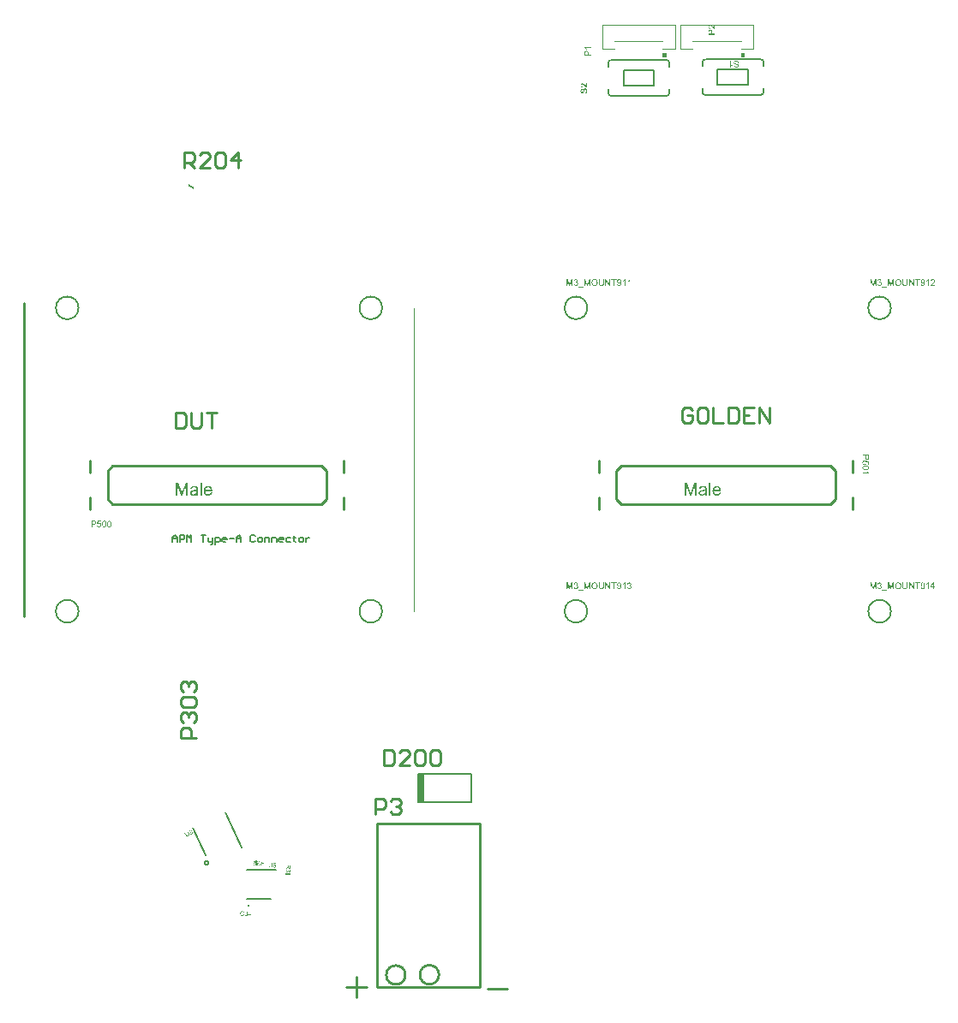
<source format=gto>
G04 Layer_Color=65535*
%FSLAX42Y42*%
%MOMM*%
G71*
G01*
G75*
%ADD24C,0.25*%
%ADD28C,0.13*%
%ADD44C,0.15*%
%ADD82C,0.20*%
%ADD83C,0.10*%
%ADD84C,0.20*%
%ADD85C,0.18*%
%ADD86R,0.15X0.60*%
%ADD87R,0.60X0.15*%
G04:AMPARAMS|DCode=88|XSize=0.15mm|YSize=0.6mm|CornerRadius=0mm|HoleSize=0mm|Usage=FLASHONLY|Rotation=240.000|XOffset=0mm|YOffset=0mm|HoleType=Round|Shape=Rectangle|*
%AMROTATEDRECTD88*
4,1,4,-0.22,0.22,0.30,-0.09,0.22,-0.22,-0.30,0.09,-0.22,0.22,0.0*
%
%ADD88ROTATEDRECTD88*%

%ADD89R,0.80X2.80*%
G36*
X12876Y10390D02*
X12867D01*
X12834Y10440D01*
Y10390D01*
X12825D01*
Y10454D01*
X12834D01*
X12868Y10404D01*
Y10454D01*
X12876D01*
Y10390D01*
D02*
G37*
G36*
X12678D02*
X12670D01*
Y10444D01*
X12651Y10390D01*
X12643D01*
X12625Y10444D01*
Y10390D01*
X12617D01*
Y10454D01*
X12629D01*
X12644Y10409D01*
Y10408D01*
X12644Y10408D01*
X12645Y10408D01*
X12645Y10408D01*
X12645Y10407D01*
X12645Y10406D01*
X12646Y10405D01*
X12646Y10403D01*
X12647Y10402D01*
X12647Y10400D01*
X12647Y10399D01*
X12648Y10399D01*
X12648Y10400D01*
X12648Y10401D01*
X12648Y10402D01*
X12649Y10403D01*
X12649Y10405D01*
X12650Y10407D01*
X12651Y10409D01*
X12666Y10454D01*
X12678D01*
Y10390D01*
D02*
G37*
G36*
X12535Y10454D02*
X12536D01*
X12537Y10454D01*
X12539Y10454D01*
X12540Y10453D01*
X12542Y10453D01*
X12544Y10452D01*
X12544D01*
X12544Y10452D01*
X12544Y10452D01*
X12544Y10452D01*
X12545Y10451D01*
X12546Y10450D01*
X12547Y10449D01*
X12548Y10448D01*
X12550Y10447D01*
X12550Y10446D01*
Y10446D01*
X12551Y10446D01*
X12551Y10445D01*
X12551Y10444D01*
X12552Y10443D01*
X12552Y10442D01*
X12553Y10441D01*
X12553Y10439D01*
X12553Y10438D01*
Y10437D01*
Y10437D01*
Y10437D01*
X12553Y10436D01*
X12553Y10435D01*
X12552Y10434D01*
X12552Y10433D01*
X12551Y10431D01*
X12551Y10430D01*
X12551Y10430D01*
X12550Y10429D01*
X12550Y10429D01*
X12549Y10428D01*
X12548Y10427D01*
X12547Y10426D01*
X12546Y10425D01*
X12544Y10425D01*
X12544D01*
X12544Y10424D01*
X12545Y10424D01*
X12545Y10424D01*
X12545Y10424D01*
X12546Y10424D01*
X12547Y10423D01*
X12549Y10423D01*
X12550Y10422D01*
X12552Y10420D01*
X12553Y10419D01*
Y10419D01*
X12553Y10419D01*
X12553Y10419D01*
X12553Y10418D01*
X12554Y10418D01*
X12554Y10417D01*
X12554Y10416D01*
X12555Y10415D01*
X12556Y10413D01*
X12556Y10411D01*
X12556Y10409D01*
Y10409D01*
Y10408D01*
Y10408D01*
X12556Y10407D01*
X12556Y10407D01*
X12556Y10406D01*
X12556Y10405D01*
X12555Y10404D01*
X12555Y10403D01*
X12555Y10402D01*
X12554Y10400D01*
X12553Y10399D01*
X12553Y10398D01*
X12552Y10397D01*
X12551Y10396D01*
X12550Y10395D01*
X12550Y10394D01*
X12550Y10394D01*
X12549Y10394D01*
X12549Y10394D01*
X12548Y10393D01*
X12547Y10393D01*
X12547Y10392D01*
X12546Y10392D01*
X12545Y10391D01*
X12543Y10391D01*
X12542Y10390D01*
X12541Y10390D01*
X12539Y10389D01*
X12538Y10389D01*
X12536Y10389D01*
X12534Y10389D01*
X12534D01*
X12533Y10389D01*
X12532Y10389D01*
X12532Y10389D01*
X12531Y10389D01*
X12530Y10389D01*
X12527Y10390D01*
X12526Y10390D01*
X12525Y10391D01*
X12524Y10391D01*
X12523Y10392D01*
X12522Y10393D01*
X12520Y10394D01*
X12520Y10394D01*
X12520Y10394D01*
X12520Y10394D01*
X12520Y10395D01*
X12519Y10395D01*
X12519Y10396D01*
X12518Y10397D01*
X12518Y10397D01*
X12517Y10398D01*
X12516Y10399D01*
X12516Y10400D01*
X12515Y10401D01*
X12515Y10403D01*
X12515Y10404D01*
X12514Y10405D01*
X12514Y10407D01*
X12522Y10408D01*
Y10408D01*
X12522Y10408D01*
X12522Y10407D01*
X12522Y10407D01*
X12522Y10406D01*
X12523Y10406D01*
X12523Y10404D01*
X12524Y10403D01*
X12524Y10401D01*
X12525Y10399D01*
X12526Y10399D01*
X12526Y10398D01*
X12527Y10398D01*
X12527Y10398D01*
X12528Y10397D01*
X12529Y10397D01*
X12530Y10396D01*
X12531Y10396D01*
X12533Y10395D01*
X12534Y10395D01*
X12535D01*
X12535Y10395D01*
X12536D01*
X12536Y10395D01*
X12538Y10396D01*
X12539Y10396D01*
X12541Y10397D01*
X12542Y10398D01*
X12543Y10398D01*
X12544Y10399D01*
X12544Y10399D01*
X12544Y10399D01*
X12544Y10400D01*
X12544Y10400D01*
X12545Y10401D01*
X12546Y10402D01*
X12546Y10403D01*
X12547Y10405D01*
X12548Y10407D01*
X12548Y10408D01*
Y10409D01*
Y10409D01*
Y10409D01*
Y10409D01*
X12548Y10410D01*
Y10410D01*
X12548Y10411D01*
X12547Y10412D01*
X12547Y10413D01*
X12546Y10415D01*
X12545Y10416D01*
X12545Y10417D01*
X12544Y10418D01*
X12544Y10418D01*
X12543Y10418D01*
X12543Y10419D01*
X12542Y10419D01*
X12540Y10420D01*
X12539Y10420D01*
X12537Y10421D01*
X12535Y10421D01*
X12534D01*
X12534Y10421D01*
X12533Y10421D01*
X12532Y10421D01*
X12531Y10420D01*
X12530Y10420D01*
X12530Y10427D01*
X12531D01*
X12531Y10427D01*
X12531Y10427D01*
X12532D01*
X12533Y10427D01*
X12534Y10427D01*
X12535Y10427D01*
X12536Y10428D01*
X12538Y10428D01*
X12539Y10429D01*
X12541Y10430D01*
X12541D01*
X12541Y10430D01*
X12541Y10430D01*
X12542Y10431D01*
X12543Y10432D01*
X12544Y10433D01*
X12544Y10434D01*
X12545Y10436D01*
X12545Y10437D01*
X12545Y10438D01*
Y10438D01*
Y10438D01*
X12545Y10438D01*
X12545Y10439D01*
X12544Y10440D01*
X12544Y10441D01*
X12544Y10442D01*
X12543Y10444D01*
X12542Y10445D01*
X12542Y10445D01*
X12541Y10445D01*
X12541Y10446D01*
X12540Y10446D01*
X12539Y10447D01*
X12537Y10447D01*
X12536Y10448D01*
X12534Y10448D01*
X12534D01*
X12534Y10448D01*
X12533Y10448D01*
X12532Y10447D01*
X12530Y10447D01*
X12529Y10446D01*
X12528Y10446D01*
X12527Y10445D01*
X12526Y10445D01*
X12526Y10444D01*
X12526Y10444D01*
X12525Y10443D01*
X12524Y10441D01*
X12524Y10440D01*
X12523Y10438D01*
X12523Y10436D01*
X12515Y10438D01*
Y10438D01*
X12515Y10438D01*
X12515Y10438D01*
X12515Y10439D01*
X12515Y10440D01*
X12516Y10440D01*
X12516Y10441D01*
X12516Y10442D01*
X12517Y10444D01*
X12518Y10446D01*
X12520Y10448D01*
X12520Y10449D01*
X12521Y10450D01*
X12521Y10450D01*
X12522Y10450D01*
X12522Y10450D01*
X12522Y10450D01*
X12523Y10451D01*
X12523Y10451D01*
X12524Y10452D01*
X12525Y10452D01*
X12526Y10452D01*
X12527Y10453D01*
X12529Y10454D01*
X12531Y10454D01*
X12533Y10454D01*
X12534Y10454D01*
X12535D01*
X12535Y10454D01*
D02*
G37*
G36*
X12611Y13372D02*
X12559D01*
Y13378D01*
X12611D01*
Y13372D01*
D02*
G37*
G36*
X13063Y10454D02*
X13063D01*
X13064Y10454D01*
X13066Y10454D01*
X13067Y10453D01*
X13069Y10453D01*
X13071Y10452D01*
X13071D01*
X13071Y10452D01*
X13071Y10452D01*
X13072Y10452D01*
X13072Y10451D01*
X13073Y10450D01*
X13074Y10449D01*
X13076Y10448D01*
X13077Y10447D01*
X13078Y10446D01*
Y10446D01*
X13078Y10446D01*
X13078Y10445D01*
X13078Y10444D01*
X13079Y10443D01*
X13079Y10442D01*
X13080Y10441D01*
X13080Y10439D01*
X13080Y10438D01*
Y10437D01*
Y10437D01*
Y10437D01*
X13080Y10436D01*
X13080Y10435D01*
X13079Y10434D01*
X13079Y10433D01*
X13078Y10431D01*
X13078Y10430D01*
X13078Y10430D01*
X13077Y10429D01*
X13077Y10429D01*
X13076Y10428D01*
X13075Y10427D01*
X13074Y10426D01*
X13073Y10425D01*
X13071Y10425D01*
X13071D01*
X13071Y10424D01*
X13072Y10424D01*
X13072Y10424D01*
X13073Y10424D01*
X13073Y10424D01*
X13074Y10423D01*
X13076Y10423D01*
X13077Y10422D01*
X13079Y10420D01*
X13080Y10419D01*
Y10419D01*
X13080Y10419D01*
X13080Y10419D01*
X13080Y10418D01*
X13081Y10418D01*
X13081Y10417D01*
X13082Y10416D01*
X13082Y10415D01*
X13083Y10413D01*
X13083Y10411D01*
X13083Y10409D01*
Y10409D01*
Y10408D01*
Y10408D01*
X13083Y10407D01*
X13083Y10407D01*
X13083Y10406D01*
X13083Y10405D01*
X13082Y10404D01*
X13082Y10403D01*
X13082Y10402D01*
X13081Y10400D01*
X13081Y10399D01*
X13080Y10398D01*
X13079Y10397D01*
X13078Y10396D01*
X13077Y10395D01*
X13077Y10394D01*
X13077Y10394D01*
X13076Y10394D01*
X13076Y10394D01*
X13075Y10393D01*
X13075Y10393D01*
X13074Y10392D01*
X13073Y10392D01*
X13072Y10391D01*
X13071Y10391D01*
X13069Y10390D01*
X13068Y10390D01*
X13066Y10389D01*
X13065Y10389D01*
X13063Y10389D01*
X13062Y10389D01*
X13061D01*
X13060Y10389D01*
X13059Y10389D01*
X13059Y10389D01*
X13058Y10389D01*
X13057Y10389D01*
X13054Y10390D01*
X13053Y10390D01*
X13052Y10391D01*
X13051Y10391D01*
X13050Y10392D01*
X13049Y10393D01*
X13048Y10394D01*
X13047Y10394D01*
X13047Y10394D01*
X13047Y10394D01*
X13047Y10395D01*
X13046Y10395D01*
X13046Y10396D01*
X13045Y10397D01*
X13045Y10397D01*
X13044Y10398D01*
X13044Y10399D01*
X13043Y10400D01*
X13043Y10401D01*
X13042Y10403D01*
X13042Y10404D01*
X13041Y10405D01*
X13041Y10407D01*
X13049Y10408D01*
Y10408D01*
X13049Y10408D01*
X13049Y10407D01*
X13049Y10407D01*
X13049Y10406D01*
X13050Y10406D01*
X13050Y10404D01*
X13051Y10403D01*
X13052Y10401D01*
X13052Y10399D01*
X13053Y10399D01*
X13054Y10398D01*
X13054Y10398D01*
X13054Y10398D01*
X13055Y10397D01*
X13056Y10397D01*
X13057Y10396D01*
X13058Y10396D01*
X13060Y10395D01*
X13062Y10395D01*
X13062D01*
X13062Y10395D01*
X13063D01*
X13064Y10395D01*
X13065Y10396D01*
X13066Y10396D01*
X13068Y10397D01*
X13069Y10398D01*
X13070Y10398D01*
X13071Y10399D01*
X13071Y10399D01*
X13071Y10399D01*
X13071Y10400D01*
X13072Y10400D01*
X13072Y10401D01*
X13073Y10402D01*
X13074Y10403D01*
X13074Y10405D01*
X13075Y10407D01*
X13075Y10408D01*
Y10409D01*
Y10409D01*
Y10409D01*
Y10409D01*
X13075Y10410D01*
Y10410D01*
X13075Y10411D01*
X13074Y10412D01*
X13074Y10413D01*
X13073Y10415D01*
X13072Y10416D01*
X13072Y10417D01*
X13071Y10418D01*
X13071Y10418D01*
X13071Y10418D01*
X13070Y10419D01*
X13069Y10419D01*
X13067Y10420D01*
X13066Y10420D01*
X13064Y10421D01*
X13062Y10421D01*
X13061D01*
X13061Y10421D01*
X13060Y10421D01*
X13059Y10421D01*
X13058Y10420D01*
X13057Y10420D01*
X13058Y10427D01*
X13058D01*
X13058Y10427D01*
X13058Y10427D01*
X13059D01*
X13060Y10427D01*
X13061Y10427D01*
X13062Y10427D01*
X13063Y10428D01*
X13065Y10428D01*
X13066Y10429D01*
X13068Y10430D01*
X13068D01*
X13068Y10430D01*
X13068Y10430D01*
X13069Y10431D01*
X13070Y10432D01*
X13071Y10433D01*
X13071Y10434D01*
X13072Y10436D01*
X13072Y10437D01*
X13072Y10438D01*
Y10438D01*
Y10438D01*
X13072Y10438D01*
X13072Y10439D01*
X13072Y10440D01*
X13071Y10441D01*
X13071Y10442D01*
X13070Y10444D01*
X13069Y10445D01*
X13069Y10445D01*
X13068Y10445D01*
X13068Y10446D01*
X13067Y10446D01*
X13066Y10447D01*
X13064Y10447D01*
X13063Y10448D01*
X13061Y10448D01*
X13061D01*
X13061Y10448D01*
X13060Y10448D01*
X13059Y10447D01*
X13057Y10447D01*
X13056Y10446D01*
X13055Y10446D01*
X13054Y10445D01*
X13053Y10445D01*
X13053Y10444D01*
X13053Y10444D01*
X13052Y10443D01*
X13051Y10441D01*
X13051Y10440D01*
X13050Y10438D01*
X13050Y10436D01*
X13042Y10438D01*
Y10438D01*
X13042Y10438D01*
X13042Y10438D01*
X13042Y10439D01*
X13042Y10440D01*
X13043Y10440D01*
X13043Y10441D01*
X13043Y10442D01*
X13044Y10444D01*
X13045Y10446D01*
X13047Y10448D01*
X13048Y10449D01*
X13048Y10450D01*
X13049Y10450D01*
X13049Y10450D01*
X13049Y10450D01*
X13049Y10450D01*
X13050Y10451D01*
X13050Y10451D01*
X13051Y10452D01*
X13052Y10452D01*
X13053Y10452D01*
X13054Y10453D01*
X13056Y10454D01*
X13058Y10454D01*
X13060Y10454D01*
X13061Y10454D01*
X13062D01*
X13063Y10454D01*
D02*
G37*
G36*
X12504Y10390D02*
X12495D01*
Y10444D01*
X12477Y10390D01*
X12469D01*
X12451Y10444D01*
Y10390D01*
X12443D01*
Y10454D01*
X12455D01*
X12470Y10409D01*
Y10408D01*
X12470Y10408D01*
X12471Y10408D01*
X12471Y10408D01*
X12471Y10407D01*
X12471Y10406D01*
X12472Y10405D01*
X12472Y10403D01*
X12473Y10402D01*
X12473Y10400D01*
X12473Y10399D01*
X12474Y10399D01*
X12474Y10400D01*
X12474Y10401D01*
X12474Y10402D01*
X12475Y10403D01*
X12475Y10405D01*
X12476Y10407D01*
X12477Y10409D01*
X12492Y10454D01*
X12504D01*
Y10390D01*
D02*
G37*
G36*
X12936Y10446D02*
X12915D01*
Y10390D01*
X12906D01*
Y10446D01*
X12885D01*
Y10454D01*
X12936D01*
Y10446D01*
D02*
G37*
G36*
X12721Y10455D02*
X12722Y10455D01*
X12723Y10455D01*
X12724Y10455D01*
X12725Y10455D01*
X12727Y10454D01*
X12730Y10453D01*
X12731Y10453D01*
X12733Y10452D01*
X12734Y10452D01*
X12735Y10451D01*
X12735Y10451D01*
X12736Y10451D01*
X12736Y10450D01*
X12737Y10450D01*
X12737Y10450D01*
X12738Y10449D01*
X12739Y10448D01*
X12739Y10448D01*
X12740Y10447D01*
X12741Y10446D01*
X12742Y10445D01*
X12743Y10444D01*
X12744Y10443D01*
X12745Y10442D01*
X12746Y10439D01*
X12746Y10439D01*
X12746Y10439D01*
X12747Y10438D01*
X12747Y10438D01*
X12747Y10437D01*
X12747Y10436D01*
X12748Y10435D01*
X12748Y10434D01*
X12749Y10433D01*
X12749Y10431D01*
X12749Y10430D01*
X12749Y10429D01*
X12750Y10425D01*
X12750Y10424D01*
Y10422D01*
Y10422D01*
Y10421D01*
Y10421D01*
X12750Y10420D01*
Y10419D01*
X12750Y10418D01*
X12750Y10417D01*
X12750Y10416D01*
X12749Y10415D01*
X12749Y10413D01*
X12748Y10410D01*
X12747Y10407D01*
X12747Y10406D01*
X12746Y10404D01*
X12746Y10404D01*
X12746Y10404D01*
X12746Y10404D01*
X12745Y10403D01*
X12745Y10402D01*
X12744Y10402D01*
X12744Y10401D01*
X12743Y10400D01*
X12742Y10399D01*
X12742Y10398D01*
X12740Y10396D01*
X12737Y10394D01*
X12736Y10393D01*
X12735Y10393D01*
X12735D01*
X12735Y10393D01*
X12734Y10392D01*
X12734Y10392D01*
X12733Y10392D01*
X12732Y10391D01*
X12731Y10391D01*
X12730Y10391D01*
X12729Y10390D01*
X12728Y10390D01*
X12725Y10389D01*
X12722Y10389D01*
X12721Y10389D01*
X12719Y10389D01*
X12718D01*
X12718Y10389D01*
X12717Y10389D01*
X12716Y10389D01*
X12715Y10389D01*
X12714Y10389D01*
X12711Y10390D01*
X12709Y10391D01*
X12707Y10391D01*
X12706Y10392D01*
X12705Y10392D01*
X12703Y10393D01*
X12703Y10393D01*
X12703Y10393D01*
X12703Y10394D01*
X12702Y10394D01*
X12701Y10394D01*
X12701Y10395D01*
X12700Y10396D01*
X12699Y10396D01*
X12698Y10397D01*
X12697Y10398D01*
X12697Y10399D01*
X12696Y10400D01*
X12694Y10402D01*
X12692Y10405D01*
Y10405D01*
X12692Y10405D01*
X12692Y10406D01*
X12692Y10406D01*
X12692Y10407D01*
X12691Y10408D01*
X12691Y10409D01*
X12691Y10410D01*
X12690Y10411D01*
X12690Y10412D01*
X12689Y10415D01*
X12689Y10418D01*
X12689Y10419D01*
X12689Y10421D01*
Y10421D01*
Y10421D01*
Y10421D01*
Y10422D01*
X12689Y10423D01*
X12689Y10424D01*
X12689Y10425D01*
X12689Y10427D01*
X12690Y10428D01*
X12690Y10430D01*
X12690Y10432D01*
X12691Y10434D01*
X12692Y10436D01*
X12692Y10438D01*
X12693Y10440D01*
X12694Y10442D01*
X12696Y10444D01*
X12697Y10446D01*
X12697Y10446D01*
X12698Y10446D01*
X12698Y10447D01*
X12699Y10447D01*
X12700Y10448D01*
X12701Y10449D01*
X12702Y10450D01*
X12703Y10451D01*
X12705Y10451D01*
X12706Y10452D01*
X12708Y10453D01*
X12710Y10454D01*
X12712Y10454D01*
X12715Y10455D01*
X12717Y10455D01*
X12719Y10455D01*
X12720D01*
X12721Y10455D01*
D02*
G37*
G36*
X13021Y10390D02*
X13013D01*
Y10440D01*
X13013Y10440D01*
X13013Y10440D01*
X13012Y10439D01*
X13011Y10438D01*
X13010Y10437D01*
X13009Y10437D01*
X13007Y10436D01*
X13006Y10435D01*
X13006D01*
X13006Y10434D01*
X13005Y10434D01*
X13005Y10434D01*
X13004Y10434D01*
X13003Y10433D01*
X13002Y10432D01*
X13000Y10432D01*
X12999Y10431D01*
X12997Y10430D01*
Y10438D01*
X12998D01*
X12998Y10438D01*
X12998Y10438D01*
X12999Y10439D01*
X12999Y10439D01*
X13000Y10439D01*
X13001Y10440D01*
X13003Y10441D01*
X13005Y10443D01*
X13007Y10444D01*
X13009Y10446D01*
X13009Y10446D01*
X13009Y10446D01*
X13009Y10446D01*
X13010Y10446D01*
X13011Y10447D01*
X13012Y10448D01*
X13013Y10450D01*
X13014Y10451D01*
X13015Y10453D01*
X13016Y10454D01*
X13021D01*
Y10390D01*
D02*
G37*
G36*
X12811Y10417D02*
Y10417D01*
Y10416D01*
Y10416D01*
Y10415D01*
X12811Y10414D01*
Y10414D01*
X12811Y10412D01*
X12811Y10411D01*
X12811Y10409D01*
X12810Y10406D01*
X12810Y10404D01*
X12810Y10403D01*
X12809Y10402D01*
Y10401D01*
X12809Y10401D01*
X12809Y10401D01*
X12809Y10401D01*
X12809Y10400D01*
X12808Y10400D01*
X12807Y10398D01*
X12806Y10397D01*
X12805Y10395D01*
X12803Y10394D01*
X12802Y10393D01*
X12801Y10392D01*
X12801D01*
X12801Y10392D01*
X12801Y10392D01*
X12800Y10392D01*
X12800Y10391D01*
X12799Y10391D01*
X12798Y10391D01*
X12797Y10391D01*
X12796Y10390D01*
X12795Y10390D01*
X12794Y10390D01*
X12793Y10389D01*
X12791Y10389D01*
X12790Y10389D01*
X12788Y10389D01*
X12786Y10389D01*
X12786D01*
X12785Y10389D01*
X12784D01*
X12783Y10389D01*
X12782Y10389D01*
X12781Y10389D01*
X12779Y10390D01*
X12776Y10390D01*
X12774Y10391D01*
X12772Y10392D01*
X12772D01*
X12771Y10392D01*
X12771Y10392D01*
X12771Y10392D01*
X12770Y10393D01*
X12768Y10394D01*
X12767Y10395D01*
X12766Y10397D01*
X12765Y10399D01*
X12763Y10401D01*
Y10401D01*
X12763Y10401D01*
X12763Y10401D01*
X12763Y10402D01*
X12763Y10402D01*
X12763Y10403D01*
X12762Y10404D01*
X12762Y10405D01*
X12762Y10406D01*
X12762Y10407D01*
X12762Y10409D01*
X12761Y10410D01*
X12761Y10412D01*
X12761Y10413D01*
X12761Y10415D01*
Y10417D01*
Y10454D01*
X12770D01*
Y10417D01*
Y10417D01*
Y10417D01*
Y10416D01*
Y10416D01*
X12770Y10415D01*
Y10414D01*
X12770Y10413D01*
Y10412D01*
X12770Y10410D01*
X12770Y10408D01*
X12771Y10406D01*
X12771Y10405D01*
X12771Y10405D01*
Y10405D01*
X12771Y10404D01*
X12771Y10404D01*
X12772Y10403D01*
X12772Y10402D01*
X12773Y10401D01*
X12774Y10400D01*
X12775Y10399D01*
X12776Y10399D01*
X12776D01*
X12777Y10398D01*
X12777Y10398D01*
X12778Y10398D01*
X12779Y10398D01*
X12780Y10397D01*
X12782Y10397D01*
X12784Y10397D01*
X12786Y10396D01*
X12787D01*
X12787Y10397D01*
X12788Y10397D01*
X12789Y10397D01*
X12790Y10397D01*
X12791Y10397D01*
X12793Y10397D01*
X12795Y10398D01*
X12796Y10399D01*
X12797Y10399D01*
X12798Y10400D01*
X12799Y10401D01*
X12799Y10401D01*
X12799Y10401D01*
X12799Y10401D01*
X12800Y10401D01*
X12800Y10402D01*
X12800Y10403D01*
X12801Y10403D01*
X12801Y10404D01*
X12801Y10405D01*
X12802Y10406D01*
X12802Y10408D01*
X12802Y10409D01*
X12803Y10411D01*
X12803Y10413D01*
X12803Y10415D01*
X12803Y10417D01*
Y10454D01*
X12811D01*
Y10417D01*
D02*
G37*
G36*
X12963Y10454D02*
X12963D01*
X12964Y10454D01*
X12966Y10454D01*
X12967Y10453D01*
X12969Y10453D01*
X12971Y10452D01*
X12973Y10451D01*
X12973D01*
X12973Y10451D01*
X12974Y10450D01*
X12974Y10450D01*
X12975Y10449D01*
X12976Y10448D01*
X12977Y10447D01*
X12979Y10445D01*
X12980Y10443D01*
X12981Y10441D01*
Y10441D01*
X12981Y10441D01*
X12981Y10441D01*
X12981Y10440D01*
X12982Y10439D01*
X12982Y10439D01*
X12982Y10438D01*
X12982Y10437D01*
X12983Y10435D01*
X12983Y10434D01*
X12983Y10433D01*
X12983Y10431D01*
X12984Y10429D01*
X12984Y10427D01*
X12984Y10425D01*
Y10423D01*
Y10423D01*
Y10423D01*
Y10422D01*
Y10421D01*
X12984Y10420D01*
X12984Y10419D01*
X12984Y10418D01*
X12983Y10416D01*
X12983Y10415D01*
X12983Y10413D01*
X12983Y10410D01*
X12982Y10407D01*
X12982Y10405D01*
X12981Y10404D01*
Y10404D01*
X12981Y10403D01*
X12981Y10403D01*
X12981Y10402D01*
X12980Y10402D01*
X12980Y10401D01*
X12979Y10400D01*
X12978Y10398D01*
X12977Y10396D01*
X12975Y10394D01*
X12973Y10393D01*
X12973D01*
X12973Y10392D01*
X12973Y10392D01*
X12972Y10392D01*
X12972Y10392D01*
X12971Y10391D01*
X12970Y10391D01*
X12970Y10391D01*
X12968Y10390D01*
X12966Y10389D01*
X12963Y10389D01*
X12962Y10389D01*
X12961Y10389D01*
X12960D01*
X12960Y10389D01*
X12959Y10389D01*
X12958Y10389D01*
X12957Y10389D01*
X12956Y10389D01*
X12955Y10390D01*
X12952Y10391D01*
X12951Y10391D01*
X12950Y10392D01*
X12949Y10392D01*
X12949Y10393D01*
X12948Y10393D01*
X12948Y10393D01*
X12948Y10393D01*
X12948Y10394D01*
X12947Y10394D01*
X12947Y10395D01*
X12947Y10395D01*
X12946Y10396D01*
X12946Y10397D01*
X12945Y10398D01*
X12945Y10399D01*
X12944Y10400D01*
X12944Y10401D01*
X12943Y10402D01*
X12943Y10403D01*
X12943Y10405D01*
X12950Y10405D01*
Y10405D01*
X12951Y10405D01*
Y10405D01*
X12951Y10404D01*
X12951Y10403D01*
X12951Y10402D01*
X12952Y10401D01*
X12952Y10400D01*
X12953Y10399D01*
X12954Y10398D01*
X12954Y10398D01*
X12955Y10397D01*
X12955Y10397D01*
X12956Y10396D01*
X12957Y10396D01*
X12958Y10396D01*
X12960Y10395D01*
X12961Y10395D01*
X12962D01*
X12962Y10395D01*
X12963Y10395D01*
X12964Y10396D01*
X12965Y10396D01*
X12966Y10396D01*
X12967Y10397D01*
X12967Y10397D01*
X12968Y10397D01*
X12968Y10398D01*
X12969Y10398D01*
X12970Y10399D01*
X12970Y10399D01*
X12971Y10400D01*
X12972Y10401D01*
X12972Y10401D01*
X12972Y10402D01*
X12972Y10402D01*
X12973Y10403D01*
X12973Y10404D01*
X12974Y10406D01*
X12974Y10407D01*
X12975Y10409D01*
Y10409D01*
X12975Y10409D01*
Y10409D01*
X12975Y10410D01*
X12975Y10410D01*
X12975Y10411D01*
X12975Y10412D01*
X12976Y10413D01*
X12976Y10415D01*
X12976Y10417D01*
X12976Y10418D01*
Y10419D01*
Y10419D01*
Y10419D01*
Y10420D01*
X12976Y10420D01*
X12976Y10419D01*
X12975Y10419D01*
X12974Y10418D01*
X12973Y10417D01*
X12972Y10416D01*
X12971Y10415D01*
X12969Y10414D01*
X12969D01*
X12969Y10414D01*
X12969Y10414D01*
X12969Y10414D01*
X12968Y10413D01*
X12967Y10413D01*
X12966Y10412D01*
X12964Y10412D01*
X12962Y10412D01*
X12961Y10412D01*
X12960D01*
X12959Y10412D01*
X12959Y10412D01*
X12958Y10412D01*
X12957Y10412D01*
X12956Y10412D01*
X12955Y10413D01*
X12954Y10413D01*
X12953Y10413D01*
X12952Y10414D01*
X12950Y10415D01*
X12949Y10415D01*
X12948Y10416D01*
X12947Y10417D01*
X12947Y10417D01*
X12947Y10418D01*
X12947Y10418D01*
X12946Y10418D01*
X12946Y10419D01*
X12945Y10420D01*
X12945Y10421D01*
X12944Y10421D01*
X12944Y10422D01*
X12943Y10424D01*
X12943Y10425D01*
X12943Y10426D01*
X12942Y10428D01*
X12942Y10429D01*
X12942Y10431D01*
X12942Y10433D01*
Y10433D01*
Y10433D01*
Y10433D01*
X12942Y10434D01*
X12942Y10435D01*
X12942Y10436D01*
X12942Y10437D01*
X12942Y10438D01*
X12943Y10441D01*
X12944Y10442D01*
X12944Y10443D01*
X12945Y10445D01*
X12946Y10446D01*
X12946Y10447D01*
X12947Y10448D01*
X12947Y10448D01*
X12948Y10448D01*
X12948Y10449D01*
X12948Y10449D01*
X12949Y10450D01*
X12950Y10450D01*
X12950Y10451D01*
X12951Y10451D01*
X12952Y10452D01*
X12953Y10452D01*
X12955Y10453D01*
X12956Y10453D01*
X12957Y10454D01*
X12959Y10454D01*
X12960Y10454D01*
X12962Y10454D01*
X12962D01*
X12963Y10454D01*
D02*
G37*
G36*
X12721Y13455D02*
X12722Y13455D01*
X12723Y13455D01*
X12724Y13454D01*
X12725Y13454D01*
X12727Y13454D01*
X12730Y13453D01*
X12731Y13453D01*
X12733Y13452D01*
X12734Y13451D01*
X12735Y13451D01*
X12735Y13450D01*
X12736Y13450D01*
X12736Y13450D01*
X12737Y13450D01*
X12737Y13449D01*
X12738Y13449D01*
X12739Y13448D01*
X12739Y13447D01*
X12740Y13447D01*
X12741Y13446D01*
X12742Y13445D01*
X12743Y13444D01*
X12744Y13443D01*
X12745Y13441D01*
X12746Y13439D01*
X12746Y13439D01*
X12746Y13438D01*
X12747Y13438D01*
X12747Y13437D01*
X12747Y13437D01*
X12747Y13436D01*
X12748Y13435D01*
X12748Y13434D01*
X12749Y13433D01*
X12749Y13431D01*
X12749Y13430D01*
X12749Y13428D01*
X12750Y13425D01*
X12750Y13423D01*
Y13422D01*
Y13421D01*
Y13421D01*
Y13421D01*
X12750Y13420D01*
Y13419D01*
X12750Y13418D01*
X12750Y13417D01*
X12750Y13416D01*
X12749Y13414D01*
X12749Y13413D01*
X12748Y13410D01*
X12747Y13407D01*
X12747Y13406D01*
X12746Y13404D01*
X12746Y13404D01*
X12746Y13404D01*
X12746Y13403D01*
X12745Y13403D01*
X12745Y13402D01*
X12744Y13401D01*
X12744Y13401D01*
X12743Y13400D01*
X12742Y13399D01*
X12742Y13398D01*
X12740Y13396D01*
X12737Y13394D01*
X12736Y13393D01*
X12735Y13392D01*
X12735D01*
X12735Y13392D01*
X12734Y13392D01*
X12734Y13392D01*
X12733Y13392D01*
X12732Y13391D01*
X12731Y13391D01*
X12730Y13391D01*
X12729Y13390D01*
X12728Y13390D01*
X12725Y13389D01*
X12722Y13389D01*
X12721Y13389D01*
X12719Y13389D01*
X12718D01*
X12718Y13389D01*
X12717Y13389D01*
X12716Y13389D01*
X12715Y13389D01*
X12714Y13389D01*
X12711Y13390D01*
X12709Y13390D01*
X12707Y13391D01*
X12706Y13391D01*
X12705Y13392D01*
X12703Y13393D01*
X12703Y13393D01*
X12703Y13393D01*
X12703Y13393D01*
X12702Y13394D01*
X12701Y13394D01*
X12701Y13395D01*
X12700Y13395D01*
X12699Y13396D01*
X12698Y13397D01*
X12697Y13398D01*
X12697Y13399D01*
X12696Y13400D01*
X12694Y13402D01*
X12692Y13405D01*
Y13405D01*
X12692Y13405D01*
X12692Y13406D01*
X12692Y13406D01*
X12692Y13407D01*
X12691Y13408D01*
X12691Y13409D01*
X12691Y13410D01*
X12690Y13411D01*
X12690Y13412D01*
X12689Y13415D01*
X12689Y13418D01*
X12689Y13419D01*
X12689Y13421D01*
Y13421D01*
Y13421D01*
Y13421D01*
Y13421D01*
X12689Y13422D01*
X12689Y13423D01*
X12689Y13425D01*
X12689Y13426D01*
X12690Y13428D01*
X12690Y13430D01*
X12690Y13432D01*
X12691Y13434D01*
X12692Y13436D01*
X12692Y13438D01*
X12693Y13440D01*
X12694Y13442D01*
X12696Y13444D01*
X12697Y13446D01*
X12697Y13446D01*
X12698Y13446D01*
X12698Y13447D01*
X12699Y13447D01*
X12700Y13448D01*
X12701Y13449D01*
X12702Y13449D01*
X12703Y13450D01*
X12705Y13451D01*
X12706Y13452D01*
X12708Y13453D01*
X12710Y13453D01*
X12712Y13454D01*
X12715Y13454D01*
X12717Y13455D01*
X12719Y13455D01*
X12720D01*
X12721Y13455D01*
D02*
G37*
G36*
X12876Y13390D02*
X12867D01*
X12834Y13440D01*
Y13390D01*
X12825D01*
Y13454D01*
X12834D01*
X12868Y13403D01*
Y13454D01*
X12876D01*
Y13390D01*
D02*
G37*
G36*
X12678D02*
X12670D01*
Y13443D01*
X12651Y13390D01*
X12643D01*
X12625Y13444D01*
Y13390D01*
X12617D01*
Y13454D01*
X12629D01*
X12644Y13408D01*
Y13408D01*
X12644Y13408D01*
X12645Y13408D01*
X12645Y13407D01*
X12645Y13407D01*
X12645Y13406D01*
X12646Y13405D01*
X12646Y13403D01*
X12647Y13402D01*
X12647Y13400D01*
X12647Y13399D01*
X12648Y13399D01*
X12648Y13399D01*
X12648Y13400D01*
X12648Y13401D01*
X12649Y13403D01*
X12649Y13405D01*
X12650Y13407D01*
X12651Y13409D01*
X12666Y13454D01*
X12678D01*
Y13390D01*
D02*
G37*
G36*
X12535Y13454D02*
X12536D01*
X12537Y13454D01*
X12539Y13453D01*
X12540Y13453D01*
X12542Y13452D01*
X12544Y13452D01*
X12544D01*
X12544Y13452D01*
X12544Y13451D01*
X12544Y13451D01*
X12545Y13451D01*
X12546Y13450D01*
X12547Y13449D01*
X12548Y13448D01*
X12550Y13447D01*
X12550Y13446D01*
Y13445D01*
X12551Y13445D01*
X12551Y13445D01*
X12551Y13444D01*
X12552Y13443D01*
X12552Y13442D01*
X12553Y13440D01*
X12553Y13439D01*
X12553Y13437D01*
Y13437D01*
Y13437D01*
Y13437D01*
X12553Y13436D01*
X12553Y13435D01*
X12552Y13434D01*
X12552Y13432D01*
X12551Y13431D01*
X12551Y13430D01*
X12551Y13430D01*
X12550Y13429D01*
X12550Y13429D01*
X12549Y13428D01*
X12548Y13427D01*
X12547Y13426D01*
X12546Y13425D01*
X12544Y13424D01*
X12544D01*
X12544Y13424D01*
X12545Y13424D01*
X12545Y13424D01*
X12545Y13424D01*
X12546Y13424D01*
X12547Y13423D01*
X12549Y13422D01*
X12550Y13421D01*
X12552Y13420D01*
X12553Y13419D01*
Y13419D01*
X12553Y13419D01*
X12553Y13418D01*
X12553Y13418D01*
X12554Y13418D01*
X12554Y13417D01*
X12554Y13416D01*
X12555Y13414D01*
X12556Y13413D01*
X12556Y13411D01*
X12556Y13409D01*
Y13408D01*
Y13408D01*
Y13408D01*
X12556Y13407D01*
X12556Y13406D01*
X12556Y13406D01*
X12556Y13405D01*
X12555Y13404D01*
X12555Y13403D01*
X12555Y13401D01*
X12554Y13400D01*
X12553Y13399D01*
X12553Y13398D01*
X12552Y13397D01*
X12551Y13395D01*
X12550Y13394D01*
X12550Y13394D01*
X12550Y13394D01*
X12549Y13394D01*
X12549Y13393D01*
X12548Y13393D01*
X12547Y13392D01*
X12547Y13392D01*
X12546Y13391D01*
X12545Y13391D01*
X12543Y13390D01*
X12542Y13390D01*
X12541Y13389D01*
X12539Y13389D01*
X12538Y13389D01*
X12536Y13389D01*
X12534Y13389D01*
X12534D01*
X12533Y13389D01*
X12532Y13389D01*
X12532Y13389D01*
X12531Y13389D01*
X12530Y13389D01*
X12527Y13390D01*
X12526Y13390D01*
X12525Y13391D01*
X12524Y13391D01*
X12523Y13392D01*
X12522Y13393D01*
X12520Y13394D01*
X12520Y13394D01*
X12520Y13394D01*
X12520Y13394D01*
X12520Y13394D01*
X12519Y13395D01*
X12519Y13396D01*
X12518Y13396D01*
X12518Y13397D01*
X12517Y13398D01*
X12516Y13399D01*
X12516Y13400D01*
X12515Y13401D01*
X12515Y13402D01*
X12515Y13404D01*
X12514Y13405D01*
X12514Y13407D01*
X12522Y13408D01*
Y13408D01*
X12522Y13407D01*
X12522Y13407D01*
X12522Y13407D01*
X12522Y13406D01*
X12523Y13405D01*
X12523Y13404D01*
X12524Y13402D01*
X12524Y13401D01*
X12525Y13399D01*
X12526Y13399D01*
X12526Y13398D01*
X12527Y13398D01*
X12527Y13398D01*
X12528Y13397D01*
X12529Y13397D01*
X12530Y13396D01*
X12531Y13396D01*
X12533Y13395D01*
X12534Y13395D01*
X12535D01*
X12535Y13395D01*
X12536D01*
X12536Y13395D01*
X12538Y13396D01*
X12539Y13396D01*
X12541Y13397D01*
X12542Y13398D01*
X12543Y13398D01*
X12544Y13399D01*
X12544Y13399D01*
X12544Y13399D01*
X12544Y13399D01*
X12544Y13400D01*
X12545Y13400D01*
X12546Y13402D01*
X12546Y13403D01*
X12547Y13405D01*
X12548Y13406D01*
X12548Y13407D01*
Y13408D01*
Y13408D01*
Y13409D01*
Y13409D01*
X12548Y13409D01*
Y13410D01*
X12548Y13410D01*
X12547Y13412D01*
X12547Y13413D01*
X12546Y13414D01*
X12545Y13416D01*
X12545Y13417D01*
X12544Y13417D01*
X12544Y13417D01*
X12543Y13418D01*
X12543Y13418D01*
X12542Y13419D01*
X12540Y13420D01*
X12539Y13420D01*
X12537Y13421D01*
X12535Y13421D01*
X12534D01*
X12534Y13421D01*
X12533Y13421D01*
X12532Y13420D01*
X12531Y13420D01*
X12530Y13420D01*
X12530Y13427D01*
X12531D01*
X12531Y13427D01*
X12531Y13427D01*
X12532D01*
X12533Y13427D01*
X12534Y13427D01*
X12535Y13427D01*
X12536Y13427D01*
X12538Y13428D01*
X12539Y13428D01*
X12541Y13429D01*
X12541D01*
X12541Y13429D01*
X12541Y13430D01*
X12542Y13430D01*
X12543Y13431D01*
X12544Y13432D01*
X12544Y13434D01*
X12545Y13436D01*
X12545Y13436D01*
X12545Y13437D01*
Y13438D01*
Y13438D01*
X12545Y13438D01*
X12545Y13439D01*
X12544Y13440D01*
X12544Y13441D01*
X12544Y13442D01*
X12543Y13443D01*
X12542Y13445D01*
X12542Y13445D01*
X12541Y13445D01*
X12541Y13445D01*
X12540Y13446D01*
X12539Y13447D01*
X12537Y13447D01*
X12536Y13447D01*
X12534Y13447D01*
X12534D01*
X12534Y13447D01*
X12533Y13447D01*
X12532Y13447D01*
X12530Y13447D01*
X12529Y13446D01*
X12528Y13446D01*
X12527Y13445D01*
X12526Y13444D01*
X12526Y13444D01*
X12526Y13443D01*
X12525Y13442D01*
X12524Y13441D01*
X12524Y13440D01*
X12523Y13438D01*
X12523Y13436D01*
X12515Y13437D01*
Y13437D01*
X12515Y13438D01*
X12515Y13438D01*
X12515Y13439D01*
X12515Y13439D01*
X12516Y13440D01*
X12516Y13441D01*
X12516Y13442D01*
X12517Y13444D01*
X12518Y13446D01*
X12520Y13448D01*
X12520Y13449D01*
X12521Y13450D01*
X12521Y13450D01*
X12522Y13450D01*
X12522Y13450D01*
X12522Y13450D01*
X12523Y13451D01*
X12523Y13451D01*
X12524Y13451D01*
X12525Y13452D01*
X12526Y13452D01*
X12527Y13453D01*
X12529Y13453D01*
X12531Y13454D01*
X12533Y13454D01*
X12534Y13454D01*
X12535D01*
X12535Y13454D01*
D02*
G37*
G36*
X15721Y10455D02*
X15721Y10455D01*
X15722Y10455D01*
X15723Y10455D01*
X15725Y10455D01*
X15727Y10454D01*
X15730Y10453D01*
X15731Y10453D01*
X15732Y10452D01*
X15734Y10452D01*
X15735Y10451D01*
X15735Y10451D01*
X15735Y10451D01*
X15736Y10450D01*
X15736Y10450D01*
X15737Y10450D01*
X15738Y10449D01*
X15738Y10448D01*
X15739Y10448D01*
X15740Y10447D01*
X15741Y10446D01*
X15742Y10445D01*
X15743Y10444D01*
X15744Y10443D01*
X15744Y10442D01*
X15746Y10439D01*
X15746Y10439D01*
X15746Y10439D01*
X15746Y10438D01*
X15747Y10438D01*
X15747Y10437D01*
X15747Y10436D01*
X15748Y10435D01*
X15748Y10434D01*
X15748Y10433D01*
X15749Y10431D01*
X15749Y10430D01*
X15749Y10429D01*
X15750Y10425D01*
X15750Y10424D01*
Y10422D01*
Y10422D01*
Y10421D01*
Y10421D01*
X15750Y10420D01*
Y10419D01*
X15750Y10418D01*
X15749Y10417D01*
X15749Y10416D01*
X15749Y10415D01*
X15749Y10413D01*
X15748Y10410D01*
X15747Y10407D01*
X15746Y10406D01*
X15746Y10404D01*
X15746Y10404D01*
X15746Y10404D01*
X15745Y10404D01*
X15745Y10403D01*
X15745Y10402D01*
X15744Y10402D01*
X15744Y10401D01*
X15743Y10400D01*
X15742Y10399D01*
X15741Y10398D01*
X15739Y10396D01*
X15737Y10394D01*
X15736Y10393D01*
X15735Y10393D01*
X15735D01*
X15734Y10393D01*
X15734Y10392D01*
X15733Y10392D01*
X15733Y10392D01*
X15732Y10391D01*
X15731Y10391D01*
X15730Y10391D01*
X15729Y10390D01*
X15728Y10390D01*
X15725Y10389D01*
X15722Y10389D01*
X15721Y10389D01*
X15719Y10389D01*
X15718D01*
X15718Y10389D01*
X15717Y10389D01*
X15716Y10389D01*
X15715Y10389D01*
X15714Y10389D01*
X15711Y10390D01*
X15708Y10391D01*
X15707Y10391D01*
X15706Y10392D01*
X15704Y10392D01*
X15703Y10393D01*
X15703Y10393D01*
X15703Y10393D01*
X15702Y10394D01*
X15702Y10394D01*
X15701Y10394D01*
X15701Y10395D01*
X15700Y10396D01*
X15699Y10396D01*
X15698Y10397D01*
X15697Y10398D01*
X15696Y10399D01*
X15695Y10400D01*
X15694Y10402D01*
X15692Y10405D01*
Y10405D01*
X15692Y10405D01*
X15692Y10406D01*
X15692Y10406D01*
X15691Y10407D01*
X15691Y10408D01*
X15691Y10409D01*
X15690Y10410D01*
X15690Y10411D01*
X15690Y10412D01*
X15689Y10415D01*
X15689Y10418D01*
X15689Y10419D01*
X15689Y10421D01*
Y10421D01*
Y10421D01*
Y10421D01*
Y10422D01*
X15689Y10423D01*
X15689Y10424D01*
X15689Y10425D01*
X15689Y10427D01*
X15689Y10428D01*
X15690Y10430D01*
X15690Y10432D01*
X15691Y10434D01*
X15691Y10436D01*
X15692Y10438D01*
X15693Y10440D01*
X15694Y10442D01*
X15696Y10444D01*
X15697Y10446D01*
X15697Y10446D01*
X15697Y10446D01*
X15698Y10447D01*
X15699Y10447D01*
X15699Y10448D01*
X15700Y10449D01*
X15702Y10450D01*
X15703Y10451D01*
X15705Y10451D01*
X15706Y10452D01*
X15708Y10453D01*
X15710Y10454D01*
X15712Y10454D01*
X15714Y10455D01*
X15717Y10455D01*
X15719Y10455D01*
X15720D01*
X15721Y10455D01*
D02*
G37*
G36*
X15611Y10372D02*
X15559D01*
Y10378D01*
X15611D01*
Y10372D01*
D02*
G37*
G36*
X12504Y13390D02*
X12495D01*
Y13443D01*
X12477Y13390D01*
X12469D01*
X12451Y13444D01*
Y13390D01*
X12443D01*
Y13454D01*
X12455D01*
X12470Y13408D01*
Y13408D01*
X12470Y13408D01*
X12471Y13408D01*
X12471Y13407D01*
X12471Y13407D01*
X12471Y13406D01*
X12472Y13405D01*
X12472Y13403D01*
X12473Y13402D01*
X12473Y13400D01*
X12473Y13399D01*
X12474Y13399D01*
X12474Y13399D01*
X12474Y13400D01*
X12474Y13401D01*
X12475Y13403D01*
X12475Y13405D01*
X12476Y13407D01*
X12477Y13409D01*
X12492Y13454D01*
X12504D01*
Y13390D01*
D02*
G37*
G36*
X13021D02*
X13013D01*
Y13440D01*
X13013Y13440D01*
X13013Y13439D01*
X13012Y13439D01*
X13011Y13438D01*
X13010Y13437D01*
X13009Y13436D01*
X13007Y13435D01*
X13006Y13434D01*
X13006D01*
X13006Y13434D01*
X13005Y13434D01*
X13005Y13434D01*
X13004Y13433D01*
X13003Y13433D01*
X13002Y13432D01*
X13000Y13431D01*
X12999Y13431D01*
X12997Y13430D01*
Y13438D01*
X12998D01*
X12998Y13438D01*
X12998Y13438D01*
X12999Y13438D01*
X12999Y13439D01*
X13000Y13439D01*
X13001Y13440D01*
X13003Y13441D01*
X13005Y13442D01*
X13007Y13444D01*
X13009Y13445D01*
X13009Y13445D01*
X13009Y13446D01*
X13009Y13446D01*
X13010Y13446D01*
X13011Y13447D01*
X13012Y13448D01*
X13013Y13449D01*
X13014Y13451D01*
X13015Y13452D01*
X13016Y13454D01*
X13021D01*
Y13390D01*
D02*
G37*
G36*
X12936Y13446D02*
X12915D01*
Y13390D01*
X12906D01*
Y13446D01*
X12885D01*
Y13454D01*
X12936D01*
Y13446D01*
D02*
G37*
G36*
X13071Y13390D02*
X13063D01*
Y13440D01*
X13063Y13440D01*
X13062Y13439D01*
X13062Y13439D01*
X13061Y13438D01*
X13060Y13437D01*
X13059Y13436D01*
X13057Y13435D01*
X13055Y13434D01*
X13055D01*
X13055Y13434D01*
X13055Y13434D01*
X13055Y13434D01*
X13054Y13433D01*
X13053Y13433D01*
X13051Y13432D01*
X13050Y13431D01*
X13049Y13431D01*
X13047Y13430D01*
Y13438D01*
X13047D01*
X13048Y13438D01*
X13048Y13438D01*
X13048Y13438D01*
X13049Y13439D01*
X13050Y13439D01*
X13051Y13440D01*
X13053Y13441D01*
X13055Y13442D01*
X13057Y13444D01*
X13059Y13445D01*
X13059Y13445D01*
X13059Y13446D01*
X13059Y13446D01*
X13060Y13446D01*
X13060Y13447D01*
X13061Y13448D01*
X13063Y13449D01*
X13064Y13451D01*
X13065Y13452D01*
X13066Y13454D01*
X13071D01*
Y13390D01*
D02*
G37*
G36*
X12811Y13417D02*
Y13417D01*
Y13416D01*
Y13416D01*
Y13415D01*
X12811Y13414D01*
Y13413D01*
X12811Y13412D01*
X12811Y13411D01*
X12811Y13409D01*
X12810Y13406D01*
X12810Y13404D01*
X12810Y13402D01*
X12809Y13401D01*
Y13401D01*
X12809Y13401D01*
X12809Y13401D01*
X12809Y13400D01*
X12809Y13400D01*
X12808Y13399D01*
X12807Y13398D01*
X12806Y13397D01*
X12805Y13395D01*
X12803Y13393D01*
X12802Y13393D01*
X12801Y13392D01*
X12801D01*
X12801Y13392D01*
X12801Y13392D01*
X12800Y13391D01*
X12800Y13391D01*
X12799Y13391D01*
X12798Y13391D01*
X12797Y13390D01*
X12796Y13390D01*
X12795Y13390D01*
X12794Y13389D01*
X12793Y13389D01*
X12791Y13389D01*
X12790Y13389D01*
X12788Y13389D01*
X12786Y13389D01*
X12786D01*
X12785Y13389D01*
X12784D01*
X12783Y13389D01*
X12782Y13389D01*
X12781Y13389D01*
X12779Y13389D01*
X12776Y13390D01*
X12774Y13391D01*
X12772Y13392D01*
X12772D01*
X12771Y13392D01*
X12771Y13392D01*
X12771Y13392D01*
X12770Y13393D01*
X12768Y13394D01*
X12767Y13395D01*
X12766Y13397D01*
X12765Y13398D01*
X12763Y13401D01*
Y13401D01*
X12763Y13401D01*
X12763Y13401D01*
X12763Y13402D01*
X12763Y13402D01*
X12763Y13403D01*
X12762Y13404D01*
X12762Y13405D01*
X12762Y13406D01*
X12762Y13407D01*
X12762Y13408D01*
X12761Y13410D01*
X12761Y13411D01*
X12761Y13413D01*
X12761Y13415D01*
Y13417D01*
Y13454D01*
X12770D01*
Y13417D01*
Y13417D01*
Y13416D01*
Y13416D01*
Y13415D01*
X12770Y13415D01*
Y13414D01*
X12770Y13413D01*
Y13412D01*
X12770Y13410D01*
X12770Y13408D01*
X12771Y13406D01*
X12771Y13405D01*
X12771Y13404D01*
Y13404D01*
X12771Y13404D01*
X12771Y13404D01*
X12772Y13403D01*
X12772Y13402D01*
X12773Y13401D01*
X12774Y13400D01*
X12775Y13399D01*
X12776Y13398D01*
X12776D01*
X12777Y13398D01*
X12777Y13398D01*
X12778Y13398D01*
X12779Y13397D01*
X12780Y13397D01*
X12782Y13397D01*
X12784Y13396D01*
X12786Y13396D01*
X12787D01*
X12787Y13396D01*
X12788Y13396D01*
X12789Y13396D01*
X12790Y13397D01*
X12791Y13397D01*
X12793Y13397D01*
X12795Y13398D01*
X12796Y13398D01*
X12797Y13399D01*
X12798Y13400D01*
X12799Y13400D01*
X12799Y13400D01*
X12799Y13401D01*
X12799Y13401D01*
X12800Y13401D01*
X12800Y13402D01*
X12800Y13402D01*
X12801Y13403D01*
X12801Y13404D01*
X12801Y13405D01*
X12802Y13406D01*
X12802Y13408D01*
X12802Y13409D01*
X12803Y13411D01*
X12803Y13413D01*
X12803Y13415D01*
X12803Y13417D01*
Y13454D01*
X12811D01*
Y13417D01*
D02*
G37*
G36*
X12963Y13454D02*
X12963D01*
X12964Y13454D01*
X12966Y13454D01*
X12967Y13453D01*
X12969Y13453D01*
X12971Y13452D01*
X12973Y13451D01*
X12973D01*
X12973Y13450D01*
X12974Y13450D01*
X12974Y13450D01*
X12975Y13449D01*
X12976Y13448D01*
X12977Y13447D01*
X12979Y13445D01*
X12980Y13443D01*
X12981Y13441D01*
Y13441D01*
X12981Y13441D01*
X12981Y13440D01*
X12981Y13440D01*
X12982Y13439D01*
X12982Y13438D01*
X12982Y13437D01*
X12982Y13436D01*
X12983Y13435D01*
X12983Y13434D01*
X12983Y13432D01*
X12983Y13431D01*
X12984Y13429D01*
X12984Y13427D01*
X12984Y13425D01*
Y13423D01*
Y13423D01*
Y13422D01*
Y13422D01*
Y13421D01*
X12984Y13420D01*
X12984Y13419D01*
X12984Y13417D01*
X12983Y13416D01*
X12983Y13414D01*
X12983Y13413D01*
X12983Y13409D01*
X12982Y13406D01*
X12982Y13405D01*
X12981Y13403D01*
Y13403D01*
X12981Y13403D01*
X12981Y13403D01*
X12981Y13402D01*
X12980Y13402D01*
X12980Y13401D01*
X12979Y13399D01*
X12978Y13397D01*
X12977Y13396D01*
X12975Y13394D01*
X12973Y13392D01*
X12973D01*
X12973Y13392D01*
X12973Y13392D01*
X12972Y13392D01*
X12972Y13391D01*
X12971Y13391D01*
X12970Y13391D01*
X12970Y13390D01*
X12968Y13390D01*
X12966Y13389D01*
X12963Y13389D01*
X12962Y13389D01*
X12961Y13389D01*
X12960D01*
X12960Y13389D01*
X12959Y13389D01*
X12958Y13389D01*
X12957Y13389D01*
X12956Y13389D01*
X12955Y13390D01*
X12952Y13390D01*
X12951Y13391D01*
X12950Y13391D01*
X12949Y13392D01*
X12949Y13393D01*
X12948Y13393D01*
X12948Y13393D01*
X12948Y13393D01*
X12948Y13393D01*
X12947Y13394D01*
X12947Y13394D01*
X12947Y13395D01*
X12946Y13396D01*
X12946Y13397D01*
X12945Y13397D01*
X12945Y13398D01*
X12944Y13399D01*
X12944Y13401D01*
X12943Y13402D01*
X12943Y13403D01*
X12943Y13404D01*
X12950Y13405D01*
Y13405D01*
X12951Y13405D01*
Y13405D01*
X12951Y13404D01*
X12951Y13403D01*
X12951Y13402D01*
X12952Y13401D01*
X12952Y13400D01*
X12953Y13398D01*
X12954Y13397D01*
X12954Y13397D01*
X12955Y13397D01*
X12955Y13397D01*
X12956Y13396D01*
X12957Y13396D01*
X12958Y13395D01*
X12960Y13395D01*
X12961Y13395D01*
X12962D01*
X12962Y13395D01*
X12963Y13395D01*
X12964Y13395D01*
X12965Y13396D01*
X12966Y13396D01*
X12967Y13397D01*
X12967Y13397D01*
X12968Y13397D01*
X12968Y13397D01*
X12969Y13398D01*
X12970Y13398D01*
X12970Y13399D01*
X12971Y13400D01*
X12972Y13401D01*
X12972Y13401D01*
X12972Y13402D01*
X12972Y13402D01*
X12973Y13403D01*
X12973Y13404D01*
X12974Y13405D01*
X12974Y13407D01*
X12975Y13409D01*
Y13409D01*
X12975Y13409D01*
Y13409D01*
X12975Y13409D01*
X12975Y13410D01*
X12975Y13410D01*
X12975Y13412D01*
X12976Y13413D01*
X12976Y13415D01*
X12976Y13416D01*
X12976Y13418D01*
Y13418D01*
Y13419D01*
Y13419D01*
Y13420D01*
X12976Y13420D01*
X12976Y13419D01*
X12975Y13418D01*
X12974Y13418D01*
X12973Y13417D01*
X12972Y13416D01*
X12971Y13415D01*
X12969Y13414D01*
X12969D01*
X12969Y13414D01*
X12969Y13413D01*
X12969Y13413D01*
X12968Y13413D01*
X12967Y13413D01*
X12966Y13412D01*
X12964Y13412D01*
X12962Y13411D01*
X12961Y13411D01*
X12960D01*
X12959Y13411D01*
X12959Y13412D01*
X12958Y13412D01*
X12957Y13412D01*
X12956Y13412D01*
X12955Y13412D01*
X12954Y13413D01*
X12953Y13413D01*
X12952Y13414D01*
X12950Y13414D01*
X12949Y13415D01*
X12948Y13416D01*
X12947Y13417D01*
X12947Y13417D01*
X12947Y13417D01*
X12947Y13418D01*
X12946Y13418D01*
X12946Y13419D01*
X12945Y13419D01*
X12945Y13420D01*
X12944Y13421D01*
X12944Y13422D01*
X12943Y13423D01*
X12943Y13425D01*
X12943Y13426D01*
X12942Y13427D01*
X12942Y13429D01*
X12942Y13431D01*
X12942Y13432D01*
Y13432D01*
Y13433D01*
Y13433D01*
X12942Y13434D01*
X12942Y13435D01*
X12942Y13436D01*
X12942Y13437D01*
X12942Y13438D01*
X12943Y13440D01*
X12944Y13442D01*
X12944Y13443D01*
X12945Y13444D01*
X12946Y13446D01*
X12946Y13447D01*
X12947Y13448D01*
X12947Y13448D01*
X12948Y13448D01*
X12948Y13449D01*
X12948Y13449D01*
X12949Y13449D01*
X12950Y13450D01*
X12950Y13450D01*
X12951Y13451D01*
X12952Y13452D01*
X12953Y13452D01*
X12955Y13453D01*
X12956Y13453D01*
X12957Y13453D01*
X12959Y13454D01*
X12960Y13454D01*
X12962Y13454D01*
X12962D01*
X12963Y13454D01*
D02*
G37*
G36*
X12611Y10372D02*
X12559D01*
Y10378D01*
X12611D01*
Y10372D01*
D02*
G37*
G36*
X13795Y11408D02*
X13798Y11408D01*
X13801Y11408D01*
X13804Y11407D01*
X13807Y11407D01*
X13810Y11406D01*
X13810D01*
X13810Y11406D01*
X13811Y11405D01*
X13812Y11405D01*
X13814Y11404D01*
X13816Y11403D01*
X13818Y11402D01*
X13819Y11400D01*
X13821Y11399D01*
X13821Y11399D01*
X13821Y11398D01*
X13822Y11397D01*
X13823Y11396D01*
X13824Y11394D01*
X13824Y11393D01*
X13825Y11391D01*
X13826Y11388D01*
Y11388D01*
X13826Y11388D01*
X13826Y11387D01*
X13826Y11385D01*
Y11383D01*
X13826Y11381D01*
X13827Y11378D01*
Y11374D01*
Y11353D01*
Y11353D01*
Y11352D01*
Y11352D01*
Y11350D01*
Y11348D01*
Y11346D01*
Y11344D01*
X13827Y11342D01*
Y11337D01*
X13827Y11333D01*
X13827Y11331D01*
Y11329D01*
X13827Y11328D01*
X13827Y11326D01*
Y11326D01*
X13828Y11325D01*
X13828Y11324D01*
X13828Y11323D01*
X13829Y11321D01*
X13829Y11319D01*
X13830Y11317D01*
X13831Y11315D01*
X13815D01*
X13815Y11315D01*
X13815Y11316D01*
X13814Y11317D01*
X13814Y11319D01*
X13813Y11320D01*
X13813Y11322D01*
X13812Y11324D01*
X13812Y11327D01*
X13812D01*
X13812Y11326D01*
X13811Y11326D01*
X13811Y11326D01*
X13809Y11324D01*
X13807Y11323D01*
X13804Y11321D01*
X13801Y11319D01*
X13798Y11318D01*
X13795Y11316D01*
X13795D01*
X13795Y11316D01*
X13795Y11316D01*
X13794Y11316D01*
X13792Y11315D01*
X13790Y11315D01*
X13788Y11314D01*
X13785Y11314D01*
X13782Y11313D01*
X13779Y11313D01*
X13777D01*
X13776Y11313D01*
X13775D01*
X13773Y11314D01*
X13770Y11314D01*
X13766Y11315D01*
X13762Y11316D01*
X13759Y11318D01*
X13757Y11319D01*
X13755Y11321D01*
X13755Y11321D01*
X13755Y11321D01*
X13754Y11322D01*
X13753Y11323D01*
X13752Y11326D01*
X13750Y11328D01*
X13749Y11332D01*
X13748Y11335D01*
X13748Y11337D01*
X13747Y11339D01*
Y11340D01*
Y11340D01*
X13748Y11342D01*
X13748Y11343D01*
X13748Y11345D01*
X13749Y11347D01*
X13749Y11349D01*
X13750Y11352D01*
X13751Y11352D01*
X13751Y11352D01*
X13752Y11353D01*
X13752Y11355D01*
X13754Y11356D01*
X13755Y11358D01*
X13757Y11359D01*
X13758Y11360D01*
X13759Y11361D01*
X13759Y11361D01*
X13760Y11361D01*
X13762Y11362D01*
X13763Y11363D01*
X13765Y11364D01*
X13767Y11365D01*
X13770Y11365D01*
X13770D01*
X13770Y11366D01*
X13771Y11366D01*
X13773Y11366D01*
X13775Y11367D01*
X13777Y11367D01*
X13780Y11367D01*
X13783Y11368D01*
X13783D01*
X13784Y11368D01*
X13785D01*
X13786Y11368D01*
X13788Y11368D01*
X13790Y11369D01*
X13792Y11369D01*
X13794Y11369D01*
X13798Y11370D01*
X13803Y11371D01*
X13807Y11372D01*
X13809Y11373D01*
X13811Y11373D01*
Y11373D01*
Y11374D01*
Y11374D01*
X13811Y11375D01*
Y11376D01*
Y11377D01*
Y11377D01*
Y11377D01*
Y11378D01*
Y11378D01*
Y11379D01*
X13811Y11380D01*
X13810Y11382D01*
X13810Y11385D01*
X13809Y11387D01*
X13808Y11389D01*
X13807Y11390D01*
X13806Y11391D01*
X13805Y11391D01*
X13804Y11392D01*
X13802Y11393D01*
X13800Y11394D01*
X13797Y11395D01*
X13793Y11396D01*
X13789Y11396D01*
X13787D01*
X13785Y11396D01*
X13783Y11395D01*
X13780Y11395D01*
X13777Y11394D01*
X13775Y11393D01*
X13773Y11392D01*
X13772Y11392D01*
X13772Y11391D01*
X13771Y11390D01*
X13770Y11389D01*
X13769Y11387D01*
X13767Y11385D01*
X13766Y11382D01*
X13765Y11378D01*
X13750Y11381D01*
Y11381D01*
X13750Y11381D01*
Y11381D01*
X13750Y11382D01*
X13751Y11384D01*
X13752Y11386D01*
X13752Y11389D01*
X13754Y11391D01*
X13755Y11394D01*
X13757Y11396D01*
X13757Y11396D01*
X13758Y11397D01*
X13759Y11398D01*
X13760Y11400D01*
X13762Y11401D01*
X13764Y11402D01*
X13767Y11404D01*
X13770Y11405D01*
X13771D01*
X13771Y11405D01*
X13771Y11406D01*
X13772Y11406D01*
X13773Y11406D01*
X13774Y11406D01*
X13776Y11407D01*
X13779Y11408D01*
X13783Y11408D01*
X13787Y11408D01*
X13791Y11409D01*
X13794D01*
X13795Y11408D01*
D02*
G37*
G36*
X13930D02*
X13931Y11408D01*
X13933Y11408D01*
X13935Y11408D01*
X13937Y11407D01*
X13940Y11406D01*
X13942Y11405D01*
X13945Y11404D01*
X13947Y11403D01*
X13950Y11402D01*
X13952Y11400D01*
X13954Y11398D01*
X13957Y11396D01*
X13957Y11396D01*
X13957Y11395D01*
X13958Y11395D01*
X13959Y11394D01*
X13959Y11392D01*
X13960Y11391D01*
X13962Y11389D01*
X13963Y11387D01*
X13964Y11385D01*
X13965Y11382D01*
X13966Y11379D01*
X13967Y11376D01*
X13967Y11373D01*
X13968Y11369D01*
X13968Y11365D01*
X13968Y11361D01*
Y11361D01*
Y11360D01*
Y11359D01*
X13968Y11357D01*
X13900D01*
Y11357D01*
Y11356D01*
X13900Y11355D01*
X13901Y11354D01*
X13901Y11353D01*
X13901Y11352D01*
X13902Y11348D01*
X13903Y11345D01*
X13904Y11341D01*
X13906Y11337D01*
X13907Y11336D01*
X13909Y11334D01*
X13909Y11334D01*
X13909Y11334D01*
X13909Y11333D01*
X13910Y11333D01*
X13912Y11332D01*
X13914Y11330D01*
X13917Y11329D01*
X13920Y11327D01*
X13924Y11326D01*
X13926Y11326D01*
X13928Y11326D01*
X13929D01*
X13931Y11326D01*
X13933Y11327D01*
X13935Y11327D01*
X13937Y11328D01*
X13940Y11329D01*
X13942Y11331D01*
X13943Y11331D01*
X13943Y11331D01*
X13944Y11333D01*
X13946Y11334D01*
X13947Y11336D01*
X13949Y11339D01*
X13950Y11342D01*
X13952Y11345D01*
X13968Y11343D01*
Y11343D01*
X13968Y11342D01*
X13967Y11342D01*
X13967Y11341D01*
X13967Y11339D01*
X13966Y11338D01*
X13965Y11335D01*
X13963Y11331D01*
X13960Y11328D01*
X13957Y11324D01*
X13954Y11321D01*
X13954D01*
X13953Y11321D01*
X13953Y11320D01*
X13952Y11320D01*
X13951Y11319D01*
X13950Y11319D01*
X13948Y11318D01*
X13947Y11317D01*
X13945Y11316D01*
X13943Y11316D01*
X13941Y11315D01*
X13939Y11314D01*
X13934Y11314D01*
X13931Y11313D01*
X13928Y11313D01*
X13927D01*
X13926Y11313D01*
X13925D01*
X13923Y11314D01*
X13921Y11314D01*
X13919Y11314D01*
X13916Y11315D01*
X13914Y11315D01*
X13911Y11316D01*
X13909Y11317D01*
X13906Y11319D01*
X13903Y11320D01*
X13901Y11322D01*
X13898Y11323D01*
X13896Y11326D01*
X13896Y11326D01*
X13896Y11326D01*
X13895Y11327D01*
X13894Y11328D01*
X13893Y11329D01*
X13892Y11331D01*
X13891Y11333D01*
X13890Y11334D01*
X13889Y11337D01*
X13888Y11339D01*
X13887Y11342D01*
X13886Y11345D01*
X13886Y11349D01*
X13885Y11352D01*
X13885Y11356D01*
X13884Y11360D01*
Y11360D01*
Y11361D01*
X13885Y11362D01*
Y11364D01*
X13885Y11366D01*
X13885Y11368D01*
X13885Y11371D01*
X13886Y11373D01*
X13887Y11376D01*
X13887Y11379D01*
X13888Y11382D01*
X13889Y11385D01*
X13891Y11388D01*
X13892Y11391D01*
X13894Y11393D01*
X13896Y11396D01*
X13896Y11396D01*
X13897Y11396D01*
X13897Y11397D01*
X13898Y11398D01*
X13899Y11399D01*
X13901Y11400D01*
X13903Y11401D01*
X13904Y11402D01*
X13906Y11403D01*
X13909Y11404D01*
X13911Y11406D01*
X13914Y11407D01*
X13917Y11407D01*
X13920Y11408D01*
X13923Y11408D01*
X13927Y11409D01*
X13929D01*
X13930Y11408D01*
D02*
G37*
G36*
X13866Y11315D02*
X13850D01*
Y11441D01*
X13866D01*
Y11315D01*
D02*
G37*
G36*
X9320Y7173D02*
X9326D01*
Y7168D01*
X9320D01*
Y7158D01*
X9315D01*
Y7168D01*
X9295D01*
Y7173D01*
X9316Y7202D01*
X9320D01*
Y7173D01*
D02*
G37*
G36*
X13728Y11315D02*
X13712D01*
Y11421D01*
X13675Y11315D01*
X13660D01*
X13624Y11423D01*
Y11315D01*
X13607D01*
Y11441D01*
X13632D01*
X13662Y11352D01*
Y11352D01*
X13662Y11352D01*
X13663Y11351D01*
X13663Y11350D01*
X13663Y11349D01*
X13664Y11348D01*
X13665Y11345D01*
X13665Y11342D01*
X13666Y11339D01*
X13667Y11336D01*
X13668Y11333D01*
X13668Y11334D01*
X13669Y11335D01*
X13669Y11336D01*
X13670Y11338D01*
X13671Y11341D01*
X13672Y11345D01*
X13673Y11349D01*
X13675Y11354D01*
X13705Y11441D01*
X13728D01*
Y11315D01*
D02*
G37*
G36*
X8701Y11315D02*
X8685D01*
Y11421D01*
X8648Y11315D01*
X8633D01*
X8597Y11423D01*
Y11315D01*
X8581D01*
Y11441D01*
X8605D01*
X8635Y11352D01*
Y11352D01*
X8635Y11352D01*
X8636Y11351D01*
X8636Y11350D01*
X8636Y11349D01*
X8637Y11348D01*
X8638Y11345D01*
X8639Y11342D01*
X8640Y11339D01*
X8641Y11336D01*
X8641Y11333D01*
X8641Y11334D01*
X8642Y11335D01*
X8642Y11336D01*
X8643Y11338D01*
X8644Y11341D01*
X8645Y11345D01*
X8646Y11349D01*
X8648Y11354D01*
X8678Y11441D01*
X8701D01*
Y11315D01*
D02*
G37*
G36*
X14200Y15651D02*
X14164D01*
Y15686D01*
X14200D01*
Y15651D01*
D02*
G37*
G36*
X13428D02*
X13392D01*
Y15686D01*
X13428D01*
Y15651D01*
D02*
G37*
G36*
X8903Y11408D02*
X8904Y11408D01*
X8906Y11408D01*
X8908Y11408D01*
X8910Y11407D01*
X8913Y11406D01*
X8915Y11405D01*
X8918Y11404D01*
X8920Y11403D01*
X8923Y11402D01*
X8925Y11400D01*
X8928Y11398D01*
X8930Y11396D01*
X8930Y11396D01*
X8930Y11395D01*
X8931Y11395D01*
X8932Y11394D01*
X8932Y11392D01*
X8933Y11391D01*
X8935Y11389D01*
X8936Y11387D01*
X8937Y11385D01*
X8938Y11382D01*
X8939Y11379D01*
X8940Y11376D01*
X8940Y11373D01*
X8941Y11369D01*
X8941Y11365D01*
X8941Y11361D01*
Y11361D01*
Y11360D01*
Y11359D01*
X8941Y11357D01*
X8873D01*
Y11357D01*
Y11356D01*
X8873Y11355D01*
X8874Y11354D01*
X8874Y11353D01*
X8874Y11352D01*
X8875Y11348D01*
X8876Y11345D01*
X8877Y11341D01*
X8879Y11337D01*
X8880Y11336D01*
X8882Y11334D01*
X8882Y11334D01*
X8882Y11334D01*
X8882Y11333D01*
X8883Y11333D01*
X8885Y11332D01*
X8887Y11330D01*
X8890Y11329D01*
X8893Y11327D01*
X8897Y11326D01*
X8899Y11326D01*
X8901Y11326D01*
X8902D01*
X8904Y11326D01*
X8906Y11327D01*
X8908Y11327D01*
X8910Y11328D01*
X8913Y11329D01*
X8915Y11331D01*
X8916Y11331D01*
X8916Y11331D01*
X8917Y11333D01*
X8919Y11334D01*
X8920Y11336D01*
X8922Y11339D01*
X8923Y11342D01*
X8925Y11345D01*
X8941Y11343D01*
Y11343D01*
X8941Y11342D01*
X8940Y11342D01*
X8940Y11341D01*
X8940Y11339D01*
X8939Y11338D01*
X8938Y11335D01*
X8936Y11331D01*
X8933Y11328D01*
X8930Y11324D01*
X8927Y11321D01*
X8927D01*
X8926Y11321D01*
X8926Y11320D01*
X8925Y11320D01*
X8924Y11319D01*
X8923Y11319D01*
X8921Y11318D01*
X8920Y11317D01*
X8918Y11316D01*
X8916Y11316D01*
X8914Y11315D01*
X8912Y11315D01*
X8907Y11314D01*
X8904Y11314D01*
X8901Y11313D01*
X8900D01*
X8899Y11314D01*
X8898D01*
X8896Y11314D01*
X8894Y11314D01*
X8892Y11314D01*
X8889Y11315D01*
X8887Y11315D01*
X8884Y11316D01*
X8882Y11317D01*
X8879Y11319D01*
X8876Y11320D01*
X8874Y11322D01*
X8871Y11324D01*
X8869Y11326D01*
X8869Y11326D01*
X8869Y11326D01*
X8868Y11327D01*
X8867Y11328D01*
X8866Y11329D01*
X8865Y11331D01*
X8864Y11333D01*
X8863Y11334D01*
X8862Y11337D01*
X8861Y11339D01*
X8860Y11342D01*
X8859Y11345D01*
X8859Y11349D01*
X8858Y11352D01*
X8858Y11356D01*
X8857Y11360D01*
Y11360D01*
Y11361D01*
X8858Y11362D01*
Y11364D01*
X8858Y11366D01*
X8858Y11368D01*
X8858Y11371D01*
X8859Y11373D01*
X8860Y11376D01*
X8860Y11379D01*
X8861Y11382D01*
X8862Y11385D01*
X8864Y11388D01*
X8865Y11391D01*
X8867Y11393D01*
X8869Y11396D01*
X8869Y11396D01*
X8870Y11396D01*
X8870Y11397D01*
X8871Y11398D01*
X8872Y11399D01*
X8874Y11400D01*
X8876Y11401D01*
X8877Y11402D01*
X8880Y11403D01*
X8882Y11404D01*
X8884Y11406D01*
X8887Y11407D01*
X8890Y11407D01*
X8893Y11408D01*
X8896Y11408D01*
X8900Y11409D01*
X8902D01*
X8903Y11408D01*
D02*
G37*
G36*
X8839Y11315D02*
X8823D01*
Y11441D01*
X8839D01*
Y11315D01*
D02*
G37*
G36*
X8768Y11408D02*
X8771Y11408D01*
X8774Y11408D01*
X8777Y11407D01*
X8780Y11407D01*
X8783Y11406D01*
X8783D01*
X8783Y11406D01*
X8784Y11405D01*
X8785Y11405D01*
X8787Y11404D01*
X8789Y11403D01*
X8791Y11402D01*
X8792Y11400D01*
X8794Y11399D01*
X8794Y11399D01*
X8794Y11398D01*
X8795Y11397D01*
X8796Y11396D01*
X8797Y11394D01*
X8797Y11393D01*
X8798Y11391D01*
X8799Y11388D01*
Y11388D01*
X8799Y11388D01*
X8799Y11387D01*
X8799Y11385D01*
Y11383D01*
X8799Y11381D01*
X8800Y11378D01*
Y11374D01*
Y11353D01*
Y11353D01*
Y11353D01*
Y11352D01*
Y11350D01*
Y11348D01*
Y11346D01*
Y11344D01*
X8800Y11342D01*
Y11337D01*
X8800Y11333D01*
X8800Y11331D01*
Y11329D01*
X8800Y11328D01*
X8800Y11326D01*
Y11326D01*
X8801Y11325D01*
X8801Y11324D01*
X8801Y11323D01*
X8802Y11321D01*
X8803Y11319D01*
X8803Y11317D01*
X8804Y11315D01*
X8788D01*
X8788Y11315D01*
X8788Y11316D01*
X8787Y11317D01*
X8787Y11319D01*
X8786Y11320D01*
X8786Y11322D01*
X8785Y11324D01*
X8785Y11327D01*
X8785D01*
X8785Y11326D01*
X8784Y11326D01*
X8784Y11326D01*
X8782Y11324D01*
X8780Y11323D01*
X8777Y11321D01*
X8775Y11319D01*
X8771Y11318D01*
X8768Y11316D01*
X8768D01*
X8768Y11316D01*
X8768Y11316D01*
X8767Y11316D01*
X8766Y11315D01*
X8763Y11315D01*
X8761Y11314D01*
X8758Y11314D01*
X8755Y11314D01*
X8752Y11313D01*
X8750D01*
X8749Y11314D01*
X8748D01*
X8746Y11314D01*
X8743Y11314D01*
X8739Y11315D01*
X8736Y11316D01*
X8732Y11318D01*
X8730Y11319D01*
X8728Y11321D01*
X8728Y11321D01*
X8728Y11321D01*
X8727Y11322D01*
X8726Y11324D01*
X8725Y11326D01*
X8723Y11328D01*
X8722Y11332D01*
X8721Y11335D01*
X8721Y11337D01*
X8720Y11339D01*
Y11340D01*
Y11340D01*
X8721Y11342D01*
X8721Y11343D01*
X8721Y11345D01*
X8722Y11347D01*
X8722Y11349D01*
X8723Y11352D01*
X8724Y11352D01*
X8724Y11353D01*
X8725Y11353D01*
X8726Y11355D01*
X8727Y11356D01*
X8728Y11358D01*
X8730Y11359D01*
X8731Y11360D01*
X8732Y11361D01*
X8732Y11361D01*
X8733Y11362D01*
X8735Y11362D01*
X8736Y11363D01*
X8738Y11364D01*
X8740Y11365D01*
X8743Y11365D01*
X8743D01*
X8743Y11366D01*
X8745Y11366D01*
X8746Y11366D01*
X8748Y11367D01*
X8750Y11367D01*
X8753Y11367D01*
X8756Y11368D01*
X8756D01*
X8757Y11368D01*
X8758D01*
X8759Y11368D01*
X8761Y11368D01*
X8763Y11369D01*
X8765Y11369D01*
X8767Y11369D01*
X8771Y11370D01*
X8776Y11371D01*
X8780Y11372D01*
X8782Y11373D01*
X8784Y11373D01*
Y11373D01*
Y11374D01*
Y11374D01*
X8784Y11375D01*
Y11376D01*
Y11377D01*
Y11377D01*
Y11377D01*
Y11378D01*
Y11378D01*
Y11379D01*
X8784Y11380D01*
X8784Y11382D01*
X8783Y11385D01*
X8782Y11387D01*
X8781Y11389D01*
X8780Y11391D01*
X8779Y11391D01*
X8778Y11391D01*
X8777Y11392D01*
X8775Y11393D01*
X8773Y11394D01*
X8770Y11395D01*
X8766Y11396D01*
X8762Y11396D01*
X8760D01*
X8758Y11396D01*
X8756Y11395D01*
X8753Y11395D01*
X8750Y11394D01*
X8748Y11393D01*
X8746Y11392D01*
X8746Y11392D01*
X8745Y11391D01*
X8744Y11390D01*
X8743Y11389D01*
X8742Y11387D01*
X8740Y11385D01*
X8739Y11382D01*
X8738Y11378D01*
X8723Y11381D01*
Y11381D01*
X8723Y11381D01*
Y11382D01*
X8723Y11382D01*
X8724Y11384D01*
X8725Y11386D01*
X8726Y11389D01*
X8727Y11391D01*
X8728Y11394D01*
X8730Y11396D01*
X8730Y11396D01*
X8731Y11397D01*
X8732Y11398D01*
X8733Y11400D01*
X8735Y11401D01*
X8737Y11402D01*
X8740Y11404D01*
X8743Y11405D01*
X8744D01*
X8744Y11405D01*
X8744Y11406D01*
X8745Y11406D01*
X8746Y11406D01*
X8747Y11406D01*
X8749Y11407D01*
X8752Y11408D01*
X8756Y11408D01*
X8760Y11408D01*
X8764Y11409D01*
X8767D01*
X8768Y11408D01*
D02*
G37*
G36*
X9277Y7203D02*
X9278D01*
X9279Y7202D01*
X9280Y7202D01*
X9281Y7202D01*
X9282Y7202D01*
X9283Y7201D01*
X9283D01*
X9283Y7201D01*
X9283Y7201D01*
X9284Y7201D01*
X9284Y7200D01*
X9285Y7200D01*
X9285Y7199D01*
X9286Y7199D01*
X9287Y7198D01*
X9288Y7197D01*
Y7197D01*
X9288Y7197D01*
X9288Y7196D01*
X9288Y7196D01*
X9289Y7195D01*
X9289Y7194D01*
X9289Y7193D01*
X9289Y7192D01*
X9289Y7191D01*
Y7191D01*
Y7191D01*
Y7191D01*
X9289Y7190D01*
X9289Y7189D01*
X9289Y7188D01*
X9289Y7188D01*
X9288Y7187D01*
X9288Y7186D01*
X9288Y7186D01*
X9288Y7185D01*
X9287Y7185D01*
X9287Y7184D01*
X9286Y7184D01*
X9285Y7183D01*
X9284Y7182D01*
X9283Y7182D01*
X9283D01*
X9283Y7182D01*
X9284Y7182D01*
X9284Y7182D01*
X9284Y7182D01*
X9285Y7181D01*
X9285Y7181D01*
X9286Y7181D01*
X9287Y7180D01*
X9289Y7179D01*
X9289Y7178D01*
Y7178D01*
X9289Y7178D01*
X9290Y7178D01*
X9290Y7178D01*
X9290Y7177D01*
X9290Y7177D01*
X9290Y7176D01*
X9291Y7175D01*
X9291Y7174D01*
X9291Y7172D01*
X9292Y7171D01*
Y7171D01*
Y7171D01*
Y7170D01*
X9292Y7170D01*
X9291Y7169D01*
X9291Y7169D01*
X9291Y7168D01*
X9291Y7167D01*
X9291Y7167D01*
X9291Y7166D01*
X9290Y7165D01*
X9290Y7164D01*
X9289Y7163D01*
X9289Y7163D01*
X9288Y7162D01*
X9287Y7161D01*
X9287Y7161D01*
X9287Y7161D01*
X9287Y7161D01*
X9287Y7160D01*
X9286Y7160D01*
X9286Y7160D01*
X9285Y7159D01*
X9284Y7159D01*
X9284Y7159D01*
X9283Y7158D01*
X9282Y7158D01*
X9281Y7158D01*
X9280Y7157D01*
X9279Y7157D01*
X9278Y7157D01*
X9277Y7157D01*
X9276D01*
X9276Y7157D01*
X9275Y7157D01*
X9274Y7157D01*
X9274Y7157D01*
X9273Y7157D01*
X9272Y7158D01*
X9271Y7158D01*
X9270Y7158D01*
X9269Y7159D01*
X9268Y7159D01*
X9268Y7160D01*
X9267Y7160D01*
X9267Y7161D01*
X9267Y7161D01*
X9266Y7161D01*
X9266Y7161D01*
X9266Y7161D01*
X9265Y7162D01*
X9265Y7162D01*
X9265Y7163D01*
X9264Y7164D01*
X9264Y7164D01*
X9264Y7165D01*
X9263Y7166D01*
X9263Y7167D01*
X9263Y7168D01*
X9262Y7169D01*
X9262Y7170D01*
X9268Y7170D01*
Y7170D01*
X9268Y7170D01*
X9268Y7170D01*
X9268Y7170D01*
X9268Y7169D01*
X9268Y7169D01*
X9269Y7168D01*
X9269Y7167D01*
X9270Y7166D01*
X9270Y7164D01*
X9271Y7164D01*
X9271Y7164D01*
X9271Y7163D01*
X9271Y7163D01*
X9272Y7163D01*
X9273Y7163D01*
X9273Y7162D01*
X9274Y7162D01*
X9275Y7162D01*
X9277Y7162D01*
X9277D01*
X9277Y7162D01*
X9278D01*
X9278Y7162D01*
X9279Y7162D01*
X9280Y7162D01*
X9281Y7163D01*
X9282Y7163D01*
X9283Y7164D01*
X9283Y7164D01*
X9283Y7164D01*
X9283Y7164D01*
X9283Y7164D01*
X9284Y7165D01*
X9284Y7165D01*
X9284Y7166D01*
X9285Y7167D01*
X9285Y7168D01*
X9286Y7169D01*
X9286Y7170D01*
Y7171D01*
Y7171D01*
Y7171D01*
Y7171D01*
X9286Y7171D01*
Y7172D01*
X9286Y7172D01*
X9285Y7173D01*
X9285Y7174D01*
X9285Y7175D01*
X9284Y7176D01*
X9284Y7177D01*
X9283Y7177D01*
X9283Y7177D01*
X9283Y7177D01*
X9282Y7178D01*
X9282Y7178D01*
X9281Y7179D01*
X9280Y7179D01*
X9278Y7179D01*
X9277Y7179D01*
X9276D01*
X9276Y7179D01*
X9275Y7179D01*
X9275Y7179D01*
X9274Y7179D01*
X9273Y7179D01*
X9274Y7184D01*
X9274D01*
X9274Y7184D01*
X9274Y7184D01*
X9275D01*
X9275Y7184D01*
X9276Y7184D01*
X9277Y7184D01*
X9278Y7184D01*
X9279Y7184D01*
X9280Y7185D01*
X9281Y7185D01*
X9281D01*
X9281Y7186D01*
X9281Y7186D01*
X9282Y7186D01*
X9282Y7187D01*
X9283Y7188D01*
X9283Y7189D01*
X9284Y7190D01*
X9284Y7190D01*
X9284Y7191D01*
Y7191D01*
Y7191D01*
X9284Y7192D01*
X9284Y7192D01*
X9284Y7193D01*
X9283Y7194D01*
X9283Y7194D01*
X9282Y7195D01*
X9282Y7196D01*
X9282Y7196D01*
X9281Y7196D01*
X9281Y7197D01*
X9280Y7197D01*
X9279Y7197D01*
X9279Y7198D01*
X9278Y7198D01*
X9276Y7198D01*
X9276D01*
X9276Y7198D01*
X9275Y7198D01*
X9274Y7198D01*
X9274Y7198D01*
X9273Y7197D01*
X9272Y7197D01*
X9271Y7196D01*
X9271Y7196D01*
X9271Y7196D01*
X9270Y7195D01*
X9270Y7195D01*
X9269Y7194D01*
X9269Y7193D01*
X9269Y7191D01*
X9268Y7190D01*
X9263Y7191D01*
Y7191D01*
X9263Y7191D01*
X9263Y7192D01*
X9263Y7192D01*
X9263Y7192D01*
X9263Y7193D01*
X9264Y7194D01*
X9264Y7194D01*
X9264Y7196D01*
X9265Y7197D01*
X9266Y7198D01*
X9267Y7199D01*
X9267Y7200D01*
X9267Y7200D01*
X9268Y7200D01*
X9268Y7200D01*
X9268Y7200D01*
X9268Y7200D01*
X9269Y7201D01*
X9269Y7201D01*
X9270Y7201D01*
X9270Y7201D01*
X9271Y7202D01*
X9273Y7202D01*
X9274Y7203D01*
X9275Y7203D01*
X9276Y7203D01*
X9277D01*
X9277Y7203D01*
D02*
G37*
G36*
X9535Y7654D02*
Y7654D01*
Y7654D01*
Y7653D01*
Y7653D01*
X9535Y7652D01*
Y7652D01*
X9535Y7651D01*
X9535Y7650D01*
X9534Y7649D01*
X9534Y7647D01*
X9534Y7645D01*
X9534Y7644D01*
X9533Y7643D01*
Y7643D01*
X9533Y7643D01*
X9533Y7643D01*
X9533Y7643D01*
X9533Y7642D01*
X9533Y7642D01*
X9532Y7641D01*
X9531Y7640D01*
X9530Y7639D01*
X9529Y7638D01*
X9528Y7637D01*
X9528Y7637D01*
X9528D01*
X9528Y7637D01*
X9527Y7637D01*
X9527Y7637D01*
X9527Y7636D01*
X9526Y7636D01*
X9526Y7636D01*
X9525Y7636D01*
X9524Y7635D01*
X9523Y7635D01*
X9523Y7635D01*
X9522Y7635D01*
X9521Y7635D01*
X9520Y7635D01*
X9518Y7635D01*
X9517Y7634D01*
X9517D01*
X9516Y7635D01*
X9516D01*
X9515Y7635D01*
X9514Y7635D01*
X9514Y7635D01*
X9512Y7635D01*
X9510Y7635D01*
X9509Y7636D01*
X9507Y7637D01*
X9507D01*
X9507Y7637D01*
X9507Y7637D01*
X9506Y7637D01*
X9506Y7638D01*
X9505Y7638D01*
X9504Y7639D01*
X9503Y7640D01*
X9502Y7641D01*
X9501Y7643D01*
Y7643D01*
X9501Y7643D01*
X9501Y7643D01*
X9501Y7644D01*
X9501Y7644D01*
X9501Y7645D01*
X9501Y7645D01*
X9500Y7646D01*
X9500Y7647D01*
X9500Y7647D01*
X9500Y7648D01*
X9500Y7649D01*
X9500Y7650D01*
X9500Y7652D01*
X9500Y7653D01*
Y7654D01*
Y7680D01*
X9506D01*
Y7654D01*
Y7654D01*
Y7654D01*
Y7654D01*
Y7653D01*
X9506Y7653D01*
Y7652D01*
X9506Y7652D01*
Y7651D01*
X9506Y7649D01*
X9506Y7648D01*
X9506Y7647D01*
X9506Y7646D01*
X9507Y7646D01*
Y7645D01*
X9507Y7645D01*
X9507Y7645D01*
X9507Y7645D01*
X9507Y7644D01*
X9508Y7643D01*
X9509Y7643D01*
X9509Y7642D01*
X9510Y7641D01*
X9510D01*
X9510Y7641D01*
X9511Y7641D01*
X9511Y7641D01*
X9512Y7641D01*
X9513Y7640D01*
X9514Y7640D01*
X9515Y7640D01*
X9517Y7640D01*
X9517D01*
X9518Y7640D01*
X9518Y7640D01*
X9519Y7640D01*
X9520Y7640D01*
X9520Y7640D01*
X9522Y7641D01*
X9523Y7641D01*
X9524Y7641D01*
X9525Y7642D01*
X9525Y7642D01*
X9526Y7643D01*
X9526Y7643D01*
X9526Y7643D01*
X9526Y7643D01*
X9527Y7643D01*
X9527Y7644D01*
X9527Y7644D01*
X9527Y7645D01*
X9527Y7645D01*
X9528Y7646D01*
X9528Y7647D01*
X9528Y7648D01*
X9528Y7649D01*
X9529Y7650D01*
X9529Y7651D01*
X9529Y7653D01*
X9529Y7654D01*
Y7680D01*
X9535D01*
Y7654D01*
D02*
G37*
G36*
X9398Y7699D02*
X9398Y7699D01*
X9399Y7699D01*
X9400Y7699D01*
X9400Y7699D01*
X9402Y7699D01*
X9403Y7698D01*
X9403Y7698D01*
X9404Y7698D01*
X9405Y7697D01*
X9406Y7697D01*
X9407Y7696D01*
X9407Y7696D01*
X9407Y7696D01*
X9407Y7696D01*
X9407Y7695D01*
X9408Y7695D01*
X9408Y7695D01*
X9408Y7694D01*
X9409Y7694D01*
X9409Y7693D01*
X9409Y7692D01*
X9410Y7691D01*
X9410Y7691D01*
X9410Y7690D01*
X9411Y7689D01*
X9411Y7688D01*
X9411Y7687D01*
X9406Y7686D01*
Y7686D01*
X9405Y7686D01*
X9405Y7687D01*
X9405Y7687D01*
X9405Y7687D01*
X9405Y7688D01*
X9405Y7689D01*
X9404Y7690D01*
X9404Y7691D01*
X9403Y7692D01*
X9403Y7693D01*
X9402Y7693D01*
X9402Y7693D01*
X9402Y7693D01*
X9402Y7694D01*
X9401Y7694D01*
X9400Y7694D01*
X9399Y7695D01*
X9398Y7695D01*
X9397Y7695D01*
X9396D01*
X9396Y7695D01*
X9396D01*
X9395Y7695D01*
X9395Y7695D01*
X9394Y7694D01*
X9392Y7694D01*
X9391Y7693D01*
X9391Y7693D01*
X9390Y7692D01*
X9390Y7692D01*
X9390Y7692D01*
X9390Y7692D01*
X9390Y7692D01*
X9389Y7691D01*
X9389Y7690D01*
X9388Y7689D01*
X9388Y7688D01*
X9388Y7687D01*
X9388Y7686D01*
Y7686D01*
Y7686D01*
Y7685D01*
Y7685D01*
X9388Y7685D01*
Y7685D01*
X9388Y7684D01*
X9388Y7683D01*
X9388Y7682D01*
X9389Y7681D01*
X9389Y7680D01*
X9390Y7680D01*
X9390Y7679D01*
X9390Y7679D01*
X9391Y7679D01*
X9391Y7679D01*
X9392Y7678D01*
X9393Y7678D01*
X9394Y7677D01*
X9395Y7677D01*
X9396Y7677D01*
X9397D01*
X9397Y7677D01*
X9398Y7677D01*
X9399Y7677D01*
X9399Y7677D01*
X9400Y7678D01*
X9400Y7673D01*
X9399D01*
X9399Y7673D01*
X9399Y7673D01*
X9398D01*
X9398Y7673D01*
X9397Y7673D01*
X9397Y7673D01*
X9396Y7672D01*
X9395Y7672D01*
X9394Y7672D01*
X9392Y7671D01*
X9392D01*
X9392Y7671D01*
X9392Y7671D01*
X9392Y7670D01*
X9391Y7670D01*
X9390Y7669D01*
X9390Y7668D01*
X9390Y7667D01*
X9390Y7666D01*
X9390Y7665D01*
Y7665D01*
Y7665D01*
X9390Y7665D01*
X9390Y7664D01*
X9390Y7664D01*
X9390Y7663D01*
X9390Y7662D01*
X9391Y7661D01*
X9392Y7660D01*
X9392Y7660D01*
X9392Y7660D01*
X9393Y7660D01*
X9393Y7659D01*
X9394Y7659D01*
X9395Y7659D01*
X9396Y7658D01*
X9397Y7658D01*
X9397D01*
X9397Y7658D01*
X9398Y7658D01*
X9399Y7659D01*
X9400Y7659D01*
X9401Y7659D01*
X9401Y7660D01*
X9402Y7660D01*
X9402Y7661D01*
X9403Y7661D01*
X9403Y7661D01*
X9403Y7662D01*
X9404Y7663D01*
X9404Y7664D01*
X9405Y7665D01*
X9405Y7666D01*
X9410Y7665D01*
Y7665D01*
X9410Y7665D01*
X9410Y7665D01*
X9410Y7664D01*
X9410Y7664D01*
X9410Y7663D01*
X9410Y7663D01*
X9410Y7662D01*
X9409Y7661D01*
X9408Y7660D01*
X9407Y7658D01*
X9407Y7657D01*
X9406Y7657D01*
X9406Y7657D01*
X9406Y7657D01*
X9406Y7657D01*
X9405Y7656D01*
X9405Y7656D01*
X9405Y7656D01*
X9404Y7656D01*
X9404Y7655D01*
X9403Y7655D01*
X9402Y7655D01*
X9401Y7654D01*
X9399Y7654D01*
X9398Y7654D01*
X9397Y7654D01*
X9396D01*
X9396Y7654D01*
X9396D01*
X9395Y7654D01*
X9394Y7654D01*
X9393Y7654D01*
X9392Y7655D01*
X9390Y7655D01*
X9390D01*
X9390Y7655D01*
X9390Y7656D01*
X9390Y7656D01*
X9389Y7656D01*
X9389Y7657D01*
X9388Y7657D01*
X9387Y7658D01*
X9386Y7659D01*
X9386Y7660D01*
Y7660D01*
X9386Y7660D01*
X9385Y7660D01*
X9385Y7661D01*
X9385Y7661D01*
X9384Y7662D01*
X9384Y7663D01*
X9384Y7664D01*
X9384Y7665D01*
Y7666D01*
Y7666D01*
Y7666D01*
X9384Y7667D01*
X9384Y7667D01*
X9384Y7668D01*
X9385Y7669D01*
X9385Y7670D01*
X9386Y7671D01*
X9386Y7671D01*
X9386Y7671D01*
X9386Y7672D01*
X9387Y7672D01*
X9387Y7673D01*
X9388Y7673D01*
X9389Y7674D01*
X9390Y7675D01*
X9390D01*
X9390Y7675D01*
X9390Y7675D01*
X9389Y7675D01*
X9389Y7675D01*
X9389Y7675D01*
X9388Y7675D01*
X9387Y7676D01*
X9386Y7677D01*
X9385Y7677D01*
X9384Y7678D01*
Y7678D01*
X9384Y7678D01*
X9384Y7679D01*
X9384Y7679D01*
X9383Y7679D01*
X9383Y7679D01*
X9383Y7680D01*
X9382Y7681D01*
X9382Y7683D01*
X9382Y7684D01*
X9382Y7686D01*
Y7686D01*
Y7686D01*
Y7686D01*
X9382Y7687D01*
X9382Y7687D01*
X9382Y7688D01*
X9382Y7688D01*
X9382Y7689D01*
X9383Y7690D01*
X9383Y7691D01*
X9383Y7691D01*
X9384Y7692D01*
X9384Y7693D01*
X9385Y7694D01*
X9385Y7695D01*
X9386Y7695D01*
X9386Y7696D01*
X9386Y7696D01*
X9386Y7696D01*
X9387Y7696D01*
X9387Y7696D01*
X9388Y7697D01*
X9388Y7697D01*
X9389Y7697D01*
X9390Y7698D01*
X9391Y7698D01*
X9391Y7699D01*
X9392Y7699D01*
X9393Y7699D01*
X9394Y7699D01*
X9396Y7699D01*
X9397Y7699D01*
X9397D01*
X9398Y7699D01*
D02*
G37*
G36*
X9559Y7680D02*
X9560Y7680D01*
X9560Y7680D01*
X9561Y7680D01*
X9561Y7680D01*
X9563Y7679D01*
X9564Y7679D01*
X9565Y7679D01*
X9566Y7678D01*
X9566Y7678D01*
X9567Y7677D01*
X9567Y7677D01*
X9567Y7677D01*
X9567Y7677D01*
X9567Y7677D01*
X9568Y7676D01*
X9568Y7676D01*
X9568Y7676D01*
X9569Y7675D01*
X9569Y7675D01*
X9569Y7674D01*
X9570Y7673D01*
X9570Y7672D01*
X9571Y7671D01*
X9571Y7670D01*
X9571Y7669D01*
X9566Y7669D01*
Y7669D01*
X9565Y7669D01*
Y7669D01*
X9565Y7669D01*
X9565Y7670D01*
X9565Y7670D01*
X9565Y7671D01*
X9564Y7672D01*
X9564Y7673D01*
X9563Y7673D01*
X9563Y7673D01*
X9563Y7674D01*
X9563Y7674D01*
X9562Y7674D01*
X9561Y7675D01*
X9560Y7675D01*
X9559Y7675D01*
X9558Y7676D01*
X9557D01*
X9557Y7676D01*
X9556Y7675D01*
X9556Y7675D01*
X9555Y7675D01*
X9554Y7675D01*
X9553Y7674D01*
X9553Y7674D01*
X9553Y7674D01*
X9552Y7673D01*
X9552Y7673D01*
X9551Y7672D01*
X9550Y7671D01*
X9550Y7670D01*
X9549Y7669D01*
Y7669D01*
X9549Y7668D01*
X9549Y7668D01*
X9549Y7668D01*
X9549Y7668D01*
X9549Y7667D01*
X9549Y7667D01*
X9548Y7666D01*
X9548Y7665D01*
X9548Y7664D01*
X9548Y7664D01*
X9548Y7663D01*
X9548Y7662D01*
X9548Y7661D01*
X9548Y7659D01*
Y7658D01*
X9548Y7658D01*
X9548Y7659D01*
X9548Y7659D01*
X9549Y7660D01*
X9550Y7661D01*
X9550Y7661D01*
X9551Y7662D01*
X9552Y7663D01*
X9553D01*
X9553Y7663D01*
X9553Y7663D01*
X9553Y7663D01*
X9554Y7663D01*
X9554Y7664D01*
X9555Y7664D01*
X9556Y7664D01*
X9557Y7664D01*
X9558Y7664D01*
X9559D01*
X9559Y7664D01*
X9560Y7664D01*
X9560Y7664D01*
X9561Y7664D01*
X9562Y7664D01*
X9562Y7664D01*
X9563Y7663D01*
X9564Y7663D01*
X9565Y7663D01*
X9566Y7662D01*
X9566Y7662D01*
X9567Y7661D01*
X9568Y7660D01*
X9568Y7660D01*
X9568Y7660D01*
X9568Y7660D01*
X9568Y7659D01*
X9569Y7659D01*
X9569Y7659D01*
X9569Y7658D01*
X9570Y7657D01*
X9570Y7657D01*
X9571Y7656D01*
X9571Y7655D01*
X9571Y7654D01*
X9571Y7653D01*
X9572Y7652D01*
X9572Y7651D01*
X9572Y7650D01*
Y7650D01*
Y7650D01*
Y7649D01*
Y7649D01*
X9572Y7649D01*
X9572Y7648D01*
X9571Y7647D01*
X9571Y7646D01*
X9571Y7645D01*
X9571Y7643D01*
X9570Y7642D01*
Y7642D01*
X9570Y7642D01*
X9570Y7642D01*
X9570Y7641D01*
X9569Y7641D01*
X9569Y7640D01*
X9568Y7639D01*
X9567Y7638D01*
X9566Y7637D01*
X9565Y7636D01*
X9565D01*
X9565Y7636D01*
X9565Y7636D01*
X9564Y7636D01*
X9564Y7636D01*
X9564Y7636D01*
X9563Y7635D01*
X9562Y7635D01*
X9561Y7635D01*
X9559Y7635D01*
X9558Y7634D01*
X9557D01*
X9557Y7635D01*
X9557D01*
X9556Y7635D01*
X9555Y7635D01*
X9555Y7635D01*
X9554Y7635D01*
X9553Y7635D01*
X9552Y7636D01*
X9551Y7636D01*
X9550Y7637D01*
X9549Y7637D01*
X9548Y7638D01*
X9547Y7639D01*
X9546Y7639D01*
X9546Y7640D01*
X9546Y7640D01*
X9546Y7640D01*
X9546Y7640D01*
X9545Y7641D01*
X9545Y7642D01*
X9545Y7643D01*
X9544Y7643D01*
X9544Y7645D01*
X9544Y7646D01*
X9543Y7647D01*
X9543Y7649D01*
X9543Y7650D01*
X9542Y7652D01*
X9542Y7654D01*
X9542Y7656D01*
Y7656D01*
Y7656D01*
Y7656D01*
Y7657D01*
Y7657D01*
X9542Y7657D01*
Y7658D01*
X9542Y7659D01*
X9542Y7661D01*
X9543Y7662D01*
X9543Y7663D01*
X9543Y7665D01*
X9543Y7666D01*
X9544Y7668D01*
X9544Y7670D01*
X9545Y7671D01*
X9545Y7672D01*
X9546Y7674D01*
X9547Y7675D01*
X9547Y7675D01*
X9547Y7675D01*
X9547Y7675D01*
X9548Y7676D01*
X9548Y7676D01*
X9549Y7677D01*
X9549Y7677D01*
X9550Y7678D01*
X9551Y7678D01*
X9552Y7679D01*
X9552Y7679D01*
X9553Y7679D01*
X9555Y7680D01*
X9556Y7680D01*
X9557Y7680D01*
X9558Y7680D01*
X9559D01*
X9559Y7680D01*
D02*
G37*
G36*
X8728Y8006D02*
X8729Y8006D01*
X8729Y8005D01*
X8730Y8005D01*
X8730Y8005D01*
X8731Y8005D01*
X8731Y8005D01*
X8731Y8005D01*
X8731Y8005D01*
X8732Y8004D01*
X8732Y8004D01*
X8733Y8004D01*
X8734Y8003D01*
X8735Y8002D01*
X8736Y8001D01*
X8736Y8001D01*
X8737Y8000D01*
X8737Y7999D01*
X8737Y7999D01*
X8737Y7999D01*
X8737Y7999D01*
X8737Y7999D01*
X8738Y7998D01*
X8738Y7997D01*
X8738Y7997D01*
X8738Y7996D01*
X8738Y7995D01*
X8738Y7994D01*
X8738Y7993D01*
X8738Y7993D01*
X8738Y7993D01*
X8737Y7992D01*
X8737Y7991D01*
X8736Y7990D01*
X8736Y7989D01*
X8735Y7988D01*
X8735Y7988D01*
X8735Y7988D01*
X8735Y7988D01*
X8736Y7988D01*
X8736Y7988D01*
X8736Y7988D01*
X8737Y7988D01*
X8739Y7988D01*
X8740Y7988D01*
X8741Y7988D01*
X8742Y7987D01*
X8742Y7987D01*
X8743Y7987D01*
X8743Y7987D01*
X8743Y7987D01*
X8743Y7986D01*
X8744Y7986D01*
X8744Y7986D01*
X8745Y7985D01*
X8746Y7984D01*
X8747Y7983D01*
X8747Y7981D01*
X8747Y7981D01*
X8748Y7981D01*
X8748Y7981D01*
X8748Y7981D01*
X8748Y7980D01*
X8748Y7979D01*
X8748Y7979D01*
X8748Y7978D01*
X8748Y7977D01*
X8749Y7977D01*
X8749Y7976D01*
X8749Y7975D01*
X8748Y7974D01*
X8748Y7973D01*
X8748Y7972D01*
X8748Y7971D01*
X8748Y7971D01*
X8748Y7971D01*
X8748Y7970D01*
X8747Y7970D01*
X8747Y7970D01*
X8747Y7969D01*
X8746Y7969D01*
X8746Y7968D01*
X8745Y7967D01*
X8745Y7967D01*
X8744Y7966D01*
X8744Y7965D01*
X8743Y7965D01*
X8742Y7964D01*
X8741Y7964D01*
X8740Y7963D01*
X8740Y7963D01*
X8740Y7963D01*
X8739Y7963D01*
X8739Y7963D01*
X8738Y7962D01*
X8738Y7962D01*
X8737Y7962D01*
X8736Y7962D01*
X8734Y7961D01*
X8733Y7961D01*
X8732Y7961D01*
X8731Y7961D01*
X8730Y7961D01*
X8729Y7962D01*
X8728Y7962D01*
X8728Y7962D01*
X8728Y7962D01*
X8728Y7962D01*
X8728Y7962D01*
X8727Y7963D01*
X8727Y7963D01*
X8726Y7963D01*
X8726Y7964D01*
X8725Y7964D01*
X8724Y7964D01*
X8724Y7965D01*
X8723Y7966D01*
X8722Y7966D01*
X8722Y7967D01*
X8721Y7968D01*
X8721Y7969D01*
X8721Y7969D01*
X8721Y7969D01*
X8720Y7969D01*
X8720Y7970D01*
X8720Y7970D01*
X8720Y7971D01*
X8720Y7972D01*
X8720Y7973D01*
X8719Y7974D01*
X8719Y7975D01*
X8720Y7977D01*
X8720Y7977D01*
X8720Y7977D01*
X8720Y7977D01*
X8720Y7978D01*
X8720Y7979D01*
X8721Y7980D01*
X8722Y7981D01*
X8722Y7982D01*
X8724Y7983D01*
X8724Y7983D01*
X8723Y7983D01*
X8723Y7983D01*
X8723Y7983D01*
X8722Y7983D01*
X8721Y7983D01*
X8720Y7983D01*
X8719Y7983D01*
X8718Y7984D01*
X8717Y7984D01*
X8717Y7984D01*
X8717Y7984D01*
X8717Y7985D01*
X8716Y7985D01*
X8715Y7986D01*
X8715Y7986D01*
X8714Y7987D01*
X8714Y7988D01*
X8714Y7988D01*
X8714Y7989D01*
X8713Y7989D01*
X8713Y7989D01*
X8713Y7990D01*
X8713Y7990D01*
X8713Y7991D01*
X8713Y7993D01*
X8713Y7993D01*
X8713Y7994D01*
X8713Y7995D01*
X8713Y7996D01*
X8713Y7996D01*
X8713Y7997D01*
X8713Y7997D01*
X8713Y7998D01*
X8714Y7998D01*
X8714Y7998D01*
X8714Y7998D01*
X8714Y7999D01*
X8715Y7999D01*
X8715Y8000D01*
X8715Y8000D01*
X8716Y8001D01*
X8716Y8002D01*
X8717Y8002D01*
X8718Y8003D01*
X8719Y8003D01*
X8719Y8004D01*
X8720Y8004D01*
X8720Y8004D01*
X8721Y8004D01*
X8721Y8005D01*
X8721Y8005D01*
X8722Y8005D01*
X8722Y8005D01*
X8723Y8005D01*
X8724Y8005D01*
X8725Y8006D01*
X8726Y8006D01*
X8727Y8006D01*
X8728Y8006D01*
D02*
G37*
G36*
X8711Y7971D02*
X8711Y7971D01*
X8711Y7971D01*
X8712Y7971D01*
X8712Y7970D01*
X8712Y7970D01*
X8712Y7969D01*
X8712Y7968D01*
X8713Y7968D01*
X8713Y7966D01*
X8714Y7964D01*
X8714Y7963D01*
X8714Y7962D01*
X8714Y7961D01*
X8714Y7961D01*
X8714Y7961D01*
X8714Y7960D01*
X8714Y7960D01*
X8714Y7960D01*
X8714Y7959D01*
X8714Y7958D01*
X8714Y7957D01*
X8714Y7956D01*
X8713Y7954D01*
X8713Y7953D01*
X8712Y7953D01*
X8712Y7953D01*
X8712Y7953D01*
X8712Y7952D01*
X8712Y7952D01*
X8711Y7952D01*
X8711Y7951D01*
X8711Y7951D01*
X8710Y7950D01*
X8710Y7950D01*
X8709Y7949D01*
X8708Y7949D01*
X8707Y7948D01*
X8707Y7948D01*
X8706Y7947D01*
X8705Y7947D01*
X8704Y7946D01*
X8704Y7946D01*
X8703Y7946D01*
X8703Y7946D01*
X8703Y7946D01*
X8702Y7946D01*
X8702Y7945D01*
X8701Y7945D01*
X8700Y7945D01*
X8699Y7944D01*
X8697Y7944D01*
X8695Y7944D01*
X8693Y7944D01*
X8693Y7944D01*
X8693Y7944D01*
X8693Y7944D01*
X8693Y7944D01*
X8692Y7944D01*
X8691Y7944D01*
X8690Y7945D01*
X8688Y7945D01*
X8687Y7946D01*
X8686Y7947D01*
X8686Y7947D01*
X8686Y7947D01*
X8685Y7947D01*
X8685Y7948D01*
X8685Y7948D01*
X8684Y7948D01*
X8684Y7949D01*
X8684Y7949D01*
X8683Y7950D01*
X8683Y7951D01*
X8682Y7951D01*
X8682Y7952D01*
X8681Y7953D01*
X8680Y7954D01*
X8680Y7955D01*
X8679Y7956D01*
X8668Y7980D01*
X8674Y7982D01*
X8685Y7959D01*
X8685Y7959D01*
X8685Y7959D01*
X8685Y7958D01*
X8685Y7958D01*
X8685Y7958D01*
X8686Y7957D01*
X8686Y7957D01*
X8686Y7956D01*
X8687Y7955D01*
X8688Y7954D01*
X8688Y7953D01*
X8689Y7952D01*
X8689Y7952D01*
X8689Y7952D01*
X8689Y7952D01*
X8690Y7951D01*
X8690Y7951D01*
X8691Y7951D01*
X8691Y7950D01*
X8692Y7950D01*
X8693Y7950D01*
X8694Y7949D01*
X8695Y7949D01*
X8695Y7949D01*
X8695Y7949D01*
X8696Y7949D01*
X8696Y7949D01*
X8697Y7950D01*
X8698Y7950D01*
X8700Y7950D01*
X8701Y7951D01*
X8701Y7951D01*
X8701Y7951D01*
X8702Y7951D01*
X8702Y7951D01*
X8702Y7952D01*
X8703Y7952D01*
X8703Y7952D01*
X8704Y7953D01*
X8705Y7954D01*
X8706Y7955D01*
X8707Y7955D01*
X8707Y7956D01*
X8708Y7957D01*
X8708Y7957D01*
X8708Y7957D01*
X8708Y7958D01*
X8708Y7958D01*
X8708Y7958D01*
X8708Y7958D01*
X8708Y7959D01*
X8708Y7960D01*
X8708Y7960D01*
X8708Y7961D01*
X8708Y7962D01*
X8708Y7963D01*
X8708Y7964D01*
X8707Y7965D01*
X8707Y7966D01*
X8706Y7967D01*
X8706Y7969D01*
X8695Y7992D01*
X8700Y7995D01*
X8711Y7971D01*
D02*
G37*
G36*
X9454Y7654D02*
X9433D01*
X9433Y7654D01*
X9432D01*
X9431Y7654D01*
X9431Y7654D01*
X9429Y7654D01*
X9428Y7655D01*
X9426Y7655D01*
X9426Y7655D01*
X9425Y7655D01*
X9425D01*
X9425Y7655D01*
X9425Y7655D01*
X9424Y7655D01*
X9424Y7656D01*
X9423Y7656D01*
X9422Y7657D01*
X9422Y7658D01*
X9421Y7658D01*
X9420Y7660D01*
Y7660D01*
X9420Y7660D01*
X9420Y7660D01*
X9420Y7660D01*
X9419Y7661D01*
X9419Y7662D01*
X9419Y7663D01*
X9418Y7664D01*
X9418Y7665D01*
X9418Y7666D01*
Y7666D01*
Y7667D01*
Y7667D01*
X9418Y7667D01*
X9418Y7668D01*
X9418Y7668D01*
X9419Y7669D01*
X9419Y7670D01*
X9419Y7672D01*
X9420Y7672D01*
X9420Y7673D01*
X9421Y7674D01*
X9421Y7674D01*
X9421Y7674D01*
X9421Y7674D01*
X9422Y7675D01*
X9422Y7675D01*
X9422Y7675D01*
X9423Y7675D01*
X9423Y7676D01*
X9424Y7676D01*
X9424Y7676D01*
X9425Y7677D01*
X9426Y7677D01*
X9427Y7677D01*
X9427Y7678D01*
X9428Y7678D01*
X9430Y7678D01*
X9431Y7678D01*
X9431Y7678D01*
X9430Y7679D01*
X9430Y7679D01*
X9429Y7679D01*
X9428Y7680D01*
X9428Y7680D01*
X9427Y7681D01*
X9427D01*
X9427Y7681D01*
X9427Y7681D01*
X9426Y7682D01*
X9426Y7682D01*
X9425Y7683D01*
X9424Y7684D01*
X9423Y7685D01*
X9422Y7687D01*
X9415Y7699D01*
X9422D01*
X9428Y7689D01*
Y7689D01*
X9428Y7689D01*
X9428Y7689D01*
X9428Y7689D01*
X9428Y7689D01*
X9429Y7688D01*
X9429Y7687D01*
X9430Y7686D01*
X9431Y7685D01*
X9431Y7684D01*
X9432Y7683D01*
X9432Y7683D01*
X9432Y7683D01*
X9433Y7683D01*
X9433Y7682D01*
X9434Y7682D01*
X9434Y7681D01*
X9435Y7681D01*
X9435Y7680D01*
X9435Y7680D01*
X9435Y7680D01*
X9436Y7680D01*
X9436Y7680D01*
X9436Y7680D01*
X9437Y7679D01*
X9438Y7679D01*
X9438D01*
X9438Y7679D01*
X9438D01*
X9439Y7679D01*
X9439Y7679D01*
X9440D01*
X9440Y7679D01*
X9448D01*
Y7699D01*
X9454D01*
Y7654D01*
D02*
G37*
G36*
X9703Y7576D02*
X9704Y7576D01*
X9704Y7576D01*
X9704Y7576D01*
X9704Y7575D01*
X9704Y7575D01*
X9705Y7574D01*
X9706Y7572D01*
X9707Y7571D01*
X9708Y7570D01*
X9709Y7568D01*
X9709Y7568D01*
X9709Y7568D01*
X9709Y7568D01*
X9709Y7568D01*
X9710Y7567D01*
X9711Y7566D01*
X9711Y7566D01*
X9713Y7565D01*
X9714Y7564D01*
X9715Y7563D01*
Y7560D01*
X9670D01*
Y7565D01*
X9705D01*
X9705Y7565D01*
X9704Y7566D01*
X9704Y7566D01*
X9704Y7567D01*
X9703Y7567D01*
X9702Y7568D01*
X9702Y7569D01*
X9701Y7571D01*
Y7571D01*
X9701Y7571D01*
X9701Y7571D01*
X9701Y7571D01*
X9700Y7572D01*
X9700Y7572D01*
X9699Y7573D01*
X9699Y7574D01*
X9699Y7575D01*
X9698Y7576D01*
X9703D01*
Y7576D01*
D02*
G37*
G36*
X9240Y7203D02*
X9240Y7203D01*
X9241Y7203D01*
X9242Y7203D01*
X9243Y7203D01*
X9244Y7202D01*
X9245Y7202D01*
X9246Y7202D01*
X9247Y7201D01*
X9248Y7201D01*
X9249Y7200D01*
X9250Y7200D01*
X9250Y7200D01*
X9250Y7200D01*
X9251Y7199D01*
X9251Y7199D01*
X9251Y7199D01*
X9252Y7198D01*
X9252Y7198D01*
X9253Y7197D01*
X9253Y7197D01*
X9254Y7196D01*
X9254Y7195D01*
X9255Y7194D01*
X9255Y7193D01*
X9256Y7192D01*
X9256Y7191D01*
X9257Y7190D01*
X9251Y7189D01*
Y7189D01*
X9251Y7189D01*
X9251Y7189D01*
X9250Y7190D01*
X9250Y7190D01*
X9250Y7190D01*
X9250Y7192D01*
X9249Y7193D01*
X9248Y7194D01*
X9247Y7195D01*
X9247Y7195D01*
X9246Y7196D01*
X9246D01*
X9246Y7196D01*
X9246Y7196D01*
X9246Y7196D01*
X9245Y7196D01*
X9245Y7197D01*
X9244Y7197D01*
X9243Y7197D01*
X9242Y7198D01*
X9240Y7198D01*
X9239Y7198D01*
X9238D01*
X9238Y7198D01*
X9237D01*
X9237Y7198D01*
X9236Y7198D01*
X9236Y7198D01*
X9234Y7198D01*
X9233Y7197D01*
X9231Y7196D01*
X9231Y7196D01*
X9230Y7196D01*
X9230D01*
X9230Y7196D01*
X9230Y7195D01*
X9229Y7195D01*
X9229Y7195D01*
X9228Y7194D01*
X9227Y7193D01*
X9227Y7192D01*
X9226Y7191D01*
X9225Y7189D01*
Y7189D01*
X9225Y7189D01*
X9225Y7189D01*
X9225Y7188D01*
X9225Y7188D01*
X9225Y7187D01*
X9225Y7187D01*
X9224Y7186D01*
X9224Y7185D01*
X9224Y7184D01*
X9224Y7182D01*
X9224Y7180D01*
Y7180D01*
Y7180D01*
Y7180D01*
Y7179D01*
X9224Y7179D01*
X9224Y7178D01*
Y7178D01*
X9224Y7177D01*
X9224Y7175D01*
X9224Y7174D01*
X9225Y7172D01*
X9225Y7170D01*
Y7170D01*
X9225Y7170D01*
X9226Y7170D01*
X9226Y7170D01*
X9226Y7169D01*
X9226Y7169D01*
X9227Y7168D01*
X9227Y7167D01*
X9228Y7166D01*
X9229Y7165D01*
X9231Y7164D01*
X9231D01*
X9231Y7164D01*
X9231Y7164D01*
X9231Y7164D01*
X9232Y7164D01*
X9232Y7163D01*
X9233Y7163D01*
X9234Y7163D01*
X9235Y7162D01*
X9237Y7162D01*
X9238Y7162D01*
X9239D01*
X9239Y7162D01*
X9239Y7162D01*
X9240Y7162D01*
X9241Y7162D01*
X9241Y7162D01*
X9242Y7163D01*
X9244Y7163D01*
X9245Y7164D01*
X9245Y7164D01*
X9246Y7164D01*
X9247Y7165D01*
X9247Y7165D01*
X9247Y7165D01*
X9247Y7165D01*
X9247Y7165D01*
X9247Y7166D01*
X9248Y7166D01*
X9248Y7167D01*
X9248Y7167D01*
X9249Y7168D01*
X9249Y7168D01*
X9250Y7169D01*
X9250Y7170D01*
X9250Y7171D01*
X9251Y7171D01*
X9251Y7172D01*
X9251Y7173D01*
X9257Y7172D01*
Y7172D01*
X9257Y7172D01*
X9257Y7171D01*
X9257Y7171D01*
X9257Y7170D01*
X9256Y7169D01*
X9256Y7169D01*
X9256Y7168D01*
X9255Y7167D01*
X9255Y7166D01*
X9254Y7165D01*
X9254Y7164D01*
X9253Y7163D01*
X9252Y7162D01*
X9251Y7162D01*
X9251Y7161D01*
X9250Y7161D01*
X9250Y7161D01*
X9250Y7160D01*
X9250Y7160D01*
X9249Y7160D01*
X9249Y7160D01*
X9248Y7159D01*
X9247Y7159D01*
X9246Y7158D01*
X9246Y7158D01*
X9245Y7158D01*
X9243Y7158D01*
X9242Y7157D01*
X9241Y7157D01*
X9240Y7157D01*
X9239Y7157D01*
X9238D01*
X9237Y7157D01*
X9237Y7157D01*
X9236Y7157D01*
X9235Y7157D01*
X9235Y7157D01*
X9233Y7158D01*
X9231Y7158D01*
X9230Y7159D01*
X9229Y7159D01*
X9228Y7159D01*
X9227Y7160D01*
X9227Y7160D01*
X9227Y7160D01*
X9227Y7160D01*
X9226Y7160D01*
X9226Y7161D01*
X9225Y7161D01*
X9225Y7162D01*
X9224Y7162D01*
X9224Y7163D01*
X9223Y7163D01*
X9223Y7164D01*
X9222Y7165D01*
X9221Y7166D01*
X9221Y7166D01*
X9220Y7167D01*
X9220Y7168D01*
Y7168D01*
X9220Y7169D01*
X9220Y7169D01*
X9220Y7169D01*
X9219Y7170D01*
X9219Y7171D01*
X9219Y7171D01*
X9219Y7172D01*
X9219Y7173D01*
X9218Y7174D01*
X9218Y7175D01*
X9218Y7176D01*
X9218Y7178D01*
X9218Y7180D01*
Y7180D01*
Y7181D01*
Y7181D01*
X9218Y7182D01*
Y7182D01*
X9218Y7183D01*
X9218Y7184D01*
X9218Y7185D01*
X9218Y7185D01*
X9218Y7186D01*
X9219Y7188D01*
X9219Y7191D01*
X9220Y7192D01*
X9220Y7193D01*
X9220Y7193D01*
X9220Y7193D01*
X9221Y7193D01*
X9221Y7193D01*
X9221Y7194D01*
X9221Y7194D01*
X9222Y7195D01*
X9222Y7196D01*
X9223Y7197D01*
X9225Y7198D01*
X9226Y7199D01*
X9227Y7200D01*
X9228Y7200D01*
X9228Y7201D01*
X9228Y7201D01*
X9228Y7201D01*
X9229Y7201D01*
X9229Y7201D01*
X9230Y7201D01*
X9230Y7202D01*
X9231Y7202D01*
X9232Y7202D01*
X9233Y7202D01*
X9235Y7203D01*
X9237Y7203D01*
X9238Y7203D01*
X9239D01*
X9240Y7203D01*
D02*
G37*
G36*
X9682Y7610D02*
X9682D01*
X9682Y7610D01*
X9682Y7610D01*
X9682Y7610D01*
X9681Y7609D01*
X9681Y7609D01*
X9680Y7609D01*
X9679Y7609D01*
X9678Y7608D01*
X9676Y7607D01*
X9676Y7607D01*
X9676Y7607D01*
X9676Y7607D01*
X9675Y7606D01*
X9675Y7606D01*
X9675Y7605D01*
X9674Y7604D01*
X9674Y7603D01*
X9674Y7602D01*
X9674Y7601D01*
Y7601D01*
Y7601D01*
Y7601D01*
X9674Y7600D01*
Y7600D01*
X9674Y7600D01*
X9674Y7599D01*
X9674Y7598D01*
X9675Y7597D01*
X9675Y7596D01*
X9676Y7595D01*
X9676Y7594D01*
X9676Y7594D01*
X9676Y7594D01*
X9677Y7594D01*
X9677Y7594D01*
X9677Y7594D01*
X9678Y7593D01*
X9679Y7593D01*
X9680Y7592D01*
X9681Y7592D01*
X9682Y7592D01*
X9683D01*
X9684Y7592D01*
X9684D01*
X9684Y7592D01*
X9685Y7592D01*
X9686Y7592D01*
X9687Y7593D01*
X9688Y7593D01*
X9689Y7594D01*
X9689Y7594D01*
X9689Y7594D01*
X9689Y7595D01*
X9690Y7595D01*
X9690Y7596D01*
X9691Y7597D01*
X9691Y7598D01*
X9691Y7599D01*
X9692Y7601D01*
Y7601D01*
Y7601D01*
Y7601D01*
X9691Y7602D01*
X9691Y7602D01*
X9691Y7603D01*
X9691Y7604D01*
X9691Y7604D01*
X9696Y7604D01*
Y7604D01*
X9696Y7604D01*
X9696Y7603D01*
Y7603D01*
Y7603D01*
Y7603D01*
Y7603D01*
X9696Y7602D01*
X9696Y7602D01*
X9696Y7601D01*
X9696Y7600D01*
X9696Y7599D01*
X9697Y7598D01*
X9697Y7597D01*
Y7597D01*
X9698Y7597D01*
X9698Y7596D01*
X9698Y7596D01*
X9699Y7595D01*
X9700Y7595D01*
X9701Y7594D01*
X9702Y7594D01*
X9702Y7594D01*
X9703Y7594D01*
X9703D01*
X9704Y7594D01*
X9704Y7594D01*
X9705Y7594D01*
X9706Y7594D01*
X9706Y7595D01*
X9707Y7595D01*
X9708Y7596D01*
X9708Y7596D01*
X9708Y7596D01*
X9709Y7597D01*
X9709Y7597D01*
X9710Y7598D01*
X9710Y7599D01*
X9710Y7600D01*
X9710Y7601D01*
Y7601D01*
Y7601D01*
Y7601D01*
X9710Y7602D01*
X9710Y7602D01*
X9710Y7603D01*
X9710Y7604D01*
X9709Y7605D01*
X9709Y7606D01*
X9708Y7607D01*
X9708Y7607D01*
X9708Y7607D01*
X9707Y7607D01*
X9707Y7608D01*
X9706Y7608D01*
X9705Y7609D01*
X9704Y7609D01*
X9702Y7609D01*
X9703Y7615D01*
X9703D01*
X9703Y7615D01*
X9704Y7615D01*
X9704Y7614D01*
X9704Y7614D01*
X9705Y7614D01*
X9706Y7614D01*
X9706Y7614D01*
X9708Y7613D01*
X9709Y7612D01*
X9710Y7611D01*
X9711Y7611D01*
X9712Y7610D01*
X9712Y7610D01*
X9712Y7610D01*
X9712Y7610D01*
X9712Y7610D01*
X9712Y7609D01*
X9713Y7609D01*
X9713Y7608D01*
X9713Y7608D01*
X9713Y7607D01*
X9714Y7606D01*
X9714Y7605D01*
X9715Y7603D01*
X9715Y7602D01*
X9715Y7601D01*
Y7601D01*
Y7601D01*
Y7601D01*
Y7601D01*
X9715Y7600D01*
Y7600D01*
X9715Y7599D01*
X9714Y7598D01*
X9714Y7597D01*
X9714Y7596D01*
X9713Y7595D01*
Y7595D01*
X9713Y7594D01*
X9713Y7594D01*
X9713Y7594D01*
X9712Y7594D01*
X9712Y7593D01*
X9711Y7592D01*
X9711Y7591D01*
X9710Y7591D01*
X9709Y7590D01*
X9709D01*
X9709Y7590D01*
X9708Y7590D01*
X9708Y7589D01*
X9707Y7589D01*
X9706Y7589D01*
X9705Y7588D01*
X9704Y7588D01*
X9703Y7588D01*
X9703D01*
X9702Y7588D01*
X9701Y7588D01*
X9700Y7589D01*
X9700Y7589D01*
X9699Y7589D01*
X9698Y7590D01*
X9698Y7590D01*
X9697Y7590D01*
X9697Y7590D01*
X9696Y7591D01*
X9696Y7592D01*
X9695Y7592D01*
X9695Y7593D01*
X9694Y7594D01*
Y7594D01*
X9694Y7594D01*
X9694Y7594D01*
X9694Y7594D01*
X9694Y7593D01*
X9694Y7593D01*
X9693Y7592D01*
X9693Y7591D01*
X9692Y7590D01*
X9691Y7589D01*
X9690Y7588D01*
X9690D01*
X9690Y7588D01*
X9690Y7588D01*
X9690Y7588D01*
X9689Y7588D01*
X9689Y7587D01*
X9688Y7587D01*
X9687Y7587D01*
X9686Y7586D01*
X9685Y7586D01*
X9683Y7586D01*
X9682D01*
X9682Y7586D01*
X9681Y7586D01*
X9681Y7586D01*
X9680Y7586D01*
X9680Y7586D01*
X9679Y7587D01*
X9678Y7587D01*
X9677Y7587D01*
X9676Y7588D01*
X9675Y7588D01*
X9675Y7589D01*
X9674Y7590D01*
X9673Y7590D01*
X9673Y7590D01*
X9673Y7590D01*
X9673Y7591D01*
X9672Y7591D01*
X9672Y7591D01*
X9672Y7592D01*
X9671Y7593D01*
X9671Y7593D01*
X9671Y7594D01*
X9670Y7595D01*
X9670Y7596D01*
X9670Y7597D01*
X9669Y7598D01*
X9669Y7599D01*
X9669Y7600D01*
X9669Y7601D01*
Y7601D01*
Y7601D01*
Y7602D01*
X9669Y7602D01*
X9669Y7602D01*
X9669Y7603D01*
X9669Y7604D01*
X9669Y7604D01*
X9670Y7606D01*
X9670Y7607D01*
X9670Y7608D01*
X9671Y7608D01*
X9671Y7609D01*
X9672Y7610D01*
X9673Y7611D01*
X9673Y7611D01*
X9673Y7611D01*
X9673Y7611D01*
X9673Y7611D01*
X9674Y7612D01*
X9674Y7612D01*
X9674Y7612D01*
X9675Y7613D01*
X9676Y7613D01*
X9676Y7614D01*
X9677Y7614D01*
X9678Y7614D01*
X9679Y7615D01*
X9680Y7615D01*
X9681Y7615D01*
X9682Y7615D01*
X9682Y7610D01*
D02*
G37*
G36*
X9377Y7699D02*
Y7698D01*
Y7698D01*
X9377Y7698D01*
X9377Y7697D01*
X9377Y7696D01*
X9377Y7696D01*
X9376Y7695D01*
Y7695D01*
X9376Y7695D01*
X9376Y7695D01*
X9376Y7694D01*
X9376Y7694D01*
X9376Y7693D01*
X9375Y7692D01*
X9374Y7691D01*
X9374Y7690D01*
X9373Y7689D01*
X9373Y7689D01*
X9373Y7689D01*
X9373Y7689D01*
X9372Y7689D01*
X9372Y7688D01*
X9371Y7687D01*
X9370Y7686D01*
X9369Y7685D01*
X9367Y7684D01*
X9366Y7682D01*
X9366Y7682D01*
X9365Y7682D01*
X9365Y7682D01*
X9364Y7681D01*
X9364Y7681D01*
X9363Y7680D01*
X9362Y7679D01*
X9362Y7679D01*
X9360Y7677D01*
X9358Y7676D01*
X9358Y7675D01*
X9357Y7674D01*
X9356Y7673D01*
X9356Y7673D01*
X9356Y7673D01*
X9356Y7673D01*
X9356Y7672D01*
X9355Y7672D01*
X9355Y7672D01*
X9355Y7671D01*
X9354Y7671D01*
X9354Y7670D01*
X9354Y7668D01*
X9353Y7667D01*
X9353Y7667D01*
Y7666D01*
Y7666D01*
Y7666D01*
Y7666D01*
X9353Y7666D01*
X9353Y7665D01*
X9353Y7664D01*
X9354Y7663D01*
X9354Y7662D01*
X9355Y7662D01*
X9356Y7661D01*
X9356Y7661D01*
X9356Y7660D01*
X9357Y7660D01*
X9357Y7659D01*
X9358Y7659D01*
X9359Y7659D01*
X9360Y7658D01*
X9362Y7658D01*
X9362D01*
X9362Y7658D01*
X9363D01*
X9363Y7658D01*
X9364Y7659D01*
X9365Y7659D01*
X9366Y7659D01*
X9367Y7660D01*
X9368Y7661D01*
X9368Y7661D01*
X9368Y7661D01*
X9369Y7662D01*
X9369Y7662D01*
X9370Y7663D01*
X9370Y7665D01*
X9370Y7666D01*
X9370Y7667D01*
X9376Y7667D01*
Y7667D01*
X9376Y7666D01*
Y7666D01*
X9376Y7666D01*
X9376Y7665D01*
X9376Y7665D01*
X9376Y7664D01*
X9375Y7663D01*
X9375Y7662D01*
X9374Y7661D01*
X9374Y7660D01*
X9374Y7659D01*
X9373Y7658D01*
X9372Y7658D01*
X9372Y7657D01*
X9372Y7657D01*
X9372Y7657D01*
X9371Y7657D01*
X9371Y7657D01*
X9371Y7656D01*
X9370Y7656D01*
X9370Y7656D01*
X9369Y7655D01*
X9368Y7655D01*
X9368Y7655D01*
X9367Y7655D01*
X9366Y7654D01*
X9365Y7654D01*
X9364Y7654D01*
X9363Y7654D01*
X9362Y7654D01*
X9361D01*
X9361Y7654D01*
X9360Y7654D01*
X9359Y7654D01*
X9359Y7654D01*
X9358Y7654D01*
X9356Y7655D01*
X9355Y7655D01*
X9355Y7655D01*
X9354Y7656D01*
X9353Y7656D01*
X9352Y7657D01*
X9351Y7657D01*
X9351Y7657D01*
X9351Y7658D01*
X9351Y7658D01*
X9351Y7658D01*
X9350Y7658D01*
X9350Y7659D01*
X9350Y7659D01*
X9349Y7660D01*
X9349Y7660D01*
X9349Y7661D01*
X9348Y7663D01*
X9348Y7663D01*
X9348Y7664D01*
X9348Y7665D01*
X9348Y7666D01*
Y7666D01*
Y7667D01*
X9348Y7667D01*
X9348Y7668D01*
X9348Y7669D01*
X9348Y7670D01*
X9348Y7671D01*
X9349Y7672D01*
X9349Y7672D01*
X9349Y7672D01*
X9349Y7673D01*
X9350Y7673D01*
X9350Y7674D01*
X9351Y7675D01*
X9351Y7676D01*
X9352Y7677D01*
Y7677D01*
X9352Y7677D01*
X9353Y7677D01*
X9353Y7678D01*
X9353Y7678D01*
X9353Y7678D01*
X9354Y7679D01*
X9354Y7679D01*
X9355Y7680D01*
X9356Y7680D01*
X9356Y7681D01*
X9357Y7682D01*
X9358Y7682D01*
X9359Y7683D01*
X9360Y7684D01*
X9361Y7685D01*
X9361Y7685D01*
X9361Y7685D01*
X9361Y7685D01*
X9362Y7686D01*
X9362Y7686D01*
X9362Y7686D01*
X9363Y7687D01*
X9365Y7688D01*
X9366Y7689D01*
X9366Y7689D01*
X9366Y7690D01*
X9367Y7690D01*
X9367Y7691D01*
X9367Y7691D01*
X9367Y7691D01*
X9368Y7691D01*
X9368Y7691D01*
X9368Y7692D01*
X9369Y7692D01*
X9369Y7693D01*
X9347D01*
Y7699D01*
X9377D01*
Y7699D01*
D02*
G37*
G36*
X9715Y7638D02*
Y7638D01*
Y7638D01*
Y7638D01*
Y7637D01*
X9714Y7637D01*
Y7636D01*
X9714Y7636D01*
X9714Y7635D01*
X9714Y7633D01*
X9714Y7632D01*
X9714Y7630D01*
X9714Y7630D01*
X9713Y7629D01*
Y7629D01*
X9713Y7629D01*
X9713Y7629D01*
X9713Y7629D01*
X9713Y7628D01*
X9712Y7627D01*
X9712Y7627D01*
X9711Y7626D01*
X9710Y7625D01*
X9709Y7624D01*
X9709D01*
X9709Y7624D01*
X9709Y7624D01*
X9708Y7624D01*
X9708Y7624D01*
X9707Y7623D01*
X9706Y7623D01*
X9705Y7623D01*
X9704Y7622D01*
X9702Y7622D01*
X9702D01*
X9701Y7622D01*
X9701Y7622D01*
X9701Y7623D01*
X9699Y7623D01*
X9698Y7623D01*
X9697Y7624D01*
X9696Y7624D01*
X9695Y7624D01*
X9695Y7625D01*
X9694Y7625D01*
X9694Y7625D01*
X9694Y7626D01*
X9694Y7626D01*
X9694Y7626D01*
X9693Y7626D01*
X9693Y7627D01*
X9693Y7627D01*
X9692Y7628D01*
X9692Y7628D01*
X9692Y7629D01*
X9691Y7630D01*
X9691Y7631D01*
X9691Y7632D01*
X9690Y7633D01*
X9690Y7634D01*
X9690Y7635D01*
X9690Y7635D01*
X9690Y7635D01*
X9690Y7634D01*
X9689Y7634D01*
X9689Y7632D01*
X9688Y7632D01*
X9688Y7631D01*
Y7631D01*
X9688Y7631D01*
X9687Y7631D01*
X9687Y7630D01*
X9686Y7630D01*
X9685Y7629D01*
X9684Y7628D01*
X9683Y7627D01*
X9682Y7626D01*
X9670Y7619D01*
Y7626D01*
X9679Y7632D01*
X9679D01*
X9679Y7632D01*
X9679Y7632D01*
X9680Y7632D01*
X9680Y7633D01*
X9680Y7633D01*
X9681Y7634D01*
X9682Y7634D01*
X9683Y7635D01*
X9684Y7636D01*
X9685Y7636D01*
X9685Y7636D01*
X9685Y7637D01*
X9686Y7637D01*
X9686Y7637D01*
X9687Y7638D01*
X9687Y7638D01*
X9688Y7639D01*
X9688Y7639D01*
X9688Y7639D01*
X9688Y7640D01*
X9688Y7640D01*
X9689Y7640D01*
X9689Y7641D01*
X9689Y7641D01*
X9689Y7642D01*
Y7642D01*
X9689Y7642D01*
Y7642D01*
X9689Y7643D01*
X9690Y7643D01*
Y7644D01*
X9690Y7644D01*
Y7645D01*
Y7652D01*
X9670D01*
Y7658D01*
X9715D01*
Y7638D01*
D02*
G37*
G36*
X15936Y10446D02*
X15915D01*
Y10390D01*
X15906D01*
Y10446D01*
X15885D01*
Y10454D01*
X15936D01*
Y10446D01*
D02*
G37*
G36*
X7925Y11065D02*
X7926D01*
X7927Y11065D01*
X7928Y11065D01*
X7930Y11064D01*
X7931Y11064D01*
X7933Y11063D01*
X7933D01*
X7933Y11063D01*
X7934Y11063D01*
X7934Y11062D01*
X7935Y11061D01*
X7936Y11061D01*
X7937Y11060D01*
X7938Y11058D01*
X7939Y11057D01*
Y11057D01*
X7939Y11057D01*
X7940Y11057D01*
X7940Y11056D01*
X7940Y11055D01*
X7941Y11054D01*
X7941Y11053D01*
X7942Y11051D01*
X7943Y11049D01*
X7943Y11047D01*
Y11047D01*
X7943Y11047D01*
X7943Y11047D01*
X7943Y11046D01*
X7944Y11046D01*
X7944Y11045D01*
X7944Y11044D01*
X7944Y11043D01*
X7944Y11042D01*
X7944Y11041D01*
X7944Y11040D01*
X7944Y11039D01*
X7945Y11037D01*
X7945Y11036D01*
X7945Y11034D01*
Y11032D01*
Y11032D01*
Y11032D01*
Y11031D01*
Y11030D01*
X7945Y11030D01*
Y11028D01*
X7945Y11027D01*
X7944Y11026D01*
X7944Y11023D01*
X7944Y11020D01*
X7943Y11017D01*
X7943Y11015D01*
X7942Y11014D01*
Y11014D01*
X7942Y11014D01*
X7942Y11013D01*
X7942Y11013D01*
X7942Y11012D01*
X7941Y11012D01*
X7941Y11010D01*
X7940Y11008D01*
X7938Y11007D01*
X7937Y11005D01*
X7935Y11003D01*
X7935D01*
X7935Y11003D01*
X7935Y11003D01*
X7935Y11003D01*
X7934Y11003D01*
X7934Y11002D01*
X7933Y11002D01*
X7932Y11002D01*
X7931Y11001D01*
X7929Y11000D01*
X7926Y11000D01*
X7925Y11000D01*
X7924Y11000D01*
X7923D01*
X7923Y11000D01*
X7922D01*
X7921Y11000D01*
X7921Y11000D01*
X7920Y11000D01*
X7919Y11001D01*
X7917Y11001D01*
X7916Y11001D01*
X7915Y11002D01*
X7914Y11002D01*
X7913Y11003D01*
X7911Y11004D01*
X7910Y11005D01*
X7909Y11006D01*
X7909Y11006D01*
X7909Y11007D01*
X7909Y11007D01*
X7908Y11008D01*
X7908Y11009D01*
X7907Y11010D01*
X7907Y11011D01*
X7906Y11013D01*
X7906Y11014D01*
X7905Y11016D01*
X7904Y11018D01*
X7904Y11021D01*
X7904Y11023D01*
X7903Y11026D01*
X7903Y11029D01*
X7903Y11032D01*
Y11033D01*
Y11033D01*
Y11033D01*
Y11034D01*
X7903Y11035D01*
X7903Y11036D01*
Y11038D01*
X7903Y11039D01*
X7904Y11042D01*
X7904Y11045D01*
X7905Y11048D01*
X7905Y11049D01*
X7905Y11051D01*
Y11051D01*
X7905Y11051D01*
X7906Y11051D01*
X7906Y11052D01*
X7906Y11052D01*
X7906Y11053D01*
X7907Y11055D01*
X7908Y11056D01*
X7909Y11058D01*
X7911Y11060D01*
X7912Y11061D01*
X7912Y11061D01*
X7912Y11061D01*
X7913Y11062D01*
X7913Y11062D01*
X7913Y11062D01*
X7914Y11062D01*
X7915Y11063D01*
X7915Y11063D01*
X7917Y11064D01*
X7919Y11064D01*
X7921Y11065D01*
X7923Y11065D01*
X7925D01*
X7925Y11065D01*
D02*
G37*
G36*
X7875D02*
X7876D01*
X7877Y11065D01*
X7879Y11065D01*
X7880Y11064D01*
X7882Y11064D01*
X7883Y11063D01*
X7883D01*
X7883Y11063D01*
X7884Y11063D01*
X7884Y11062D01*
X7885Y11061D01*
X7886Y11061D01*
X7887Y11060D01*
X7889Y11058D01*
X7890Y11057D01*
Y11057D01*
X7890Y11057D01*
X7890Y11057D01*
X7890Y11056D01*
X7890Y11055D01*
X7891Y11054D01*
X7892Y11053D01*
X7892Y11051D01*
X7893Y11049D01*
X7893Y11047D01*
Y11047D01*
X7894Y11047D01*
X7894Y11047D01*
X7894Y11046D01*
X7894Y11046D01*
X7894Y11045D01*
X7894Y11044D01*
X7894Y11043D01*
X7894Y11042D01*
X7894Y11041D01*
X7895Y11040D01*
X7895Y11039D01*
X7895Y11037D01*
X7895Y11036D01*
X7895Y11034D01*
Y11032D01*
Y11032D01*
Y11032D01*
Y11031D01*
Y11030D01*
X7895Y11030D01*
Y11028D01*
X7895Y11027D01*
X7895Y11026D01*
X7894Y11023D01*
X7894Y11020D01*
X7893Y11017D01*
X7893Y11015D01*
X7893Y11014D01*
Y11014D01*
X7893Y11014D01*
X7892Y11013D01*
X7892Y11013D01*
X7892Y11012D01*
X7892Y11012D01*
X7891Y11010D01*
X7890Y11008D01*
X7889Y11007D01*
X7887Y11005D01*
X7886Y11003D01*
X7886D01*
X7885Y11003D01*
X7885Y11003D01*
X7885Y11003D01*
X7884Y11003D01*
X7884Y11002D01*
X7883Y11002D01*
X7882Y11002D01*
X7881Y11001D01*
X7879Y11000D01*
X7877Y11000D01*
X7875Y11000D01*
X7874Y11000D01*
X7874D01*
X7873Y11000D01*
X7873D01*
X7872Y11000D01*
X7871Y11000D01*
X7870Y11000D01*
X7869Y11001D01*
X7868Y11001D01*
X7866Y11001D01*
X7865Y11002D01*
X7864Y11002D01*
X7863Y11003D01*
X7862Y11004D01*
X7861Y11005D01*
X7859Y11006D01*
X7859Y11006D01*
X7859Y11007D01*
X7859Y11007D01*
X7858Y11008D01*
X7858Y11009D01*
X7857Y11010D01*
X7857Y11011D01*
X7856Y11013D01*
X7856Y11014D01*
X7855Y11016D01*
X7855Y11018D01*
X7854Y11021D01*
X7854Y11023D01*
X7853Y11026D01*
X7853Y11029D01*
X7853Y11032D01*
Y11033D01*
Y11033D01*
Y11033D01*
Y11034D01*
X7853Y11035D01*
X7853Y11036D01*
Y11038D01*
X7854Y11039D01*
X7854Y11042D01*
X7854Y11045D01*
X7855Y11048D01*
X7855Y11049D01*
X7856Y11051D01*
Y11051D01*
X7856Y11051D01*
X7856Y11051D01*
X7856Y11052D01*
X7856Y11052D01*
X7857Y11053D01*
X7857Y11055D01*
X7858Y11056D01*
X7859Y11058D01*
X7861Y11060D01*
X7862Y11061D01*
X7863Y11061D01*
X7863Y11061D01*
X7863Y11062D01*
X7863Y11062D01*
X7864Y11062D01*
X7864Y11062D01*
X7865Y11063D01*
X7866Y11063D01*
X7867Y11064D01*
X7869Y11064D01*
X7872Y11065D01*
X7873Y11065D01*
X7875D01*
X7875Y11065D01*
D02*
G37*
G36*
X7775Y11065D02*
X7776Y11065D01*
X7778Y11065D01*
X7780Y11064D01*
X7781Y11064D01*
X7781D01*
X7781Y11064D01*
X7782Y11064D01*
X7783Y11064D01*
X7784Y11063D01*
X7785Y11063D01*
X7786Y11063D01*
X7787Y11062D01*
X7789Y11061D01*
X7789Y11061D01*
X7789Y11061D01*
X7790Y11060D01*
X7791Y11060D01*
X7791Y11059D01*
X7792Y11058D01*
X7793Y11056D01*
X7794Y11055D01*
Y11055D01*
X7794Y11055D01*
X7794Y11055D01*
X7794Y11054D01*
X7795Y11053D01*
X7795Y11052D01*
X7795Y11051D01*
X7796Y11050D01*
X7796Y11048D01*
X7796Y11046D01*
Y11046D01*
Y11046D01*
Y11045D01*
X7796Y11045D01*
X7796Y11044D01*
X7796Y11043D01*
X7795Y11042D01*
X7795Y11042D01*
X7795Y11039D01*
X7794Y11038D01*
X7794Y11037D01*
X7793Y11036D01*
X7792Y11035D01*
X7792Y11034D01*
X7791Y11032D01*
X7791Y11032D01*
X7790Y11032D01*
X7790Y11032D01*
X7790Y11032D01*
X7789Y11031D01*
X7788Y11031D01*
X7787Y11030D01*
X7786Y11030D01*
X7785Y11029D01*
X7784Y11029D01*
X7782Y11028D01*
X7781Y11028D01*
X7779Y11027D01*
X7777Y11027D01*
X7774Y11027D01*
X7772Y11027D01*
X7756D01*
Y11001D01*
X7747D01*
Y11065D01*
X7773D01*
X7775Y11065D01*
D02*
G37*
G36*
X12639Y15712D02*
X12640Y15712D01*
X12641Y15711D01*
X12642Y15711D01*
X12643Y15711D01*
X12645Y15710D01*
X12646Y15710D01*
X12647Y15709D01*
X12648Y15709D01*
X12650Y15708D01*
X12651Y15707D01*
X12652Y15706D01*
X12652Y15706D01*
X12652Y15706D01*
X12652Y15706D01*
X12653Y15705D01*
X12653Y15705D01*
X12654Y15704D01*
X12654Y15703D01*
X12655Y15702D01*
X12655Y15701D01*
X12656Y15700D01*
X12656Y15698D01*
X12657Y15696D01*
X12657Y15694D01*
X12657Y15692D01*
X12657Y15690D01*
X12657Y15688D01*
Y15671D01*
X12683D01*
Y15663D01*
X12619D01*
Y15687D01*
Y15687D01*
Y15687D01*
Y15688D01*
Y15688D01*
Y15689D01*
Y15689D01*
X12620Y15691D01*
X12620Y15692D01*
X12620Y15694D01*
X12620Y15695D01*
X12620Y15697D01*
Y15697D01*
Y15697D01*
X12620Y15697D01*
X12620Y15697D01*
X12620Y15698D01*
X12621Y15699D01*
X12621Y15701D01*
X12622Y15702D01*
X12622Y15703D01*
X12623Y15705D01*
X12623Y15705D01*
X12624Y15705D01*
X12624Y15706D01*
X12625Y15706D01*
X12626Y15707D01*
X12627Y15708D01*
X12628Y15709D01*
X12629Y15710D01*
X12629D01*
X12629Y15710D01*
X12630Y15710D01*
X12630Y15710D01*
X12631Y15710D01*
X12632Y15711D01*
X12633Y15711D01*
X12635Y15711D01*
X12636Y15712D01*
X12638Y15712D01*
X12639D01*
X12639Y15712D01*
D02*
G37*
G36*
X7843Y11056D02*
X7817D01*
X7814Y11039D01*
X7814Y11039D01*
X7814Y11039D01*
X7815Y11040D01*
X7815Y11040D01*
X7815Y11040D01*
X7816Y11040D01*
X7817Y11041D01*
X7818Y11041D01*
X7819Y11042D01*
X7821Y11043D01*
X7824Y11043D01*
X7825Y11043D01*
X7826Y11043D01*
X7827D01*
X7827Y11043D01*
X7828Y11043D01*
X7829Y11043D01*
X7830Y11043D01*
X7831Y11042D01*
X7832Y11042D01*
X7833Y11042D01*
X7834Y11041D01*
X7835Y11041D01*
X7837Y11040D01*
X7838Y11039D01*
X7839Y11038D01*
X7840Y11037D01*
X7840Y11037D01*
X7840Y11037D01*
X7841Y11037D01*
X7841Y11036D01*
X7841Y11036D01*
X7842Y11035D01*
X7842Y11034D01*
X7843Y11033D01*
X7844Y11032D01*
X7844Y11031D01*
X7845Y11030D01*
X7845Y11029D01*
X7845Y11027D01*
X7846Y11026D01*
X7846Y11024D01*
X7846Y11022D01*
Y11022D01*
Y11022D01*
Y11022D01*
X7846Y11021D01*
X7846Y11020D01*
X7846Y11019D01*
X7845Y11018D01*
X7845Y11017D01*
X7845Y11015D01*
X7844Y11014D01*
X7844Y11012D01*
X7843Y11011D01*
X7842Y11010D01*
X7842Y11009D01*
X7841Y11007D01*
X7841Y11007D01*
X7841Y11007D01*
X7840Y11007D01*
X7840Y11006D01*
X7839Y11006D01*
X7838Y11005D01*
X7837Y11004D01*
X7836Y11004D01*
X7835Y11003D01*
X7834Y11002D01*
X7833Y11002D01*
X7831Y11001D01*
X7829Y11000D01*
X7828Y11000D01*
X7826Y11000D01*
X7824Y11000D01*
X7823D01*
X7823Y11000D01*
X7822Y11000D01*
X7821Y11000D01*
X7820Y11000D01*
X7819Y11000D01*
X7817Y11001D01*
X7816Y11001D01*
X7814Y11002D01*
X7813Y11002D01*
X7812Y11003D01*
X7811Y11004D01*
X7810Y11005D01*
X7810Y11005D01*
X7810Y11005D01*
X7809Y11005D01*
X7809Y11005D01*
X7808Y11006D01*
X7808Y11007D01*
X7807Y11007D01*
X7807Y11008D01*
X7806Y11009D01*
X7806Y11010D01*
X7805Y11011D01*
X7805Y11012D01*
X7804Y11013D01*
X7804Y11015D01*
X7804Y11016D01*
X7804Y11018D01*
X7812Y11018D01*
Y11018D01*
X7812Y11018D01*
Y11018D01*
X7812Y11017D01*
X7812Y11017D01*
X7812Y11016D01*
X7813Y11015D01*
X7813Y11013D01*
X7814Y11012D01*
X7815Y11010D01*
X7816Y11009D01*
X7816Y11009D01*
X7817Y11009D01*
X7817Y11008D01*
X7818Y11008D01*
X7819Y11007D01*
X7821Y11007D01*
X7822Y11006D01*
X7824Y11006D01*
X7825D01*
X7825Y11006D01*
X7825Y11006D01*
X7826Y11006D01*
X7827Y11007D01*
X7829Y11007D01*
X7830Y11008D01*
X7831Y11008D01*
X7832Y11009D01*
X7833Y11010D01*
X7834Y11010D01*
X7834Y11011D01*
X7834Y11011D01*
X7834Y11011D01*
X7834Y11011D01*
X7835Y11012D01*
X7835Y11012D01*
X7835Y11013D01*
X7836Y11013D01*
X7836Y11015D01*
X7837Y11017D01*
X7837Y11019D01*
X7838Y11020D01*
Y11022D01*
Y11022D01*
Y11022D01*
Y11022D01*
X7837Y11023D01*
Y11023D01*
X7837Y11024D01*
X7837Y11026D01*
X7837Y11027D01*
X7836Y11029D01*
X7835Y11031D01*
X7834Y11032D01*
X7834Y11032D01*
Y11033D01*
X7834Y11033D01*
X7833Y11033D01*
X7833Y11033D01*
X7832Y11034D01*
X7831Y11034D01*
X7830Y11035D01*
X7828Y11036D01*
X7826Y11036D01*
X7825Y11036D01*
X7823D01*
X7823Y11036D01*
X7822Y11036D01*
X7821Y11036D01*
X7819Y11036D01*
X7818Y11035D01*
X7817Y11035D01*
X7817Y11034D01*
X7817Y11034D01*
X7816Y11034D01*
X7815Y11033D01*
X7815Y11033D01*
X7814Y11032D01*
X7813Y11031D01*
X7812Y11030D01*
X7805Y11031D01*
X7811Y11064D01*
X7843D01*
Y11056D01*
D02*
G37*
G36*
X15503Y13390D02*
X15495D01*
Y13443D01*
X15476Y13390D01*
X15469D01*
X15450Y13444D01*
Y13390D01*
X15442D01*
Y13454D01*
X15455D01*
X15470Y13408D01*
Y13408D01*
X15470Y13408D01*
X15470Y13408D01*
X15470Y13407D01*
X15471Y13407D01*
X15471Y13406D01*
X15471Y13405D01*
X15472Y13403D01*
X15472Y13402D01*
X15473Y13400D01*
X15473Y13399D01*
X15473Y13399D01*
X15473Y13399D01*
X15474Y13400D01*
X15474Y13401D01*
X15474Y13403D01*
X15475Y13405D01*
X15476Y13407D01*
X15477Y13409D01*
X15492Y13454D01*
X15503D01*
Y13390D01*
D02*
G37*
G36*
X15811Y13417D02*
Y13417D01*
Y13416D01*
Y13416D01*
Y13415D01*
X15811Y13414D01*
Y13413D01*
X15811Y13412D01*
X15811Y13411D01*
X15811Y13409D01*
X15810Y13406D01*
X15810Y13404D01*
X15809Y13402D01*
X15809Y13401D01*
Y13401D01*
X15809Y13401D01*
X15809Y13401D01*
X15808Y13400D01*
X15808Y13400D01*
X15808Y13399D01*
X15807Y13398D01*
X15806Y13397D01*
X15805Y13395D01*
X15803Y13393D01*
X15802Y13393D01*
X15801Y13392D01*
X15801D01*
X15801Y13392D01*
X15800Y13392D01*
X15800Y13391D01*
X15799Y13391D01*
X15799Y13391D01*
X15798Y13391D01*
X15797Y13390D01*
X15796Y13390D01*
X15795Y13390D01*
X15794Y13389D01*
X15792Y13389D01*
X15791Y13389D01*
X15789Y13389D01*
X15788Y13389D01*
X15786Y13389D01*
X15785D01*
X15785Y13389D01*
X15784D01*
X15783Y13389D01*
X15782Y13389D01*
X15781Y13389D01*
X15778Y13389D01*
X15776Y13390D01*
X15774Y13391D01*
X15771Y13392D01*
X15771D01*
X15771Y13392D01*
X15771Y13392D01*
X15770Y13392D01*
X15769Y13393D01*
X15768Y13394D01*
X15767Y13395D01*
X15766Y13397D01*
X15764Y13398D01*
X15763Y13401D01*
Y13401D01*
X15763Y13401D01*
X15763Y13401D01*
X15763Y13402D01*
X15763Y13402D01*
X15762Y13403D01*
X15762Y13404D01*
X15762Y13405D01*
X15762Y13406D01*
X15762Y13407D01*
X15761Y13408D01*
X15761Y13410D01*
X15761Y13411D01*
X15761Y13413D01*
X15761Y13415D01*
Y13417D01*
Y13454D01*
X15769D01*
Y13417D01*
Y13417D01*
Y13416D01*
Y13416D01*
Y13415D01*
X15769Y13415D01*
Y13414D01*
X15769Y13413D01*
Y13412D01*
X15770Y13410D01*
X15770Y13408D01*
X15770Y13406D01*
X15770Y13405D01*
X15771Y13404D01*
Y13404D01*
X15771Y13404D01*
X15771Y13404D01*
X15771Y13403D01*
X15772Y13402D01*
X15773Y13401D01*
X15774Y13400D01*
X15775Y13399D01*
X15776Y13398D01*
X15776D01*
X15776Y13398D01*
X15777Y13398D01*
X15778Y13398D01*
X15779Y13397D01*
X15780Y13397D01*
X15782Y13397D01*
X15783Y13396D01*
X15785Y13396D01*
X15786D01*
X15787Y13396D01*
X15788Y13396D01*
X15788Y13396D01*
X15789Y13397D01*
X15790Y13397D01*
X15793Y13397D01*
X15795Y13398D01*
X15796Y13398D01*
X15797Y13399D01*
X15798Y13400D01*
X15799Y13400D01*
X15799Y13400D01*
X15799Y13401D01*
X15799Y13401D01*
X15799Y13401D01*
X15800Y13402D01*
X15800Y13402D01*
X15800Y13403D01*
X15801Y13404D01*
X15801Y13405D01*
X15801Y13406D01*
X15802Y13408D01*
X15802Y13409D01*
X15802Y13411D01*
X15802Y13413D01*
X15803Y13415D01*
X15803Y13417D01*
Y13454D01*
X15811D01*
Y13417D01*
D02*
G37*
G36*
X15677Y13390D02*
X15669D01*
Y13443D01*
X15651Y13390D01*
X15643D01*
X15624Y13444D01*
Y13390D01*
X15616D01*
Y13454D01*
X15629D01*
X15644Y13408D01*
Y13408D01*
X15644Y13408D01*
X15644Y13408D01*
X15644Y13407D01*
X15645Y13407D01*
X15645Y13406D01*
X15645Y13405D01*
X15646Y13403D01*
X15646Y13402D01*
X15647Y13400D01*
X15647Y13399D01*
X15647Y13399D01*
X15647Y13399D01*
X15648Y13400D01*
X15648Y13401D01*
X15649Y13403D01*
X15649Y13405D01*
X15650Y13407D01*
X15651Y13409D01*
X15666Y13454D01*
X15677D01*
Y13390D01*
D02*
G37*
G36*
X15535Y13454D02*
X15536D01*
X15537Y13454D01*
X15539Y13453D01*
X15540Y13453D01*
X15542Y13452D01*
X15543Y13452D01*
X15544D01*
X15544Y13452D01*
X15544Y13451D01*
X15544Y13451D01*
X15545Y13451D01*
X15546Y13450D01*
X15547Y13449D01*
X15548Y13448D01*
X15549Y13447D01*
X15550Y13446D01*
Y13445D01*
X15550Y13445D01*
X15551Y13445D01*
X15551Y13444D01*
X15551Y13443D01*
X15552Y13442D01*
X15552Y13440D01*
X15553Y13439D01*
X15553Y13437D01*
Y13437D01*
Y13437D01*
Y13437D01*
X15553Y13436D01*
X15552Y13435D01*
X15552Y13434D01*
X15552Y13432D01*
X15551Y13431D01*
X15550Y13430D01*
X15550Y13430D01*
X15550Y13429D01*
X15549Y13429D01*
X15549Y13428D01*
X15548Y13427D01*
X15547Y13426D01*
X15545Y13425D01*
X15544Y13424D01*
X15544D01*
X15544Y13424D01*
X15544Y13424D01*
X15545Y13424D01*
X15545Y13424D01*
X15546Y13424D01*
X15547Y13423D01*
X15548Y13422D01*
X15550Y13421D01*
X15551Y13420D01*
X15553Y13419D01*
Y13419D01*
X15553Y13419D01*
X15553Y13418D01*
X15553Y13418D01*
X15553Y13418D01*
X15554Y13417D01*
X15554Y13416D01*
X15555Y13414D01*
X15555Y13413D01*
X15556Y13411D01*
X15556Y13409D01*
Y13408D01*
Y13408D01*
Y13408D01*
X15556Y13407D01*
X15556Y13406D01*
X15555Y13406D01*
X15555Y13405D01*
X15555Y13404D01*
X15555Y13403D01*
X15554Y13401D01*
X15554Y13400D01*
X15553Y13399D01*
X15552Y13398D01*
X15552Y13397D01*
X15551Y13395D01*
X15550Y13394D01*
X15550Y13394D01*
X15549Y13394D01*
X15549Y13394D01*
X15549Y13393D01*
X15548Y13393D01*
X15547Y13392D01*
X15546Y13392D01*
X15545Y13391D01*
X15544Y13391D01*
X15543Y13390D01*
X15542Y13390D01*
X15541Y13389D01*
X15539Y13389D01*
X15538Y13389D01*
X15536Y13389D01*
X15534Y13389D01*
X15533D01*
X15533Y13389D01*
X15532Y13389D01*
X15531Y13389D01*
X15530Y13389D01*
X15529Y13389D01*
X15527Y13390D01*
X15526Y13390D01*
X15525Y13391D01*
X15524Y13391D01*
X15522Y13392D01*
X15521Y13393D01*
X15520Y13394D01*
X15520Y13394D01*
X15520Y13394D01*
X15520Y13394D01*
X15519Y13394D01*
X15519Y13395D01*
X15518Y13396D01*
X15518Y13396D01*
X15517Y13397D01*
X15517Y13398D01*
X15516Y13399D01*
X15516Y13400D01*
X15515Y13401D01*
X15515Y13402D01*
X15514Y13404D01*
X15514Y13405D01*
X15514Y13407D01*
X15522Y13408D01*
Y13408D01*
X15522Y13407D01*
X15522Y13407D01*
X15522Y13407D01*
X15522Y13406D01*
X15522Y13405D01*
X15523Y13404D01*
X15523Y13402D01*
X15524Y13401D01*
X15525Y13399D01*
X15526Y13399D01*
X15526Y13398D01*
X15526Y13398D01*
X15527Y13398D01*
X15527Y13397D01*
X15528Y13397D01*
X15530Y13396D01*
X15531Y13396D01*
X15533Y13395D01*
X15534Y13395D01*
X15535D01*
X15535Y13395D01*
X15536D01*
X15536Y13395D01*
X15537Y13396D01*
X15539Y13396D01*
X15541Y13397D01*
X15542Y13398D01*
X15543Y13398D01*
X15544Y13399D01*
X15544Y13399D01*
X15544Y13399D01*
X15544Y13399D01*
X15544Y13400D01*
X15545Y13400D01*
X15546Y13402D01*
X15546Y13403D01*
X15547Y13405D01*
X15547Y13406D01*
X15547Y13407D01*
Y13408D01*
Y13408D01*
Y13409D01*
Y13409D01*
X15547Y13409D01*
Y13410D01*
X15547Y13410D01*
X15547Y13412D01*
X15547Y13413D01*
X15546Y13414D01*
X15545Y13416D01*
X15545Y13417D01*
X15544Y13417D01*
X15544Y13417D01*
X15543Y13418D01*
X15542Y13418D01*
X15541Y13419D01*
X15540Y13420D01*
X15539Y13420D01*
X15537Y13421D01*
X15535Y13421D01*
X15534D01*
X15533Y13421D01*
X15533Y13421D01*
X15532Y13420D01*
X15530Y13420D01*
X15529Y13420D01*
X15530Y13427D01*
X15530D01*
X15531Y13427D01*
X15531Y13427D01*
X15532D01*
X15532Y13427D01*
X15533Y13427D01*
X15534Y13427D01*
X15536Y13427D01*
X15537Y13428D01*
X15539Y13428D01*
X15540Y13429D01*
X15541D01*
X15541Y13429D01*
X15541Y13430D01*
X15542Y13430D01*
X15543Y13431D01*
X15543Y13432D01*
X15544Y13434D01*
X15544Y13436D01*
X15544Y13436D01*
X15545Y13437D01*
Y13438D01*
Y13438D01*
X15544Y13438D01*
X15544Y13439D01*
X15544Y13440D01*
X15544Y13441D01*
X15543Y13442D01*
X15543Y13443D01*
X15542Y13445D01*
X15541Y13445D01*
X15541Y13445D01*
X15540Y13445D01*
X15540Y13446D01*
X15538Y13447D01*
X15537Y13447D01*
X15536Y13447D01*
X15534Y13447D01*
X15534D01*
X15533Y13447D01*
X15532Y13447D01*
X15531Y13447D01*
X15530Y13447D01*
X15529Y13446D01*
X15528Y13446D01*
X15526Y13445D01*
X15526Y13444D01*
X15526Y13444D01*
X15525Y13443D01*
X15525Y13442D01*
X15524Y13441D01*
X15523Y13440D01*
X15523Y13438D01*
X15522Y13436D01*
X15515Y13437D01*
Y13437D01*
X15515Y13438D01*
X15515Y13438D01*
X15515Y13439D01*
X15515Y13439D01*
X15515Y13440D01*
X15516Y13441D01*
X15516Y13442D01*
X15517Y13444D01*
X15518Y13446D01*
X15519Y13448D01*
X15520Y13449D01*
X15521Y13450D01*
X15521Y13450D01*
X15521Y13450D01*
X15522Y13450D01*
X15522Y13450D01*
X15523Y13451D01*
X15523Y13451D01*
X15524Y13451D01*
X15525Y13452D01*
X15526Y13452D01*
X15526Y13453D01*
X15529Y13453D01*
X15531Y13454D01*
X15532Y13454D01*
X15534Y13454D01*
X15535D01*
X15535Y13454D01*
D02*
G37*
G36*
X15876Y13390D02*
X15867D01*
X15833Y13440D01*
Y13390D01*
X15825D01*
Y13454D01*
X15834D01*
X15868Y13403D01*
Y13454D01*
X15876D01*
Y13390D01*
D02*
G37*
G36*
X12683Y15741D02*
X12633D01*
X12634Y15741D01*
X12634Y15741D01*
X12634Y15740D01*
X12635Y15739D01*
X12636Y15738D01*
X12637Y15737D01*
X12638Y15735D01*
X12639Y15734D01*
Y15734D01*
X12639Y15733D01*
X12639Y15733D01*
X12639Y15733D01*
X12640Y15732D01*
X12640Y15731D01*
X12641Y15730D01*
X12642Y15728D01*
X12642Y15727D01*
X12643Y15725D01*
X12635D01*
Y15725D01*
X12635Y15726D01*
X12635Y15726D01*
X12635Y15726D01*
X12634Y15727D01*
X12634Y15728D01*
X12633Y15729D01*
X12632Y15731D01*
X12631Y15733D01*
X12629Y15735D01*
X12628Y15737D01*
X12628Y15737D01*
X12628Y15737D01*
X12627Y15737D01*
X12627Y15738D01*
X12626Y15739D01*
X12625Y15740D01*
X12624Y15741D01*
X12622Y15742D01*
X12621Y15743D01*
X12619Y15744D01*
Y15749D01*
X12683D01*
Y15741D01*
D02*
G37*
G36*
X14064Y15563D02*
X14064Y15563D01*
X14065Y15564D01*
X14065Y15564D01*
X14066Y15565D01*
X14067Y15566D01*
X14069Y15567D01*
X14070Y15568D01*
X14072Y15569D01*
X14072D01*
X14072Y15569D01*
X14072Y15569D01*
X14072Y15569D01*
X14073Y15570D01*
X14074Y15570D01*
X14076Y15571D01*
X14077Y15572D01*
X14079Y15572D01*
X14080Y15573D01*
Y15565D01*
X14080D01*
X14080Y15565D01*
X14079Y15565D01*
X14079Y15565D01*
X14078Y15564D01*
X14078Y15564D01*
X14076Y15563D01*
X14074Y15562D01*
X14072Y15561D01*
X14070Y15559D01*
X14068Y15558D01*
X14068Y15558D01*
X14068Y15557D01*
X14068Y15557D01*
X14068Y15557D01*
X14067Y15556D01*
X14066Y15555D01*
X14065Y15554D01*
X14063Y15552D01*
X14062Y15551D01*
X14061Y15549D01*
X14056D01*
Y15613D01*
X14064D01*
Y15563D01*
D02*
G37*
G36*
X15430Y11692D02*
Y11692D01*
Y11691D01*
Y11691D01*
Y11691D01*
Y11690D01*
Y11689D01*
X15430Y11688D01*
X15430Y11687D01*
X15430Y11685D01*
X15430Y11683D01*
X15429Y11682D01*
Y11682D01*
Y11682D01*
X15429Y11682D01*
X15429Y11681D01*
X15429Y11680D01*
X15429Y11679D01*
X15428Y11678D01*
X15428Y11677D01*
X15427Y11675D01*
X15426Y11674D01*
X15426Y11674D01*
X15426Y11674D01*
X15426Y11673D01*
X15425Y11672D01*
X15424Y11671D01*
X15423Y11671D01*
X15422Y11670D01*
X15420Y11669D01*
X15420D01*
X15420Y11669D01*
X15420Y11669D01*
X15420Y11669D01*
X15419Y11668D01*
X15418Y11668D01*
X15416Y11668D01*
X15415Y11667D01*
X15413Y11667D01*
X15412Y11667D01*
X15411D01*
X15410Y11667D01*
X15409Y11667D01*
X15409Y11667D01*
X15408Y11667D01*
X15407Y11668D01*
X15405Y11668D01*
X15403Y11669D01*
X15402Y11669D01*
X15401Y11670D01*
X15400Y11670D01*
X15399Y11671D01*
X15398Y11672D01*
X15398Y11672D01*
X15397Y11672D01*
X15397Y11673D01*
X15397Y11673D01*
X15396Y11674D01*
X15396Y11675D01*
X15395Y11675D01*
X15395Y11676D01*
X15394Y11678D01*
X15394Y11679D01*
X15393Y11681D01*
X15393Y11682D01*
X15393Y11684D01*
X15392Y11686D01*
X15392Y11689D01*
X15392Y11691D01*
Y11707D01*
X15366D01*
Y11716D01*
X15430D01*
Y11692D01*
D02*
G37*
G36*
X14119Y15614D02*
X14120D01*
X14121Y15614D01*
X14122Y15614D01*
X14123Y15614D01*
X14125Y15614D01*
X14128Y15613D01*
X14130Y15613D01*
X14133Y15612D01*
X14133D01*
X14133Y15612D01*
X14133Y15612D01*
X14134Y15611D01*
X14134Y15611D01*
X14135Y15611D01*
X14136Y15610D01*
X14137Y15609D01*
X14139Y15608D01*
X14140Y15606D01*
X14142Y15604D01*
Y15604D01*
X14142Y15604D01*
X14142Y15604D01*
X14142Y15603D01*
X14143Y15603D01*
X14143Y15602D01*
X14143Y15602D01*
X14143Y15601D01*
X14144Y15599D01*
X14145Y15597D01*
X14145Y15595D01*
X14145Y15593D01*
X14137Y15592D01*
Y15592D01*
Y15592D01*
X14137Y15593D01*
Y15593D01*
X14137Y15594D01*
X14137Y15595D01*
X14136Y15596D01*
X14136Y15597D01*
X14135Y15599D01*
X14135Y15600D01*
X14135Y15600D01*
X14134Y15601D01*
X14134Y15601D01*
X14133Y15602D01*
X14132Y15603D01*
X14131Y15603D01*
X14130Y15604D01*
X14128Y15605D01*
X14128D01*
X14128Y15605D01*
X14128Y15605D01*
X14128Y15605D01*
X14127Y15605D01*
X14127Y15606D01*
X14125Y15606D01*
X14124Y15606D01*
X14122Y15607D01*
X14120Y15607D01*
X14118Y15607D01*
X14118D01*
X14117Y15607D01*
X14116Y15607D01*
X14114Y15607D01*
X14113Y15606D01*
X14111Y15606D01*
X14110Y15605D01*
X14110D01*
X14110Y15605D01*
X14109Y15605D01*
X14109Y15605D01*
X14108Y15604D01*
X14107Y15604D01*
X14106Y15603D01*
X14105Y15602D01*
X14104Y15602D01*
X14104Y15601D01*
X14104Y15601D01*
X14104Y15601D01*
X14103Y15600D01*
X14103Y15599D01*
X14103Y15598D01*
X14103Y15597D01*
X14103Y15596D01*
Y15596D01*
Y15596D01*
X14103Y15595D01*
X14103Y15594D01*
X14103Y15593D01*
X14103Y15593D01*
X14104Y15592D01*
X14104Y15591D01*
X14104Y15591D01*
X14105Y15590D01*
X14105Y15590D01*
X14106Y15589D01*
X14107Y15589D01*
X14108Y15588D01*
X14109Y15588D01*
X14110Y15587D01*
X14110Y15587D01*
X14111Y15587D01*
X14111Y15587D01*
X14111Y15587D01*
X14112Y15586D01*
X14113Y15586D01*
X14113Y15586D01*
X14114Y15586D01*
X14115Y15586D01*
X14116Y15585D01*
X14117Y15585D01*
X14119Y15585D01*
X14120Y15584D01*
X14122Y15584D01*
X14122D01*
X14122Y15584D01*
X14122Y15584D01*
X14123Y15584D01*
X14124Y15583D01*
X14124Y15583D01*
X14126Y15583D01*
X14128Y15582D01*
X14130Y15581D01*
X14132Y15581D01*
X14133Y15580D01*
X14134Y15580D01*
X14134D01*
X14134Y15580D01*
X14134Y15580D01*
X14135Y15579D01*
X14135Y15579D01*
X14136Y15578D01*
X14138Y15577D01*
X14139Y15576D01*
X14140Y15575D01*
X14141Y15574D01*
Y15574D01*
X14141Y15574D01*
X14141Y15573D01*
X14141Y15573D01*
X14142Y15572D01*
X14142Y15570D01*
X14143Y15569D01*
X14143Y15568D01*
X14143Y15566D01*
Y15566D01*
Y15566D01*
Y15565D01*
X14143Y15565D01*
X14143Y15564D01*
X14143Y15563D01*
X14142Y15562D01*
X14142Y15560D01*
X14141Y15558D01*
X14140Y15557D01*
Y15557D01*
X14140Y15557D01*
X14140Y15556D01*
X14139Y15555D01*
X14138Y15554D01*
X14137Y15553D01*
X14136Y15552D01*
X14134Y15551D01*
X14132Y15550D01*
X14132D01*
X14132Y15550D01*
X14132Y15550D01*
X14131Y15550D01*
X14131Y15550D01*
X14130Y15550D01*
X14129Y15550D01*
X14129Y15549D01*
X14127Y15549D01*
X14125Y15549D01*
X14123Y15548D01*
X14120Y15548D01*
X14119D01*
X14119Y15548D01*
X14118D01*
X14117Y15548D01*
X14116Y15548D01*
X14114Y15549D01*
X14112Y15549D01*
X14110Y15550D01*
X14108Y15551D01*
X14108D01*
X14108Y15551D01*
X14107Y15551D01*
X14107Y15551D01*
X14106Y15552D01*
X14105Y15552D01*
X14103Y15553D01*
X14102Y15554D01*
X14101Y15556D01*
X14099Y15557D01*
Y15557D01*
X14099Y15558D01*
X14099Y15558D01*
X14099Y15558D01*
X14099Y15559D01*
X14099Y15559D01*
X14098Y15560D01*
X14097Y15562D01*
X14097Y15563D01*
X14096Y15565D01*
X14096Y15567D01*
X14104Y15568D01*
Y15568D01*
Y15568D01*
X14105Y15567D01*
X14105Y15567D01*
X14105Y15566D01*
X14105Y15566D01*
X14105Y15565D01*
X14106Y15563D01*
X14107Y15562D01*
X14108Y15560D01*
X14109Y15559D01*
X14109Y15559D01*
X14109Y15559D01*
X14110Y15558D01*
X14110Y15558D01*
X14111Y15558D01*
X14111Y15558D01*
X14112Y15557D01*
X14112Y15557D01*
X14113Y15557D01*
X14114Y15557D01*
X14115Y15556D01*
X14116Y15556D01*
X14117Y15556D01*
X14119Y15556D01*
X14121D01*
X14122Y15556D01*
X14123Y15556D01*
X14124Y15556D01*
X14126Y15556D01*
X14128Y15557D01*
X14130Y15558D01*
X14131Y15558D01*
X14131Y15559D01*
X14131Y15559D01*
X14132Y15559D01*
X14132Y15560D01*
X14133Y15561D01*
X14134Y15562D01*
X14134Y15563D01*
X14135Y15564D01*
X14135Y15565D01*
Y15566D01*
Y15566D01*
X14135Y15567D01*
X14134Y15567D01*
X14134Y15568D01*
X14134Y15569D01*
X14133Y15570D01*
X14132Y15571D01*
X14132Y15571D01*
X14132Y15571D01*
X14132Y15571D01*
X14131Y15572D01*
X14131Y15572D01*
X14130Y15572D01*
X14130Y15572D01*
X14129Y15573D01*
X14128Y15573D01*
X14127Y15574D01*
X14126Y15574D01*
X14125Y15574D01*
X14123Y15575D01*
X14121Y15575D01*
X14120Y15576D01*
X14119D01*
X14119Y15576D01*
X14119Y15576D01*
X14118Y15576D01*
X14117Y15576D01*
X14116Y15576D01*
X14115Y15577D01*
X14114Y15577D01*
X14112Y15578D01*
X14109Y15578D01*
X14108Y15579D01*
X14107Y15579D01*
X14106Y15579D01*
X14105Y15580D01*
X14105D01*
X14105Y15580D01*
X14105Y15580D01*
X14104Y15580D01*
X14103Y15581D01*
X14102Y15581D01*
X14101Y15582D01*
X14100Y15584D01*
X14098Y15585D01*
X14097Y15586D01*
Y15586D01*
X14097Y15586D01*
X14097Y15587D01*
X14097Y15587D01*
X14096Y15588D01*
X14096Y15589D01*
X14095Y15590D01*
X14095Y15592D01*
X14094Y15593D01*
X14094Y15595D01*
Y15595D01*
Y15596D01*
Y15596D01*
X14094Y15596D01*
Y15597D01*
X14095Y15597D01*
X14095Y15598D01*
X14095Y15600D01*
X14096Y15602D01*
X14096Y15603D01*
X14097Y15605D01*
Y15605D01*
X14098Y15605D01*
X14098Y15605D01*
X14098Y15606D01*
X14099Y15607D01*
X14100Y15608D01*
X14101Y15609D01*
X14102Y15610D01*
X14104Y15611D01*
X14106Y15612D01*
X14106D01*
X14106Y15612D01*
X14106Y15612D01*
X14107Y15612D01*
X14107Y15613D01*
X14108Y15613D01*
X14109Y15613D01*
X14109Y15613D01*
X14111Y15614D01*
X14113Y15614D01*
X14116Y15614D01*
X14118Y15614D01*
X14119D01*
X14119Y15614D01*
D02*
G37*
G36*
X12645Y15348D02*
X12644D01*
X12644Y15348D01*
X12643Y15348D01*
X12642Y15348D01*
X12641Y15348D01*
X12640Y15349D01*
X12640D01*
X12640Y15349D01*
X12640Y15349D01*
X12639Y15349D01*
X12638Y15349D01*
X12637Y15350D01*
X12636Y15351D01*
X12635Y15351D01*
X12633Y15353D01*
X12631Y15354D01*
X12631Y15354D01*
X12631Y15354D01*
X12631Y15354D01*
X12631Y15354D01*
X12630Y15355D01*
X12629Y15356D01*
X12627Y15358D01*
X12626Y15360D01*
X12624Y15362D01*
X12622Y15364D01*
X12622Y15364D01*
X12621Y15365D01*
X12621Y15365D01*
X12620Y15366D01*
X12620Y15367D01*
X12619Y15368D01*
X12618Y15369D01*
X12617Y15370D01*
X12615Y15372D01*
X12612Y15374D01*
X12611Y15376D01*
X12610Y15377D01*
X12609Y15377D01*
X12608Y15378D01*
X12608Y15378D01*
X12608Y15378D01*
X12608Y15379D01*
X12607Y15379D01*
X12607Y15379D01*
X12606Y15379D01*
X12605Y15380D01*
X12604Y15381D01*
X12602Y15381D01*
X12600Y15382D01*
X12599Y15382D01*
X12598D01*
X12598Y15382D01*
X12597Y15382D01*
X12596Y15382D01*
X12595Y15381D01*
X12593Y15381D01*
X12592Y15380D01*
X12591Y15379D01*
X12591Y15378D01*
X12590Y15378D01*
X12590Y15377D01*
X12589Y15376D01*
X12589Y15375D01*
X12588Y15373D01*
X12588Y15372D01*
X12588Y15370D01*
Y15370D01*
Y15370D01*
Y15369D01*
X12588Y15369D01*
Y15368D01*
X12588Y15368D01*
X12588Y15367D01*
X12588Y15365D01*
X12589Y15364D01*
X12590Y15362D01*
X12591Y15361D01*
X12591Y15361D01*
X12592Y15360D01*
X12592Y15360D01*
X12593Y15359D01*
X12595Y15358D01*
X12596Y15358D01*
X12598Y15357D01*
X12600Y15357D01*
X12600Y15349D01*
X12599D01*
X12599Y15349D01*
X12599D01*
X12598Y15349D01*
X12597Y15350D01*
X12596Y15350D01*
X12595Y15350D01*
X12594Y15350D01*
X12592Y15351D01*
X12591Y15352D01*
X12590Y15352D01*
X12589Y15353D01*
X12588Y15354D01*
X12587Y15354D01*
X12586Y15355D01*
X12586Y15355D01*
X12586Y15356D01*
X12585Y15356D01*
X12585Y15356D01*
X12585Y15357D01*
X12584Y15358D01*
X12584Y15358D01*
X12583Y15359D01*
X12583Y15360D01*
X12583Y15361D01*
X12582Y15363D01*
X12582Y15364D01*
X12581Y15365D01*
X12581Y15367D01*
X12581Y15368D01*
X12581Y15370D01*
Y15370D01*
Y15370D01*
Y15371D01*
X12581Y15371D01*
X12581Y15372D01*
X12581Y15373D01*
X12581Y15374D01*
X12582Y15375D01*
X12582Y15378D01*
X12583Y15379D01*
X12583Y15380D01*
X12584Y15381D01*
X12585Y15382D01*
X12585Y15384D01*
X12586Y15385D01*
X12586Y15385D01*
X12586Y15385D01*
X12587Y15385D01*
X12587Y15385D01*
X12588Y15386D01*
X12588Y15386D01*
X12589Y15387D01*
X12590Y15387D01*
X12591Y15388D01*
X12592Y15388D01*
X12594Y15389D01*
X12595Y15390D01*
X12596Y15390D01*
X12597Y15390D01*
X12599Y15390D01*
X12600D01*
X12600Y15390D01*
X12601Y15390D01*
X12602Y15390D01*
X12604Y15389D01*
X12605Y15389D01*
X12606Y15388D01*
X12607Y15388D01*
X12607Y15388D01*
X12608Y15388D01*
X12609Y15387D01*
X12610Y15386D01*
X12611Y15386D01*
X12613Y15384D01*
X12614Y15383D01*
X12614D01*
X12614Y15383D01*
X12615Y15383D01*
X12615Y15383D01*
X12615Y15382D01*
X12616Y15382D01*
X12617Y15381D01*
X12617Y15380D01*
X12618Y15380D01*
X12619Y15379D01*
X12620Y15378D01*
X12621Y15377D01*
X12622Y15375D01*
X12623Y15374D01*
X12624Y15373D01*
X12626Y15371D01*
X12626Y15371D01*
X12626Y15371D01*
X12626Y15370D01*
X12626Y15370D01*
X12627Y15369D01*
X12628Y15369D01*
X12629Y15367D01*
X12630Y15366D01*
X12631Y15364D01*
X12632Y15364D01*
X12633Y15363D01*
X12633Y15362D01*
X12634Y15362D01*
X12634Y15362D01*
X12634Y15362D01*
X12634Y15361D01*
X12635Y15361D01*
X12636Y15360D01*
X12636Y15360D01*
X12638Y15359D01*
Y15390D01*
X12645D01*
Y15348D01*
D02*
G37*
G36*
X12628Y15340D02*
X12629D01*
X12629Y15340D01*
X12630Y15340D01*
X12632Y15340D01*
X12634Y15339D01*
X12635Y15338D01*
X12637Y15337D01*
X12637D01*
X12637Y15337D01*
X12637Y15337D01*
X12638Y15337D01*
X12639Y15336D01*
X12640Y15335D01*
X12641Y15334D01*
X12642Y15333D01*
X12643Y15331D01*
X12644Y15329D01*
Y15329D01*
X12644Y15329D01*
X12644Y15328D01*
X12644Y15328D01*
X12645Y15328D01*
X12645Y15327D01*
X12645Y15326D01*
X12645Y15325D01*
X12646Y15324D01*
X12646Y15322D01*
X12646Y15319D01*
X12646Y15317D01*
Y15317D01*
Y15316D01*
Y15316D01*
X12646Y15315D01*
Y15315D01*
X12646Y15314D01*
X12646Y15313D01*
X12646Y15312D01*
X12646Y15309D01*
X12645Y15307D01*
X12645Y15305D01*
X12644Y15302D01*
Y15302D01*
X12644Y15302D01*
X12644Y15302D01*
X12643Y15301D01*
X12643Y15301D01*
X12643Y15300D01*
X12642Y15299D01*
X12641Y15297D01*
X12640Y15296D01*
X12638Y15294D01*
X12636Y15293D01*
X12636D01*
X12636Y15293D01*
X12636Y15293D01*
X12635Y15293D01*
X12635Y15292D01*
X12634Y15292D01*
X12634Y15292D01*
X12633Y15291D01*
X12631Y15291D01*
X12629Y15290D01*
X12627Y15290D01*
X12625Y15290D01*
X12624Y15298D01*
X12624D01*
X12625Y15298D01*
X12625D01*
X12626Y15298D01*
X12627Y15298D01*
X12628Y15298D01*
X12629Y15299D01*
X12631Y15299D01*
X12632Y15300D01*
X12632Y15300D01*
X12633Y15301D01*
X12633Y15301D01*
X12634Y15302D01*
X12635Y15303D01*
X12635Y15304D01*
X12636Y15305D01*
X12637Y15307D01*
Y15307D01*
X12637Y15307D01*
X12637Y15307D01*
X12637Y15307D01*
X12637Y15308D01*
X12638Y15308D01*
X12638Y15309D01*
X12638Y15311D01*
X12639Y15313D01*
X12639Y15314D01*
X12639Y15316D01*
Y15316D01*
Y15317D01*
Y15317D01*
Y15317D01*
X12639Y15318D01*
X12639Y15319D01*
X12639Y15321D01*
X12638Y15322D01*
X12638Y15323D01*
X12637Y15325D01*
Y15325D01*
X12637Y15325D01*
X12637Y15325D01*
X12637Y15326D01*
X12636Y15327D01*
X12636Y15328D01*
X12635Y15329D01*
X12634Y15330D01*
X12634Y15330D01*
X12633Y15331D01*
X12633Y15331D01*
X12633Y15331D01*
X12632Y15331D01*
X12631Y15332D01*
X12630Y15332D01*
X12629Y15332D01*
X12628Y15332D01*
X12628D01*
X12627Y15332D01*
X12626Y15332D01*
X12625Y15332D01*
X12625Y15332D01*
X12624Y15331D01*
X12623Y15330D01*
X12623Y15330D01*
X12622Y15330D01*
X12622Y15330D01*
X12621Y15329D01*
X12621Y15328D01*
X12620Y15327D01*
X12620Y15326D01*
X12619Y15325D01*
X12619Y15325D01*
X12619Y15324D01*
X12619Y15324D01*
X12619Y15323D01*
X12618Y15323D01*
X12618Y15322D01*
X12618Y15322D01*
X12618Y15321D01*
X12618Y15320D01*
X12617Y15319D01*
X12617Y15318D01*
X12617Y15316D01*
X12616Y15315D01*
X12616Y15313D01*
Y15313D01*
X12616Y15313D01*
X12616Y15312D01*
X12616Y15312D01*
X12615Y15311D01*
X12615Y15310D01*
X12615Y15308D01*
X12614Y15306D01*
X12613Y15304D01*
X12613Y15303D01*
X12612Y15302D01*
X12612Y15301D01*
Y15301D01*
X12612Y15301D01*
X12612Y15301D01*
X12611Y15300D01*
X12611Y15299D01*
X12610Y15298D01*
X12609Y15297D01*
X12608Y15296D01*
X12607Y15295D01*
X12606Y15294D01*
X12606D01*
X12606Y15294D01*
X12605Y15294D01*
X12605Y15293D01*
X12604Y15293D01*
X12602Y15293D01*
X12601Y15292D01*
X12600Y15292D01*
X12598Y15292D01*
X12597D01*
X12597Y15292D01*
X12596Y15292D01*
X12595Y15292D01*
X12594Y15293D01*
X12592Y15293D01*
X12590Y15294D01*
X12589Y15295D01*
X12589D01*
X12589Y15295D01*
X12588Y15295D01*
X12587Y15296D01*
X12586Y15297D01*
X12585Y15298D01*
X12584Y15299D01*
X12583Y15301D01*
X12582Y15303D01*
Y15303D01*
X12582Y15303D01*
X12582Y15303D01*
X12582Y15304D01*
X12582Y15304D01*
X12582Y15305D01*
X12582Y15305D01*
X12581Y15306D01*
X12581Y15308D01*
X12581Y15310D01*
X12580Y15312D01*
X12580Y15314D01*
Y15315D01*
Y15315D01*
Y15315D01*
Y15316D01*
X12580Y15316D01*
Y15317D01*
X12580Y15318D01*
X12580Y15319D01*
X12581Y15321D01*
X12581Y15323D01*
X12582Y15325D01*
X12583Y15327D01*
Y15327D01*
X12583Y15327D01*
X12583Y15327D01*
X12583Y15328D01*
X12584Y15329D01*
X12584Y15330D01*
X12585Y15331D01*
X12586Y15333D01*
X12588Y15334D01*
X12589Y15335D01*
X12589D01*
X12590Y15336D01*
X12590Y15336D01*
X12590Y15336D01*
X12591Y15336D01*
X12591Y15336D01*
X12592Y15337D01*
X12594Y15337D01*
X12595Y15338D01*
X12597Y15338D01*
X12599Y15339D01*
X12600Y15330D01*
X12600D01*
X12599Y15330D01*
X12599Y15330D01*
X12598Y15330D01*
X12598Y15330D01*
X12597Y15330D01*
X12595Y15329D01*
X12594Y15328D01*
X12592Y15327D01*
X12591Y15326D01*
X12591Y15326D01*
X12591Y15325D01*
X12590Y15325D01*
X12590Y15325D01*
X12590Y15324D01*
X12590Y15324D01*
X12589Y15323D01*
X12589Y15322D01*
X12589Y15322D01*
X12589Y15321D01*
X12588Y15320D01*
X12588Y15319D01*
X12588Y15317D01*
X12588Y15316D01*
Y15315D01*
Y15315D01*
Y15314D01*
Y15314D01*
Y15314D01*
X12588Y15313D01*
X12588Y15312D01*
X12588Y15311D01*
X12588Y15309D01*
X12589Y15307D01*
X12590Y15305D01*
X12590Y15304D01*
X12591Y15304D01*
X12591Y15303D01*
X12591Y15303D01*
X12592Y15303D01*
X12593Y15302D01*
X12594Y15301D01*
X12595Y15301D01*
X12596Y15300D01*
X12597Y15300D01*
X12598D01*
X12599Y15300D01*
X12599Y15300D01*
X12600Y15301D01*
X12601Y15301D01*
X12602Y15302D01*
X12603Y15303D01*
X12603Y15303D01*
X12603Y15303D01*
X12603Y15303D01*
X12604Y15303D01*
X12604Y15304D01*
X12604Y15304D01*
X12604Y15305D01*
X12605Y15306D01*
X12605Y15307D01*
X12606Y15308D01*
X12606Y15309D01*
X12606Y15310D01*
X12607Y15312D01*
X12607Y15313D01*
X12608Y15315D01*
Y15315D01*
X12608Y15316D01*
X12608Y15316D01*
X12608Y15317D01*
X12608Y15318D01*
X12608Y15319D01*
X12609Y15320D01*
X12609Y15321D01*
X12610Y15323D01*
X12610Y15326D01*
X12611Y15327D01*
X12611Y15328D01*
X12611Y15329D01*
X12612Y15329D01*
Y15330D01*
X12612Y15330D01*
X12612Y15330D01*
X12612Y15330D01*
X12613Y15331D01*
X12613Y15333D01*
X12614Y15334D01*
X12616Y15335D01*
X12617Y15337D01*
X12618Y15338D01*
X12618D01*
X12618Y15338D01*
X12619Y15338D01*
X12619Y15338D01*
X12620Y15339D01*
X12621Y15339D01*
X12622Y15340D01*
X12624Y15340D01*
X12625Y15340D01*
X12627Y15340D01*
X12628D01*
X12628Y15340D01*
D02*
G37*
G36*
X13906Y15928D02*
X13905D01*
X13905Y15928D01*
X13904Y15928D01*
X13903Y15928D01*
X13902Y15928D01*
X13901Y15929D01*
X13901D01*
X13901Y15929D01*
X13901Y15929D01*
X13900Y15929D01*
X13900Y15929D01*
X13898Y15930D01*
X13897Y15931D01*
X13896Y15932D01*
X13894Y15933D01*
X13893Y15934D01*
X13893Y15934D01*
X13892Y15934D01*
X13892Y15934D01*
X13892Y15935D01*
X13891Y15935D01*
X13890Y15937D01*
X13888Y15938D01*
X13887Y15940D01*
X13885Y15942D01*
X13883Y15944D01*
X13883Y15944D01*
X13882Y15945D01*
X13882Y15945D01*
X13881Y15946D01*
X13881Y15947D01*
X13880Y15948D01*
X13879Y15949D01*
X13878Y15950D01*
X13876Y15952D01*
X13874Y15955D01*
X13872Y15956D01*
X13871Y15957D01*
X13870Y15958D01*
X13869Y15958D01*
X13869Y15958D01*
X13869Y15958D01*
X13869Y15959D01*
X13868Y15959D01*
X13868Y15959D01*
X13867Y15959D01*
X13866Y15960D01*
X13865Y15961D01*
X13863Y15961D01*
X13861Y15962D01*
X13861Y15962D01*
X13859D01*
X13859Y15962D01*
X13858Y15962D01*
X13857Y15962D01*
X13856Y15961D01*
X13855Y15961D01*
X13853Y15960D01*
X13852Y15959D01*
X13852Y15958D01*
X13851Y15958D01*
X13851Y15957D01*
X13850Y15956D01*
X13850Y15955D01*
X13849Y15954D01*
X13849Y15952D01*
X13849Y15950D01*
Y15950D01*
Y15950D01*
Y15949D01*
X13849Y15949D01*
Y15948D01*
X13849Y15948D01*
X13849Y15947D01*
X13850Y15945D01*
X13850Y15944D01*
X13851Y15942D01*
X13852Y15941D01*
X13852Y15941D01*
X13853Y15940D01*
X13854Y15940D01*
X13855Y15939D01*
X13856Y15938D01*
X13858Y15938D01*
X13859Y15938D01*
X13862Y15937D01*
X13861Y15929D01*
X13861D01*
X13860Y15929D01*
X13860D01*
X13859Y15929D01*
X13858Y15930D01*
X13858Y15930D01*
X13857Y15930D01*
X13856Y15930D01*
X13853Y15931D01*
X13852Y15932D01*
X13851Y15932D01*
X13850Y15933D01*
X13849Y15934D01*
X13848Y15934D01*
X13847Y15935D01*
X13847Y15936D01*
X13847Y15936D01*
X13847Y15936D01*
X13846Y15936D01*
X13846Y15937D01*
X13845Y15938D01*
X13845Y15938D01*
X13845Y15939D01*
X13844Y15940D01*
X13844Y15941D01*
X13843Y15943D01*
X13843Y15944D01*
X13843Y15945D01*
X13842Y15947D01*
X13842Y15948D01*
X13842Y15950D01*
Y15950D01*
Y15950D01*
Y15951D01*
X13842Y15952D01*
X13842Y15952D01*
X13842Y15953D01*
X13843Y15954D01*
X13843Y15955D01*
X13843Y15958D01*
X13844Y15959D01*
X13844Y15960D01*
X13845Y15961D01*
X13846Y15963D01*
X13846Y15964D01*
X13847Y15965D01*
X13847Y15965D01*
X13848Y15965D01*
X13848Y15965D01*
X13848Y15966D01*
X13849Y15966D01*
X13849Y15966D01*
X13850Y15967D01*
X13851Y15967D01*
X13852Y15968D01*
X13853Y15968D01*
X13855Y15969D01*
X13856Y15970D01*
X13857Y15970D01*
X13859Y15970D01*
X13860Y15970D01*
X13861D01*
X13861Y15970D01*
X13862Y15970D01*
X13864Y15970D01*
X13865Y15969D01*
X13866Y15969D01*
X13868Y15969D01*
X13868Y15968D01*
X13868Y15968D01*
X13869Y15968D01*
X13870Y15967D01*
X13871Y15967D01*
X13872Y15966D01*
X13874Y15965D01*
X13875Y15963D01*
X13876D01*
X13876Y15963D01*
X13876Y15963D01*
X13876Y15963D01*
X13877Y15962D01*
X13877Y15962D01*
X13878Y15961D01*
X13878Y15960D01*
X13879Y15960D01*
X13880Y15959D01*
X13881Y15958D01*
X13882Y15957D01*
X13883Y15955D01*
X13884Y15954D01*
X13885Y15953D01*
X13887Y15951D01*
X13887Y15951D01*
X13887Y15951D01*
X13887Y15950D01*
X13888Y15950D01*
X13888Y15949D01*
X13889Y15949D01*
X13890Y15947D01*
X13891Y15946D01*
X13893Y15944D01*
X13893Y15944D01*
X13894Y15943D01*
X13894Y15942D01*
X13895Y15942D01*
X13895Y15942D01*
X13895Y15942D01*
X13896Y15941D01*
X13896Y15941D01*
X13897Y15940D01*
X13897Y15940D01*
X13899Y15939D01*
Y15970D01*
X13906D01*
Y15928D01*
D02*
G37*
G36*
X13862Y15921D02*
X13863Y15921D01*
X13864Y15921D01*
X13865Y15921D01*
X13866Y15921D01*
X13868Y15920D01*
X13869Y15920D01*
X13870Y15919D01*
X13871Y15918D01*
X13873Y15918D01*
X13874Y15917D01*
X13875Y15916D01*
X13875Y15916D01*
X13875Y15916D01*
X13875Y15915D01*
X13876Y15915D01*
X13876Y15914D01*
X13877Y15914D01*
X13877Y15913D01*
X13878Y15912D01*
X13878Y15911D01*
X13879Y15909D01*
X13879Y15908D01*
X13880Y15906D01*
X13880Y15904D01*
X13880Y15902D01*
X13880Y15900D01*
X13881Y15897D01*
Y15881D01*
X13906D01*
Y15872D01*
X13842D01*
Y15897D01*
Y15897D01*
Y15897D01*
Y15897D01*
Y15898D01*
Y15898D01*
Y15899D01*
X13843Y15900D01*
X13843Y15902D01*
X13843Y15903D01*
X13843Y15905D01*
X13843Y15906D01*
Y15906D01*
Y15907D01*
X13843Y15907D01*
X13843Y15907D01*
X13843Y15908D01*
X13844Y15909D01*
X13844Y15910D01*
X13845Y15912D01*
X13845Y15913D01*
X13846Y15914D01*
X13846Y15914D01*
X13847Y15915D01*
X13847Y15915D01*
X13848Y15916D01*
X13849Y15917D01*
X13850Y15918D01*
X13851Y15919D01*
X13852Y15919D01*
X13852D01*
X13852Y15919D01*
X13853Y15919D01*
X13853Y15920D01*
X13854Y15920D01*
X13855Y15920D01*
X13856Y15921D01*
X13858Y15921D01*
X13859Y15921D01*
X13861Y15921D01*
X13862D01*
X13862Y15921D01*
D02*
G37*
G36*
X15414Y11554D02*
X15414Y11553D01*
X15415Y11553D01*
X15415Y11553D01*
X15415Y11552D01*
X15416Y11551D01*
X15416Y11550D01*
X15417Y11548D01*
X15419Y11546D01*
X15420Y11544D01*
X15422Y11542D01*
X15422Y11542D01*
X15422Y11542D01*
X15422Y11542D01*
X15423Y11541D01*
X15423Y11541D01*
X15425Y11540D01*
X15426Y11538D01*
X15427Y11537D01*
X15429Y11536D01*
X15430Y11535D01*
Y11530D01*
X15366D01*
Y11538D01*
X15416D01*
X15416Y11538D01*
X15416Y11539D01*
X15415Y11539D01*
X15414Y11540D01*
X15414Y11541D01*
X15413Y11542D01*
X15412Y11544D01*
X15411Y11546D01*
Y11546D01*
X15411Y11546D01*
X15410Y11546D01*
X15410Y11546D01*
X15410Y11547D01*
X15409Y11548D01*
X15409Y11550D01*
X15408Y11551D01*
X15407Y11552D01*
X15407Y11554D01*
X15414D01*
Y11554D01*
D02*
G37*
G36*
X15383Y11651D02*
X15383D01*
X15383Y11651D01*
X15383D01*
X15382Y11651D01*
X15382Y11651D01*
X15381Y11651D01*
X15380Y11650D01*
X15379Y11650D01*
X15377Y11649D01*
X15376Y11648D01*
X15374Y11647D01*
X15374Y11647D01*
X15374Y11646D01*
X15373Y11646D01*
X15373Y11645D01*
X15372Y11643D01*
X15372Y11642D01*
X15372Y11641D01*
X15371Y11639D01*
Y11639D01*
Y11639D01*
Y11638D01*
X15372Y11638D01*
X15372Y11637D01*
X15372Y11637D01*
X15372Y11635D01*
X15372Y11634D01*
X15373Y11632D01*
X15374Y11631D01*
X15374Y11631D01*
X15375Y11630D01*
X15376Y11629D01*
X15376Y11629D01*
X15376Y11629D01*
X15376Y11629D01*
X15376Y11629D01*
X15377Y11628D01*
X15377Y11628D01*
X15378Y11628D01*
X15379Y11627D01*
X15380Y11626D01*
X15382Y11626D01*
X15385Y11625D01*
X15386Y11625D01*
X15388D01*
X15388Y11625D01*
X15389D01*
X15389Y11625D01*
X15391Y11626D01*
X15393Y11626D01*
X15394Y11627D01*
X15396Y11628D01*
X15397Y11628D01*
X15398Y11629D01*
X15398D01*
X15398Y11629D01*
X15398Y11629D01*
X15398Y11630D01*
X15399Y11630D01*
X15400Y11632D01*
X15400Y11633D01*
X15401Y11635D01*
X15401Y11637D01*
X15402Y11638D01*
Y11639D01*
Y11639D01*
Y11640D01*
X15402Y11640D01*
X15401Y11641D01*
X15401Y11642D01*
X15401Y11643D01*
X15400Y11645D01*
X15400Y11646D01*
X15400Y11646D01*
X15399Y11646D01*
X15399Y11647D01*
X15399Y11647D01*
X15398Y11648D01*
X15397Y11649D01*
X15396Y11650D01*
X15395Y11650D01*
X15396Y11658D01*
X15429Y11652D01*
Y11620D01*
X15422D01*
Y11645D01*
X15404Y11649D01*
X15405Y11649D01*
X15405Y11649D01*
X15405Y11648D01*
X15405Y11648D01*
X15405Y11647D01*
X15406Y11647D01*
X15406Y11646D01*
X15407Y11645D01*
X15407Y11643D01*
X15408Y11641D01*
X15408Y11639D01*
X15408Y11638D01*
X15409Y11637D01*
Y11637D01*
Y11636D01*
Y11636D01*
X15408Y11635D01*
X15408Y11635D01*
X15408Y11634D01*
X15408Y11633D01*
X15408Y11632D01*
X15408Y11631D01*
X15407Y11630D01*
X15407Y11629D01*
X15406Y11627D01*
X15405Y11626D01*
X15405Y11625D01*
X15404Y11624D01*
X15403Y11623D01*
X15403Y11623D01*
X15402Y11622D01*
X15402Y11622D01*
X15402Y11622D01*
X15401Y11621D01*
X15400Y11621D01*
X15400Y11620D01*
X15399Y11620D01*
X15398Y11619D01*
X15396Y11619D01*
X15395Y11618D01*
X15394Y11618D01*
X15392Y11617D01*
X15391Y11617D01*
X15389Y11617D01*
X15388Y11617D01*
X15387D01*
X15386Y11617D01*
X15386Y11617D01*
X15385Y11617D01*
X15384Y11617D01*
X15383Y11618D01*
X15380Y11618D01*
X15379Y11619D01*
X15378Y11619D01*
X15376Y11620D01*
X15375Y11620D01*
X15374Y11621D01*
X15373Y11622D01*
X15373Y11622D01*
X15372Y11622D01*
X15372Y11623D01*
X15372Y11623D01*
X15371Y11624D01*
X15370Y11624D01*
X15370Y11625D01*
X15369Y11626D01*
X15368Y11628D01*
X15367Y11629D01*
X15367Y11630D01*
X15366Y11632D01*
X15366Y11633D01*
X15365Y11635D01*
X15365Y11637D01*
X15365Y11639D01*
Y11639D01*
Y11639D01*
Y11640D01*
X15365Y11640D01*
X15365Y11641D01*
X15365Y11642D01*
X15365Y11643D01*
X15366Y11644D01*
X15366Y11646D01*
X15367Y11647D01*
X15367Y11648D01*
X15368Y11650D01*
X15368Y11651D01*
X15369Y11652D01*
X15370Y11653D01*
X15370Y11653D01*
X15370Y11653D01*
X15370Y11654D01*
X15371Y11654D01*
X15371Y11654D01*
X15372Y11655D01*
X15372Y11655D01*
X15373Y11656D01*
X15374Y11656D01*
X15375Y11657D01*
X15376Y11658D01*
X15377Y11658D01*
X15379Y11658D01*
X15380Y11659D01*
X15381Y11659D01*
X15383Y11659D01*
X15383Y11651D01*
D02*
G37*
G36*
X15400Y11609D02*
X15402Y11609D01*
X15403D01*
X15404Y11609D01*
X15407Y11609D01*
X15410Y11609D01*
X15413Y11608D01*
X15415Y11608D01*
X15416Y11607D01*
X15416D01*
X15416Y11607D01*
X15417Y11607D01*
X15417Y11607D01*
X15418Y11607D01*
X15418Y11606D01*
X15420Y11605D01*
X15422Y11604D01*
X15423Y11603D01*
X15425Y11602D01*
X15427Y11600D01*
X15427Y11600D01*
X15427Y11600D01*
X15427Y11600D01*
X15427Y11599D01*
X15427Y11599D01*
X15428Y11598D01*
X15428Y11598D01*
X15429Y11597D01*
X15429Y11595D01*
X15430Y11593D01*
X15430Y11591D01*
X15430Y11590D01*
Y11589D01*
Y11589D01*
Y11588D01*
Y11588D01*
Y11588D01*
X15430Y11587D01*
Y11587D01*
X15430Y11586D01*
X15430Y11584D01*
X15429Y11583D01*
X15429Y11581D01*
X15428Y11580D01*
Y11580D01*
X15428Y11579D01*
X15428Y11579D01*
X15427Y11578D01*
X15427Y11577D01*
X15426Y11576D01*
X15425Y11575D01*
X15424Y11574D01*
X15422Y11573D01*
X15422D01*
X15422Y11573D01*
X15422Y11573D01*
X15422Y11573D01*
X15421Y11572D01*
X15420Y11572D01*
X15418Y11571D01*
X15417Y11570D01*
X15415Y11570D01*
X15413Y11569D01*
X15413D01*
X15412Y11569D01*
X15412Y11569D01*
X15412Y11569D01*
X15411Y11569D01*
X15410Y11569D01*
X15410Y11569D01*
X15409Y11569D01*
X15408Y11568D01*
X15407Y11568D01*
X15405Y11568D01*
X15404Y11568D01*
X15403Y11568D01*
X15401Y11568D01*
X15399Y11568D01*
X15396D01*
X15395Y11568D01*
X15394D01*
X15392Y11568D01*
X15391Y11568D01*
X15388Y11568D01*
X15385Y11569D01*
X15382Y11569D01*
X15381Y11570D01*
X15379Y11570D01*
X15379D01*
X15379Y11570D01*
X15379Y11570D01*
X15378Y11571D01*
X15378Y11571D01*
X15377Y11571D01*
X15375Y11572D01*
X15374Y11573D01*
X15372Y11574D01*
X15370Y11575D01*
X15369Y11577D01*
Y11577D01*
X15369Y11577D01*
X15368Y11578D01*
X15368Y11578D01*
X15368Y11578D01*
X15368Y11579D01*
X15367Y11580D01*
X15367Y11580D01*
X15366Y11582D01*
X15366Y11584D01*
X15365Y11586D01*
X15365Y11587D01*
X15365Y11589D01*
Y11589D01*
Y11589D01*
X15365Y11590D01*
Y11590D01*
X15365Y11591D01*
X15365Y11592D01*
X15366Y11593D01*
X15366Y11594D01*
X15366Y11595D01*
X15367Y11596D01*
X15367Y11598D01*
X15368Y11599D01*
X15368Y11600D01*
X15369Y11601D01*
X15370Y11602D01*
X15372Y11603D01*
X15372Y11603D01*
X15372Y11604D01*
X15372Y11604D01*
X15373Y11604D01*
X15374Y11605D01*
X15375Y11605D01*
X15376Y11606D01*
X15378Y11606D01*
X15380Y11607D01*
X15381Y11608D01*
X15384Y11608D01*
X15386Y11609D01*
X15389Y11609D01*
X15391Y11609D01*
X15394Y11609D01*
X15398Y11610D01*
X15400D01*
X15400Y11609D01*
D02*
G37*
G36*
X15611Y13372D02*
X15559D01*
Y13378D01*
X15611D01*
Y13372D01*
D02*
G37*
G36*
X15535Y10454D02*
X15536D01*
X15537Y10454D01*
X15539Y10454D01*
X15540Y10453D01*
X15542Y10453D01*
X15543Y10452D01*
X15544D01*
X15544Y10452D01*
X15544Y10452D01*
X15544Y10452D01*
X15545Y10451D01*
X15546Y10450D01*
X15547Y10449D01*
X15548Y10448D01*
X15549Y10447D01*
X15550Y10446D01*
Y10446D01*
X15550Y10446D01*
X15551Y10445D01*
X15551Y10444D01*
X15551Y10443D01*
X15552Y10442D01*
X15552Y10441D01*
X15553Y10439D01*
X15553Y10438D01*
Y10437D01*
Y10437D01*
Y10437D01*
X15553Y10436D01*
X15552Y10435D01*
X15552Y10434D01*
X15552Y10433D01*
X15551Y10431D01*
X15550Y10430D01*
X15550Y10430D01*
X15550Y10429D01*
X15549Y10429D01*
X15549Y10428D01*
X15548Y10427D01*
X15547Y10426D01*
X15545Y10425D01*
X15544Y10425D01*
X15544D01*
X15544Y10424D01*
X15544Y10424D01*
X15545Y10424D01*
X15545Y10424D01*
X15546Y10424D01*
X15547Y10423D01*
X15548Y10423D01*
X15550Y10422D01*
X15551Y10420D01*
X15553Y10419D01*
Y10419D01*
X15553Y10419D01*
X15553Y10419D01*
X15553Y10418D01*
X15553Y10418D01*
X15554Y10417D01*
X15554Y10416D01*
X15555Y10415D01*
X15555Y10413D01*
X15556Y10411D01*
X15556Y10409D01*
Y10409D01*
Y10408D01*
Y10408D01*
X15556Y10407D01*
X15556Y10407D01*
X15555Y10406D01*
X15555Y10405D01*
X15555Y10404D01*
X15555Y10403D01*
X15554Y10402D01*
X15554Y10400D01*
X15553Y10399D01*
X15552Y10398D01*
X15552Y10397D01*
X15551Y10396D01*
X15550Y10395D01*
X15550Y10394D01*
X15549Y10394D01*
X15549Y10394D01*
X15549Y10394D01*
X15548Y10393D01*
X15547Y10393D01*
X15546Y10392D01*
X15545Y10392D01*
X15544Y10391D01*
X15543Y10391D01*
X15542Y10390D01*
X15541Y10390D01*
X15539Y10389D01*
X15538Y10389D01*
X15536Y10389D01*
X15534Y10389D01*
X15533D01*
X15533Y10389D01*
X15532Y10389D01*
X15531Y10389D01*
X15530Y10389D01*
X15529Y10389D01*
X15527Y10390D01*
X15526Y10390D01*
X15525Y10391D01*
X15524Y10391D01*
X15522Y10392D01*
X15521Y10393D01*
X15520Y10394D01*
X15520Y10394D01*
X15520Y10394D01*
X15520Y10394D01*
X15519Y10395D01*
X15519Y10395D01*
X15518Y10396D01*
X15518Y10397D01*
X15517Y10397D01*
X15517Y10398D01*
X15516Y10399D01*
X15516Y10400D01*
X15515Y10401D01*
X15515Y10403D01*
X15514Y10404D01*
X15514Y10405D01*
X15514Y10407D01*
X15522Y10408D01*
Y10408D01*
X15522Y10408D01*
X15522Y10407D01*
X15522Y10407D01*
X15522Y10406D01*
X15522Y10406D01*
X15523Y10404D01*
X15523Y10403D01*
X15524Y10401D01*
X15525Y10399D01*
X15526Y10399D01*
X15526Y10398D01*
X15526Y10398D01*
X15527Y10398D01*
X15527Y10397D01*
X15528Y10397D01*
X15530Y10396D01*
X15531Y10396D01*
X15533Y10395D01*
X15534Y10395D01*
X15535D01*
X15535Y10395D01*
X15536D01*
X15536Y10395D01*
X15537Y10396D01*
X15539Y10396D01*
X15541Y10397D01*
X15542Y10398D01*
X15543Y10398D01*
X15544Y10399D01*
X15544Y10399D01*
X15544Y10399D01*
X15544Y10400D01*
X15544Y10400D01*
X15545Y10401D01*
X15546Y10402D01*
X15546Y10403D01*
X15547Y10405D01*
X15547Y10407D01*
X15547Y10408D01*
Y10409D01*
Y10409D01*
Y10409D01*
Y10409D01*
X15547Y10410D01*
Y10410D01*
X15547Y10411D01*
X15547Y10412D01*
X15547Y10413D01*
X15546Y10415D01*
X15545Y10416D01*
X15545Y10417D01*
X15544Y10418D01*
X15544Y10418D01*
X15543Y10418D01*
X15542Y10419D01*
X15541Y10419D01*
X15540Y10420D01*
X15539Y10420D01*
X15537Y10421D01*
X15535Y10421D01*
X15534D01*
X15533Y10421D01*
X15533Y10421D01*
X15532Y10421D01*
X15530Y10420D01*
X15529Y10420D01*
X15530Y10427D01*
X15530D01*
X15531Y10427D01*
X15531Y10427D01*
X15532D01*
X15532Y10427D01*
X15533Y10427D01*
X15534Y10427D01*
X15536Y10428D01*
X15537Y10428D01*
X15539Y10429D01*
X15540Y10430D01*
X15541D01*
X15541Y10430D01*
X15541Y10430D01*
X15542Y10431D01*
X15543Y10432D01*
X15543Y10433D01*
X15544Y10434D01*
X15544Y10436D01*
X15544Y10437D01*
X15545Y10438D01*
Y10438D01*
Y10438D01*
X15544Y10438D01*
X15544Y10439D01*
X15544Y10440D01*
X15544Y10441D01*
X15543Y10442D01*
X15543Y10444D01*
X15542Y10445D01*
X15541Y10445D01*
X15541Y10445D01*
X15540Y10446D01*
X15540Y10446D01*
X15538Y10447D01*
X15537Y10447D01*
X15536Y10448D01*
X15534Y10448D01*
X15534D01*
X15533Y10448D01*
X15532Y10448D01*
X15531Y10447D01*
X15530Y10447D01*
X15529Y10446D01*
X15528Y10446D01*
X15526Y10445D01*
X15526Y10445D01*
X15526Y10444D01*
X15525Y10444D01*
X15525Y10443D01*
X15524Y10441D01*
X15523Y10440D01*
X15523Y10438D01*
X15522Y10436D01*
X15515Y10438D01*
Y10438D01*
X15515Y10438D01*
X15515Y10438D01*
X15515Y10439D01*
X15515Y10440D01*
X15515Y10440D01*
X15516Y10441D01*
X15516Y10442D01*
X15517Y10444D01*
X15518Y10446D01*
X15519Y10448D01*
X15520Y10449D01*
X15521Y10450D01*
X15521Y10450D01*
X15521Y10450D01*
X15522Y10450D01*
X15522Y10450D01*
X15523Y10451D01*
X15523Y10451D01*
X15524Y10452D01*
X15525Y10452D01*
X15526Y10452D01*
X15526Y10453D01*
X15529Y10454D01*
X15531Y10454D01*
X15532Y10454D01*
X15534Y10454D01*
X15535D01*
X15535Y10454D01*
D02*
G37*
G36*
X15936Y13446D02*
X15915D01*
Y13390D01*
X15906D01*
Y13446D01*
X15885D01*
Y13454D01*
X15936D01*
Y13446D01*
D02*
G37*
G36*
X15721Y13455D02*
X15721Y13455D01*
X15722Y13455D01*
X15723Y13454D01*
X15725Y13454D01*
X15727Y13454D01*
X15730Y13453D01*
X15731Y13453D01*
X15732Y13452D01*
X15734Y13451D01*
X15735Y13451D01*
X15735Y13450D01*
X15735Y13450D01*
X15736Y13450D01*
X15736Y13450D01*
X15737Y13449D01*
X15738Y13449D01*
X15738Y13448D01*
X15739Y13447D01*
X15740Y13447D01*
X15741Y13446D01*
X15742Y13445D01*
X15743Y13444D01*
X15744Y13443D01*
X15744Y13441D01*
X15746Y13439D01*
X15746Y13439D01*
X15746Y13438D01*
X15746Y13438D01*
X15747Y13437D01*
X15747Y13437D01*
X15747Y13436D01*
X15748Y13435D01*
X15748Y13434D01*
X15748Y13433D01*
X15749Y13431D01*
X15749Y13430D01*
X15749Y13428D01*
X15750Y13425D01*
X15750Y13423D01*
Y13422D01*
Y13421D01*
Y13421D01*
Y13421D01*
X15750Y13420D01*
Y13419D01*
X15750Y13418D01*
X15749Y13417D01*
X15749Y13416D01*
X15749Y13414D01*
X15749Y13413D01*
X15748Y13410D01*
X15747Y13407D01*
X15746Y13406D01*
X15746Y13404D01*
X15746Y13404D01*
X15746Y13404D01*
X15745Y13403D01*
X15745Y13403D01*
X15745Y13402D01*
X15744Y13401D01*
X15744Y13401D01*
X15743Y13400D01*
X15742Y13399D01*
X15741Y13398D01*
X15739Y13396D01*
X15737Y13394D01*
X15736Y13393D01*
X15735Y13392D01*
X15735D01*
X15734Y13392D01*
X15734Y13392D01*
X15733Y13392D01*
X15733Y13392D01*
X15732Y13391D01*
X15731Y13391D01*
X15730Y13391D01*
X15729Y13390D01*
X15728Y13390D01*
X15725Y13389D01*
X15722Y13389D01*
X15721Y13389D01*
X15719Y13389D01*
X15718D01*
X15718Y13389D01*
X15717Y13389D01*
X15716Y13389D01*
X15715Y13389D01*
X15714Y13389D01*
X15711Y13390D01*
X15708Y13390D01*
X15707Y13391D01*
X15706Y13391D01*
X15704Y13392D01*
X15703Y13393D01*
X15703Y13393D01*
X15703Y13393D01*
X15702Y13393D01*
X15702Y13394D01*
X15701Y13394D01*
X15701Y13395D01*
X15700Y13395D01*
X15699Y13396D01*
X15698Y13397D01*
X15697Y13398D01*
X15696Y13399D01*
X15695Y13400D01*
X15694Y13402D01*
X15692Y13405D01*
Y13405D01*
X15692Y13405D01*
X15692Y13406D01*
X15692Y13406D01*
X15691Y13407D01*
X15691Y13408D01*
X15691Y13409D01*
X15690Y13410D01*
X15690Y13411D01*
X15690Y13412D01*
X15689Y13415D01*
X15689Y13418D01*
X15689Y13419D01*
X15689Y13421D01*
Y13421D01*
Y13421D01*
Y13421D01*
Y13421D01*
X15689Y13422D01*
X15689Y13423D01*
X15689Y13425D01*
X15689Y13426D01*
X15689Y13428D01*
X15690Y13430D01*
X15690Y13432D01*
X15691Y13434D01*
X15691Y13436D01*
X15692Y13438D01*
X15693Y13440D01*
X15694Y13442D01*
X15696Y13444D01*
X15697Y13446D01*
X15697Y13446D01*
X15697Y13446D01*
X15698Y13447D01*
X15699Y13447D01*
X15699Y13448D01*
X15700Y13449D01*
X15702Y13449D01*
X15703Y13450D01*
X15705Y13451D01*
X15706Y13452D01*
X15708Y13453D01*
X15710Y13453D01*
X15712Y13454D01*
X15714Y13454D01*
X15717Y13455D01*
X15719Y13455D01*
X15720D01*
X15721Y13455D01*
D02*
G37*
G36*
X15677Y10390D02*
X15669D01*
Y10444D01*
X15651Y10390D01*
X15643D01*
X15624Y10444D01*
Y10390D01*
X15616D01*
Y10454D01*
X15629D01*
X15644Y10409D01*
Y10408D01*
X15644Y10408D01*
X15644Y10408D01*
X15644Y10408D01*
X15645Y10407D01*
X15645Y10406D01*
X15645Y10405D01*
X15646Y10403D01*
X15646Y10402D01*
X15647Y10400D01*
X15647Y10399D01*
X15647Y10399D01*
X15647Y10400D01*
X15648Y10401D01*
X15648Y10402D01*
X15649Y10403D01*
X15649Y10405D01*
X15650Y10407D01*
X15651Y10409D01*
X15666Y10454D01*
X15677D01*
Y10390D01*
D02*
G37*
G36*
X15876D02*
X15867D01*
X15833Y10440D01*
Y10390D01*
X15825D01*
Y10454D01*
X15834D01*
X15868Y10404D01*
Y10454D01*
X15876D01*
Y10390D01*
D02*
G37*
G36*
X15811Y10417D02*
Y10417D01*
Y10416D01*
Y10416D01*
Y10415D01*
X15811Y10414D01*
Y10414D01*
X15811Y10412D01*
X15811Y10411D01*
X15811Y10409D01*
X15810Y10406D01*
X15810Y10404D01*
X15809Y10403D01*
X15809Y10402D01*
Y10401D01*
X15809Y10401D01*
X15809Y10401D01*
X15808Y10401D01*
X15808Y10400D01*
X15808Y10400D01*
X15807Y10398D01*
X15806Y10397D01*
X15805Y10395D01*
X15803Y10394D01*
X15802Y10393D01*
X15801Y10392D01*
X15801D01*
X15801Y10392D01*
X15800Y10392D01*
X15800Y10392D01*
X15799Y10391D01*
X15799Y10391D01*
X15798Y10391D01*
X15797Y10391D01*
X15796Y10390D01*
X15795Y10390D01*
X15794Y10390D01*
X15792Y10389D01*
X15791Y10389D01*
X15789Y10389D01*
X15788Y10389D01*
X15786Y10389D01*
X15785D01*
X15785Y10389D01*
X15784D01*
X15783Y10389D01*
X15782Y10389D01*
X15781Y10389D01*
X15778Y10390D01*
X15776Y10390D01*
X15774Y10391D01*
X15771Y10392D01*
X15771D01*
X15771Y10392D01*
X15771Y10392D01*
X15770Y10392D01*
X15769Y10393D01*
X15768Y10394D01*
X15767Y10395D01*
X15766Y10397D01*
X15764Y10399D01*
X15763Y10401D01*
Y10401D01*
X15763Y10401D01*
X15763Y10401D01*
X15763Y10402D01*
X15763Y10402D01*
X15762Y10403D01*
X15762Y10404D01*
X15762Y10405D01*
X15762Y10406D01*
X15762Y10407D01*
X15761Y10409D01*
X15761Y10410D01*
X15761Y10412D01*
X15761Y10413D01*
X15761Y10415D01*
Y10417D01*
Y10454D01*
X15769D01*
Y10417D01*
Y10417D01*
Y10417D01*
Y10416D01*
Y10416D01*
X15769Y10415D01*
Y10414D01*
X15769Y10413D01*
Y10412D01*
X15770Y10410D01*
X15770Y10408D01*
X15770Y10406D01*
X15770Y10405D01*
X15771Y10405D01*
Y10405D01*
X15771Y10404D01*
X15771Y10404D01*
X15771Y10403D01*
X15772Y10402D01*
X15773Y10401D01*
X15774Y10400D01*
X15775Y10399D01*
X15776Y10399D01*
X15776D01*
X15776Y10398D01*
X15777Y10398D01*
X15778Y10398D01*
X15779Y10398D01*
X15780Y10397D01*
X15782Y10397D01*
X15783Y10397D01*
X15785Y10396D01*
X15786D01*
X15787Y10397D01*
X15788Y10397D01*
X15788Y10397D01*
X15789Y10397D01*
X15790Y10397D01*
X15793Y10397D01*
X15795Y10398D01*
X15796Y10399D01*
X15797Y10399D01*
X15798Y10400D01*
X15799Y10401D01*
X15799Y10401D01*
X15799Y10401D01*
X15799Y10401D01*
X15799Y10401D01*
X15800Y10402D01*
X15800Y10403D01*
X15800Y10403D01*
X15801Y10404D01*
X15801Y10405D01*
X15801Y10406D01*
X15802Y10408D01*
X15802Y10409D01*
X15802Y10411D01*
X15802Y10413D01*
X15803Y10415D01*
X15803Y10417D01*
Y10454D01*
X15811D01*
Y10417D01*
D02*
G37*
G36*
X15503Y10390D02*
X15495D01*
Y10444D01*
X15476Y10390D01*
X15469D01*
X15450Y10444D01*
Y10390D01*
X15442D01*
Y10454D01*
X15455D01*
X15470Y10409D01*
Y10408D01*
X15470Y10408D01*
X15470Y10408D01*
X15470Y10408D01*
X15471Y10407D01*
X15471Y10406D01*
X15471Y10405D01*
X15472Y10403D01*
X15472Y10402D01*
X15473Y10400D01*
X15473Y10399D01*
X15473Y10399D01*
X15473Y10400D01*
X15474Y10401D01*
X15474Y10402D01*
X15474Y10403D01*
X15475Y10405D01*
X15476Y10407D01*
X15477Y10409D01*
X15492Y10454D01*
X15503D01*
Y10390D01*
D02*
G37*
G36*
X15963Y13454D02*
X15963D01*
X15964Y13454D01*
X15965Y13454D01*
X15967Y13453D01*
X15969Y13453D01*
X15971Y13452D01*
X15973Y13451D01*
X15973D01*
X15973Y13450D01*
X15973Y13450D01*
X15974Y13450D01*
X15975Y13449D01*
X15976Y13448D01*
X15977Y13447D01*
X15978Y13445D01*
X15980Y13443D01*
X15981Y13441D01*
Y13441D01*
X15981Y13441D01*
X15981Y13440D01*
X15981Y13440D01*
X15981Y13439D01*
X15982Y13438D01*
X15982Y13437D01*
X15982Y13436D01*
X15982Y13435D01*
X15983Y13434D01*
X15983Y13432D01*
X15983Y13431D01*
X15983Y13429D01*
X15983Y13427D01*
X15984Y13425D01*
Y13423D01*
Y13423D01*
Y13422D01*
Y13422D01*
Y13421D01*
X15983Y13420D01*
X15983Y13419D01*
X15983Y13417D01*
X15983Y13416D01*
X15983Y13414D01*
X15983Y13413D01*
X15982Y13409D01*
X15982Y13406D01*
X15981Y13405D01*
X15981Y13403D01*
Y13403D01*
X15981Y13403D01*
X15981Y13403D01*
X15980Y13402D01*
X15980Y13402D01*
X15980Y13401D01*
X15979Y13399D01*
X15978Y13397D01*
X15976Y13396D01*
X15975Y13394D01*
X15973Y13392D01*
X15973D01*
X15973Y13392D01*
X15972Y13392D01*
X15972Y13392D01*
X15971Y13391D01*
X15971Y13391D01*
X15970Y13391D01*
X15969Y13390D01*
X15968Y13390D01*
X15965Y13389D01*
X15963Y13389D01*
X15962Y13389D01*
X15961Y13389D01*
X15960D01*
X15959Y13389D01*
X15959Y13389D01*
X15958Y13389D01*
X15957Y13389D01*
X15956Y13389D01*
X15954Y13390D01*
X15952Y13390D01*
X15951Y13391D01*
X15950Y13391D01*
X15949Y13392D01*
X15948Y13393D01*
X15948Y13393D01*
X15948Y13393D01*
X15948Y13393D01*
X15948Y13393D01*
X15947Y13394D01*
X15947Y13394D01*
X15946Y13395D01*
X15946Y13396D01*
X15945Y13397D01*
X15945Y13397D01*
X15944Y13398D01*
X15944Y13399D01*
X15943Y13401D01*
X15943Y13402D01*
X15943Y13403D01*
X15943Y13404D01*
X15950Y13405D01*
Y13405D01*
X15950Y13405D01*
Y13405D01*
X15950Y13404D01*
X15951Y13403D01*
X15951Y13402D01*
X15951Y13401D01*
X15952Y13400D01*
X15953Y13398D01*
X15954Y13397D01*
X15954Y13397D01*
X15954Y13397D01*
X15955Y13397D01*
X15956Y13396D01*
X15957Y13396D01*
X15958Y13395D01*
X15959Y13395D01*
X15961Y13395D01*
X15961D01*
X15962Y13395D01*
X15963Y13395D01*
X15964Y13395D01*
X15965Y13396D01*
X15966Y13396D01*
X15967Y13397D01*
X15967Y13397D01*
X15968Y13397D01*
X15968Y13397D01*
X15969Y13398D01*
X15969Y13398D01*
X15970Y13399D01*
X15971Y13400D01*
X15972Y13401D01*
X15972Y13401D01*
X15972Y13402D01*
X15972Y13402D01*
X15973Y13403D01*
X15973Y13404D01*
X15974Y13405D01*
X15974Y13407D01*
X15975Y13409D01*
Y13409D01*
X15975Y13409D01*
Y13409D01*
X15975Y13409D01*
X15975Y13410D01*
X15975Y13410D01*
X15975Y13412D01*
X15975Y13413D01*
X15976Y13415D01*
X15976Y13416D01*
X15976Y13418D01*
Y13418D01*
Y13419D01*
Y13419D01*
Y13420D01*
X15976Y13420D01*
X15975Y13419D01*
X15975Y13418D01*
X15974Y13418D01*
X15973Y13417D01*
X15972Y13416D01*
X15971Y13415D01*
X15969Y13414D01*
X15969D01*
X15969Y13414D01*
X15969Y13413D01*
X15968Y13413D01*
X15968Y13413D01*
X15967Y13413D01*
X15965Y13412D01*
X15964Y13412D01*
X15962Y13411D01*
X15960Y13411D01*
X15960D01*
X15959Y13411D01*
X15958Y13412D01*
X15958Y13412D01*
X15957Y13412D01*
X15956Y13412D01*
X15955Y13412D01*
X15954Y13413D01*
X15953Y13413D01*
X15951Y13414D01*
X15950Y13414D01*
X15949Y13415D01*
X15948Y13416D01*
X15947Y13417D01*
X15947Y13417D01*
X15947Y13417D01*
X15946Y13418D01*
X15946Y13418D01*
X15946Y13419D01*
X15945Y13419D01*
X15945Y13420D01*
X15944Y13421D01*
X15944Y13422D01*
X15943Y13423D01*
X15943Y13425D01*
X15942Y13426D01*
X15942Y13427D01*
X15942Y13429D01*
X15942Y13431D01*
X15941Y13432D01*
Y13432D01*
Y13433D01*
Y13433D01*
X15942Y13434D01*
X15942Y13435D01*
X15942Y13436D01*
X15942Y13437D01*
X15942Y13438D01*
X15943Y13440D01*
X15943Y13442D01*
X15944Y13443D01*
X15945Y13444D01*
X15945Y13446D01*
X15946Y13447D01*
X15947Y13448D01*
X15947Y13448D01*
X15947Y13448D01*
X15948Y13449D01*
X15948Y13449D01*
X15949Y13449D01*
X15949Y13450D01*
X15950Y13450D01*
X15951Y13451D01*
X15952Y13452D01*
X15953Y13452D01*
X15954Y13453D01*
X15956Y13453D01*
X15957Y13453D01*
X15958Y13454D01*
X15960Y13454D01*
X15962Y13454D01*
X15962D01*
X15963Y13454D01*
D02*
G37*
G36*
X16064D02*
X16064Y13454D01*
X16065Y13454D01*
X16066Y13454D01*
X16067Y13453D01*
X16070Y13453D01*
X16071Y13452D01*
X16072Y13452D01*
X16073Y13451D01*
X16075Y13450D01*
X16076Y13450D01*
X16077Y13449D01*
X16077Y13449D01*
X16077Y13449D01*
X16077Y13448D01*
X16078Y13448D01*
X16078Y13447D01*
X16078Y13447D01*
X16079Y13446D01*
X16079Y13445D01*
X16080Y13444D01*
X16080Y13443D01*
X16081Y13441D01*
X16082Y13440D01*
X16082Y13439D01*
X16082Y13438D01*
X16082Y13436D01*
Y13436D01*
Y13435D01*
X16082Y13435D01*
X16082Y13434D01*
X16082Y13433D01*
X16081Y13431D01*
X16081Y13430D01*
X16081Y13429D01*
X16080Y13428D01*
X16080Y13428D01*
X16080Y13427D01*
X16079Y13426D01*
X16079Y13425D01*
X16078Y13424D01*
X16077Y13422D01*
X16075Y13421D01*
Y13421D01*
X16075Y13421D01*
X16075Y13420D01*
X16075Y13420D01*
X16074Y13420D01*
X16074Y13419D01*
X16073Y13418D01*
X16072Y13418D01*
X16072Y13417D01*
X16071Y13416D01*
X16070Y13415D01*
X16069Y13414D01*
X16067Y13413D01*
X16066Y13412D01*
X16065Y13411D01*
X16063Y13409D01*
X16063Y13409D01*
X16063Y13409D01*
X16062Y13409D01*
X16062Y13409D01*
X16061Y13408D01*
X16061Y13407D01*
X16059Y13406D01*
X16058Y13405D01*
X16056Y13404D01*
X16056Y13403D01*
X16055Y13402D01*
X16054Y13402D01*
X16054Y13401D01*
X16054Y13401D01*
X16054Y13401D01*
X16053Y13401D01*
X16053Y13400D01*
X16052Y13399D01*
X16052Y13399D01*
X16051Y13397D01*
X16082D01*
Y13390D01*
X16040D01*
Y13390D01*
Y13390D01*
Y13391D01*
X16040Y13391D01*
X16040Y13392D01*
X16040Y13393D01*
X16040Y13394D01*
X16041Y13395D01*
Y13395D01*
X16041Y13395D01*
X16041Y13395D01*
X16041Y13396D01*
X16041Y13397D01*
X16042Y13398D01*
X16043Y13399D01*
X16044Y13400D01*
X16045Y13402D01*
X16046Y13404D01*
X16046Y13404D01*
X16046Y13404D01*
X16046Y13404D01*
X16047Y13404D01*
X16047Y13405D01*
X16049Y13406D01*
X16050Y13408D01*
X16052Y13409D01*
X16054Y13411D01*
X16056Y13413D01*
X16056Y13413D01*
X16057Y13414D01*
X16057Y13414D01*
X16058Y13415D01*
X16059Y13415D01*
X16060Y13416D01*
X16061Y13417D01*
X16062Y13418D01*
X16064Y13420D01*
X16067Y13423D01*
X16068Y13424D01*
X16069Y13425D01*
X16070Y13426D01*
X16070Y13427D01*
X16070Y13427D01*
X16070Y13427D01*
X16071Y13427D01*
X16071Y13428D01*
X16071Y13428D01*
X16071Y13429D01*
X16072Y13430D01*
X16073Y13431D01*
X16073Y13433D01*
X16074Y13435D01*
X16074Y13436D01*
Y13436D01*
Y13436D01*
Y13437D01*
Y13437D01*
X16074Y13437D01*
X16074Y13438D01*
X16074Y13439D01*
X16073Y13440D01*
X16073Y13442D01*
X16072Y13443D01*
X16071Y13444D01*
X16070Y13444D01*
X16070Y13445D01*
X16069Y13445D01*
X16068Y13446D01*
X16067Y13446D01*
X16066Y13447D01*
X16064Y13447D01*
X16062Y13447D01*
X16061D01*
X16061Y13447D01*
X16060D01*
X16060Y13447D01*
X16059Y13447D01*
X16057Y13447D01*
X16056Y13446D01*
X16054Y13445D01*
X16053Y13444D01*
X16053Y13444D01*
X16052Y13443D01*
X16052Y13443D01*
X16051Y13442D01*
X16050Y13440D01*
X16050Y13439D01*
X16050Y13437D01*
X16049Y13435D01*
X16041Y13435D01*
Y13436D01*
X16041Y13436D01*
Y13436D01*
X16041Y13437D01*
X16042Y13438D01*
X16042Y13439D01*
X16042Y13440D01*
X16042Y13441D01*
X16043Y13443D01*
X16044Y13444D01*
X16044Y13445D01*
X16045Y13446D01*
X16046Y13447D01*
X16046Y13448D01*
X16047Y13449D01*
X16048Y13449D01*
X16048Y13449D01*
X16048Y13450D01*
X16048Y13450D01*
X16049Y13450D01*
X16050Y13451D01*
X16050Y13451D01*
X16051Y13452D01*
X16052Y13452D01*
X16053Y13452D01*
X16055Y13453D01*
X16056Y13453D01*
X16057Y13454D01*
X16059Y13454D01*
X16060Y13454D01*
X16062Y13454D01*
X16063D01*
X16064Y13454D01*
D02*
G37*
G36*
X16021Y10390D02*
X16013D01*
Y10440D01*
X16013Y10440D01*
X16012Y10440D01*
X16012Y10439D01*
X16011Y10438D01*
X16010Y10437D01*
X16009Y10437D01*
X16007Y10436D01*
X16005Y10435D01*
X16005D01*
X16005Y10434D01*
X16005Y10434D01*
X16005Y10434D01*
X16004Y10434D01*
X16003Y10433D01*
X16001Y10432D01*
X16000Y10432D01*
X15999Y10431D01*
X15997Y10430D01*
Y10438D01*
X15997D01*
X15998Y10438D01*
X15998Y10438D01*
X15998Y10439D01*
X15999Y10439D01*
X16000Y10439D01*
X16001Y10440D01*
X16003Y10441D01*
X16005Y10443D01*
X16007Y10444D01*
X16009Y10446D01*
X16009Y10446D01*
X16009Y10446D01*
X16009Y10446D01*
X16010Y10446D01*
X16010Y10447D01*
X16011Y10448D01*
X16013Y10450D01*
X16014Y10451D01*
X16015Y10453D01*
X16016Y10454D01*
X16021D01*
Y10390D01*
D02*
G37*
G36*
X16074Y10412D02*
X16083D01*
Y10405D01*
X16074D01*
Y10390D01*
X16066D01*
Y10405D01*
X16038D01*
Y10412D01*
X16068Y10454D01*
X16074D01*
Y10412D01*
D02*
G37*
G36*
X15963Y10454D02*
X15963D01*
X15964Y10454D01*
X15965Y10454D01*
X15967Y10453D01*
X15969Y10453D01*
X15971Y10452D01*
X15973Y10451D01*
X15973D01*
X15973Y10451D01*
X15973Y10450D01*
X15974Y10450D01*
X15975Y10449D01*
X15976Y10448D01*
X15977Y10447D01*
X15978Y10445D01*
X15980Y10443D01*
X15981Y10441D01*
Y10441D01*
X15981Y10441D01*
X15981Y10441D01*
X15981Y10440D01*
X15981Y10439D01*
X15982Y10439D01*
X15982Y10438D01*
X15982Y10437D01*
X15982Y10435D01*
X15983Y10434D01*
X15983Y10433D01*
X15983Y10431D01*
X15983Y10429D01*
X15983Y10427D01*
X15984Y10425D01*
Y10423D01*
Y10423D01*
Y10423D01*
Y10422D01*
Y10421D01*
X15983Y10420D01*
X15983Y10419D01*
X15983Y10418D01*
X15983Y10416D01*
X15983Y10415D01*
X15983Y10413D01*
X15982Y10410D01*
X15982Y10407D01*
X15981Y10405D01*
X15981Y10404D01*
Y10404D01*
X15981Y10403D01*
X15981Y10403D01*
X15980Y10402D01*
X15980Y10402D01*
X15980Y10401D01*
X15979Y10400D01*
X15978Y10398D01*
X15976Y10396D01*
X15975Y10394D01*
X15973Y10393D01*
X15973D01*
X15973Y10392D01*
X15972Y10392D01*
X15972Y10392D01*
X15971Y10392D01*
X15971Y10391D01*
X15970Y10391D01*
X15969Y10391D01*
X15968Y10390D01*
X15965Y10389D01*
X15963Y10389D01*
X15962Y10389D01*
X15961Y10389D01*
X15960D01*
X15959Y10389D01*
X15959Y10389D01*
X15958Y10389D01*
X15957Y10389D01*
X15956Y10389D01*
X15954Y10390D01*
X15952Y10391D01*
X15951Y10391D01*
X15950Y10392D01*
X15949Y10392D01*
X15948Y10393D01*
X15948Y10393D01*
X15948Y10393D01*
X15948Y10393D01*
X15948Y10394D01*
X15947Y10394D01*
X15947Y10395D01*
X15946Y10395D01*
X15946Y10396D01*
X15945Y10397D01*
X15945Y10398D01*
X15944Y10399D01*
X15944Y10400D01*
X15943Y10401D01*
X15943Y10402D01*
X15943Y10403D01*
X15943Y10405D01*
X15950Y10405D01*
Y10405D01*
X15950Y10405D01*
Y10405D01*
X15950Y10404D01*
X15951Y10403D01*
X15951Y10402D01*
X15951Y10401D01*
X15952Y10400D01*
X15953Y10399D01*
X15954Y10398D01*
X15954Y10398D01*
X15954Y10397D01*
X15955Y10397D01*
X15956Y10396D01*
X15957Y10396D01*
X15958Y10396D01*
X15959Y10395D01*
X15961Y10395D01*
X15961D01*
X15962Y10395D01*
X15963Y10395D01*
X15964Y10396D01*
X15965Y10396D01*
X15966Y10396D01*
X15967Y10397D01*
X15967Y10397D01*
X15968Y10397D01*
X15968Y10398D01*
X15969Y10398D01*
X15969Y10399D01*
X15970Y10399D01*
X15971Y10400D01*
X15972Y10401D01*
X15972Y10401D01*
X15972Y10402D01*
X15972Y10402D01*
X15973Y10403D01*
X15973Y10404D01*
X15974Y10406D01*
X15974Y10407D01*
X15975Y10409D01*
Y10409D01*
X15975Y10409D01*
Y10409D01*
X15975Y10410D01*
X15975Y10410D01*
X15975Y10411D01*
X15975Y10412D01*
X15975Y10413D01*
X15976Y10415D01*
X15976Y10417D01*
X15976Y10418D01*
Y10419D01*
Y10419D01*
Y10419D01*
Y10420D01*
X15976Y10420D01*
X15975Y10419D01*
X15975Y10419D01*
X15974Y10418D01*
X15973Y10417D01*
X15972Y10416D01*
X15971Y10415D01*
X15969Y10414D01*
X15969D01*
X15969Y10414D01*
X15969Y10414D01*
X15968Y10414D01*
X15968Y10413D01*
X15967Y10413D01*
X15965Y10412D01*
X15964Y10412D01*
X15962Y10412D01*
X15960Y10412D01*
X15960D01*
X15959Y10412D01*
X15958Y10412D01*
X15958Y10412D01*
X15957Y10412D01*
X15956Y10412D01*
X15955Y10413D01*
X15954Y10413D01*
X15953Y10413D01*
X15951Y10414D01*
X15950Y10415D01*
X15949Y10415D01*
X15948Y10416D01*
X15947Y10417D01*
X15947Y10417D01*
X15947Y10418D01*
X15946Y10418D01*
X15946Y10418D01*
X15946Y10419D01*
X15945Y10420D01*
X15945Y10421D01*
X15944Y10421D01*
X15944Y10422D01*
X15943Y10424D01*
X15943Y10425D01*
X15942Y10426D01*
X15942Y10428D01*
X15942Y10429D01*
X15942Y10431D01*
X15941Y10433D01*
Y10433D01*
Y10433D01*
Y10433D01*
X15942Y10434D01*
X15942Y10435D01*
X15942Y10436D01*
X15942Y10437D01*
X15942Y10438D01*
X15943Y10441D01*
X15943Y10442D01*
X15944Y10443D01*
X15945Y10445D01*
X15945Y10446D01*
X15946Y10447D01*
X15947Y10448D01*
X15947Y10448D01*
X15947Y10448D01*
X15948Y10449D01*
X15948Y10449D01*
X15949Y10450D01*
X15949Y10450D01*
X15950Y10451D01*
X15951Y10451D01*
X15952Y10452D01*
X15953Y10452D01*
X15954Y10453D01*
X15956Y10453D01*
X15957Y10454D01*
X15958Y10454D01*
X15960Y10454D01*
X15962Y10454D01*
X15962D01*
X15963Y10454D01*
D02*
G37*
G36*
X16021Y13390D02*
X16013D01*
Y13440D01*
X16013Y13440D01*
X16012Y13439D01*
X16012Y13439D01*
X16011Y13438D01*
X16010Y13437D01*
X16009Y13436D01*
X16007Y13435D01*
X16005Y13434D01*
X16005D01*
X16005Y13434D01*
X16005Y13434D01*
X16005Y13434D01*
X16004Y13433D01*
X16003Y13433D01*
X16001Y13432D01*
X16000Y13431D01*
X15999Y13431D01*
X15997Y13430D01*
Y13438D01*
X15997D01*
X15998Y13438D01*
X15998Y13438D01*
X15998Y13438D01*
X15999Y13439D01*
X16000Y13439D01*
X16001Y13440D01*
X16003Y13441D01*
X16005Y13442D01*
X16007Y13444D01*
X16009Y13445D01*
X16009Y13445D01*
X16009Y13446D01*
X16009Y13446D01*
X16010Y13446D01*
X16010Y13447D01*
X16011Y13448D01*
X16013Y13449D01*
X16014Y13451D01*
X16015Y13452D01*
X16016Y13454D01*
X16021D01*
Y13390D01*
D02*
G37*
%LPC*%
G36*
X13927Y11396D02*
X13926D01*
X13925Y11396D01*
X13924D01*
X13923Y11395D01*
X13921Y11395D01*
X13918Y11394D01*
X13915Y11393D01*
X13912Y11391D01*
X13910Y11390D01*
X13909Y11389D01*
X13909Y11388D01*
X13908Y11387D01*
X13907Y11386D01*
X13905Y11384D01*
X13904Y11381D01*
X13903Y11378D01*
X13902Y11374D01*
X13901Y11370D01*
X13952D01*
Y11370D01*
Y11370D01*
X13952Y11371D01*
X13952Y11371D01*
Y11372D01*
X13951Y11374D01*
X13951Y11376D01*
X13950Y11379D01*
X13949Y11382D01*
X13948Y11384D01*
X13946Y11387D01*
Y11387D01*
X13946Y11387D01*
X13945Y11388D01*
X13945Y11388D01*
X13943Y11390D01*
X13941Y11391D01*
X13938Y11393D01*
X13935Y11394D01*
X13931Y11395D01*
X13929Y11396D01*
X13927Y11396D01*
D02*
G37*
G36*
X15423Y11707D02*
X15400D01*
Y11691D01*
Y11691D01*
Y11690D01*
Y11690D01*
X15400Y11689D01*
Y11689D01*
X15400Y11688D01*
X15400Y11686D01*
X15400Y11684D01*
X15401Y11682D01*
X15402Y11681D01*
X15402Y11680D01*
X15403Y11679D01*
X15403Y11679D01*
X15403Y11679D01*
X15404Y11678D01*
X15405Y11677D01*
X15406Y11677D01*
X15408Y11676D01*
X15409Y11676D01*
X15411Y11676D01*
X15412D01*
X15413Y11676D01*
X15414Y11676D01*
X15415Y11676D01*
X15416Y11677D01*
X15417Y11677D01*
X15418Y11678D01*
X15418Y11678D01*
X15419Y11678D01*
X15419Y11679D01*
X15420Y11679D01*
X15420Y11680D01*
X15421Y11681D01*
X15422Y11682D01*
X15422Y11683D01*
Y11683D01*
X15422Y11684D01*
X15422Y11684D01*
X15422Y11685D01*
X15422Y11686D01*
X15422Y11687D01*
X15423Y11689D01*
Y11690D01*
Y11691D01*
Y11707D01*
D02*
G37*
G36*
X9315Y7194D02*
X9301Y7173D01*
X9315D01*
Y7194D01*
D02*
G37*
G36*
X8784Y11361D02*
X8784D01*
X8784Y11361D01*
X8783Y11361D01*
X8782Y11361D01*
X8781Y11360D01*
X8780Y11360D01*
X8779Y11359D01*
X8777Y11359D01*
X8776Y11359D01*
X8774Y11358D01*
X8772Y11358D01*
X8770Y11357D01*
X8767Y11357D01*
X8765Y11356D01*
X8762Y11356D01*
X8759Y11355D01*
X8758D01*
X8758Y11355D01*
X8757D01*
X8755Y11355D01*
X8753Y11354D01*
X8751Y11354D01*
X8749Y11353D01*
X8747Y11353D01*
X8745Y11352D01*
X8745D01*
X8745Y11352D01*
X8744Y11351D01*
X8743Y11351D01*
X8741Y11349D01*
X8740Y11348D01*
X8739Y11347D01*
X8739Y11347D01*
X8739Y11347D01*
X8738Y11346D01*
X8738Y11345D01*
X8738Y11344D01*
X8737Y11343D01*
X8737Y11341D01*
X8737Y11340D01*
Y11339D01*
Y11339D01*
X8737Y11338D01*
X8738Y11336D01*
X8738Y11335D01*
X8739Y11333D01*
X8740Y11331D01*
X8742Y11330D01*
X8742Y11329D01*
X8742Y11329D01*
X8744Y11328D01*
X8745Y11328D01*
X8747Y11327D01*
X8749Y11326D01*
X8752Y11326D01*
X8755Y11325D01*
X8757D01*
X8758Y11326D01*
X8761Y11326D01*
X8763Y11326D01*
X8766Y11327D01*
X8768Y11328D01*
X8771Y11329D01*
X8771D01*
X8771Y11329D01*
X8772Y11330D01*
X8774Y11331D01*
X8775Y11332D01*
X8777Y11334D01*
X8778Y11335D01*
X8780Y11337D01*
X8781Y11340D01*
X8782Y11340D01*
X8782Y11341D01*
X8782Y11342D01*
X8783Y11344D01*
X8783Y11346D01*
X8784Y11349D01*
X8784Y11352D01*
X8784Y11355D01*
Y11361D01*
D02*
G37*
G36*
X12719Y13447D02*
X12719D01*
X12718Y13447D01*
X12717Y13447D01*
X12716Y13447D01*
X12715Y13447D01*
X12714Y13447D01*
X12713Y13446D01*
X12712Y13446D01*
X12710Y13445D01*
X12709Y13445D01*
X12708Y13444D01*
X12706Y13443D01*
X12705Y13442D01*
X12704Y13441D01*
X12704Y13441D01*
X12704Y13441D01*
X12703Y13441D01*
X12703Y13440D01*
X12702Y13439D01*
X12702Y13438D01*
X12701Y13437D01*
X12701Y13436D01*
X12700Y13435D01*
X12700Y13433D01*
X12699Y13432D01*
X12699Y13430D01*
X12698Y13428D01*
X12698Y13426D01*
X12698Y13423D01*
X12698Y13421D01*
Y13420D01*
Y13420D01*
X12698Y13420D01*
Y13419D01*
X12698Y13418D01*
X12698Y13417D01*
X12698Y13415D01*
X12698Y13414D01*
X12699Y13413D01*
X12699Y13411D01*
X12700Y13410D01*
X12700Y13408D01*
X12701Y13407D01*
X12702Y13405D01*
X12703Y13404D01*
X12704Y13402D01*
X12704Y13402D01*
X12704Y13402D01*
X12704Y13402D01*
X12705Y13401D01*
X12705Y13401D01*
X12706Y13400D01*
X12707Y13400D01*
X12708Y13399D01*
X12709Y13398D01*
X12710Y13398D01*
X12712Y13397D01*
X12713Y13397D01*
X12714Y13396D01*
X12716Y13396D01*
X12718Y13396D01*
X12719Y13396D01*
X12720D01*
X12720Y13396D01*
X12721D01*
X12722Y13396D01*
X12723Y13396D01*
X12724Y13396D01*
X12725Y13397D01*
X12726Y13397D01*
X12727Y13397D01*
X12729Y13398D01*
X12730Y13399D01*
X12731Y13399D01*
X12733Y13400D01*
X12734Y13401D01*
X12735Y13402D01*
X12735Y13403D01*
X12735Y13403D01*
X12736Y13403D01*
X12736Y13404D01*
X12736Y13404D01*
X12737Y13405D01*
X12738Y13406D01*
X12738Y13407D01*
X12739Y13409D01*
X12739Y13410D01*
X12740Y13412D01*
X12740Y13413D01*
X12741Y13415D01*
X12741Y13417D01*
X12741Y13419D01*
X12741Y13422D01*
Y13422D01*
Y13422D01*
Y13422D01*
Y13423D01*
X12741Y13424D01*
X12741Y13424D01*
X12741Y13425D01*
X12741Y13426D01*
X12741Y13428D01*
X12740Y13431D01*
X12740Y13433D01*
X12739Y13435D01*
Y13435D01*
X12739Y13435D01*
X12738Y13436D01*
X12738Y13436D01*
X12738Y13437D01*
X12738Y13437D01*
X12737Y13439D01*
X12736Y13440D01*
X12734Y13441D01*
X12733Y13443D01*
X12731Y13444D01*
X12731D01*
X12731Y13444D01*
X12730Y13445D01*
X12730Y13445D01*
X12730Y13445D01*
X12729Y13445D01*
X12728Y13446D01*
X12728Y13446D01*
X12726Y13446D01*
X12724Y13447D01*
X12722Y13447D01*
X12719Y13447D01*
D02*
G37*
G36*
X8900Y11396D02*
X8899D01*
X8898Y11396D01*
X8897D01*
X8896Y11395D01*
X8894Y11395D01*
X8891Y11394D01*
X8888Y11393D01*
X8885Y11391D01*
X8883Y11390D01*
X8882Y11389D01*
X8882Y11388D01*
X8881Y11387D01*
X8880Y11386D01*
X8878Y11384D01*
X8877Y11381D01*
X8876Y11378D01*
X8875Y11374D01*
X8874Y11370D01*
X8925D01*
Y11370D01*
Y11370D01*
X8925Y11371D01*
X8925Y11372D01*
Y11372D01*
X8924Y11374D01*
X8924Y11376D01*
X8923Y11379D01*
X8922Y11382D01*
X8921Y11384D01*
X8919Y11387D01*
Y11387D01*
X8919Y11387D01*
X8918Y11388D01*
X8918Y11388D01*
X8916Y11390D01*
X8914Y11391D01*
X8911Y11393D01*
X8908Y11394D01*
X8904Y11395D01*
X8902Y11396D01*
X8900Y11396D01*
D02*
G37*
G36*
X15719Y10448D02*
X15718D01*
X15718Y10448D01*
X15717Y10448D01*
X15716Y10447D01*
X15715Y10447D01*
X15714Y10447D01*
X15713Y10447D01*
X15711Y10446D01*
X15710Y10446D01*
X15709Y10445D01*
X15708Y10444D01*
X15706Y10444D01*
X15705Y10443D01*
X15704Y10441D01*
X15704Y10441D01*
X15703Y10441D01*
X15703Y10441D01*
X15703Y10440D01*
X15702Y10440D01*
X15702Y10439D01*
X15701Y10438D01*
X15701Y10437D01*
X15700Y10435D01*
X15699Y10434D01*
X15699Y10432D01*
X15698Y10430D01*
X15698Y10428D01*
X15698Y10426D01*
X15697Y10423D01*
X15697Y10421D01*
Y10421D01*
Y10420D01*
X15697Y10420D01*
Y10419D01*
X15697Y10418D01*
X15698Y10417D01*
X15698Y10416D01*
X15698Y10414D01*
X15698Y10413D01*
X15699Y10411D01*
X15699Y10410D01*
X15700Y10408D01*
X15701Y10407D01*
X15701Y10405D01*
X15702Y10404D01*
X15703Y10403D01*
X15704Y10403D01*
X15704Y10402D01*
X15704Y10402D01*
X15705Y10402D01*
X15705Y10401D01*
X15706Y10401D01*
X15707Y10400D01*
X15708Y10399D01*
X15709Y10399D01*
X15710Y10398D01*
X15711Y10398D01*
X15713Y10397D01*
X15714Y10397D01*
X15716Y10396D01*
X15717Y10396D01*
X15719Y10396D01*
X15719D01*
X15720Y10396D01*
X15721D01*
X15721Y10396D01*
X15722Y10396D01*
X15723Y10397D01*
X15725Y10397D01*
X15726Y10397D01*
X15727Y10398D01*
X15728Y10398D01*
X15730Y10399D01*
X15731Y10400D01*
X15732Y10401D01*
X15734Y10402D01*
X15735Y10403D01*
X15735Y10403D01*
X15735Y10403D01*
X15735Y10403D01*
X15736Y10404D01*
X15736Y10405D01*
X15737Y10405D01*
X15737Y10406D01*
X15738Y10408D01*
X15739Y10409D01*
X15739Y10410D01*
X15740Y10412D01*
X15740Y10414D01*
X15740Y10415D01*
X15741Y10417D01*
X15741Y10420D01*
X15741Y10422D01*
Y10422D01*
Y10422D01*
Y10423D01*
Y10423D01*
X15741Y10424D01*
X15741Y10425D01*
X15741Y10425D01*
X15741Y10426D01*
X15740Y10429D01*
X15740Y10431D01*
X15739Y10433D01*
X15738Y10435D01*
Y10436D01*
X15738Y10436D01*
X15738Y10436D01*
X15738Y10436D01*
X15738Y10437D01*
X15737Y10437D01*
X15736Y10439D01*
X15735Y10440D01*
X15734Y10442D01*
X15732Y10443D01*
X15731Y10444D01*
X15731D01*
X15730Y10445D01*
X15730Y10445D01*
X15730Y10445D01*
X15729Y10445D01*
X15729Y10445D01*
X15728Y10446D01*
X15727Y10446D01*
X15726Y10447D01*
X15724Y10447D01*
X15722Y10448D01*
X15719Y10448D01*
D02*
G37*
G36*
X12963Y13447D02*
X12962D01*
X12962Y13447D01*
X12961Y13447D01*
X12961Y13447D01*
X12960Y13447D01*
X12958Y13446D01*
X12957Y13446D01*
X12956Y13445D01*
X12955Y13445D01*
X12954Y13444D01*
X12954Y13443D01*
Y13443D01*
X12953Y13443D01*
X12953Y13443D01*
X12953Y13442D01*
X12953Y13442D01*
X12952Y13441D01*
X12952Y13441D01*
X12952Y13440D01*
X12951Y13439D01*
X12950Y13437D01*
X12950Y13434D01*
X12950Y13433D01*
X12950Y13432D01*
Y13432D01*
Y13432D01*
Y13431D01*
X12950Y13431D01*
Y13430D01*
X12950Y13430D01*
X12950Y13428D01*
X12951Y13427D01*
X12951Y13425D01*
X12952Y13424D01*
X12953Y13423D01*
X12953Y13422D01*
X12953D01*
X12954Y13422D01*
X12954Y13421D01*
X12955Y13421D01*
X12956Y13420D01*
X12957Y13419D01*
X12959Y13419D01*
X12961Y13418D01*
X12962Y13418D01*
X12963Y13418D01*
X12963D01*
X12963Y13418D01*
X12964D01*
X12964Y13418D01*
X12966Y13419D01*
X12967Y13419D01*
X12969Y13420D01*
X12970Y13421D01*
X12971Y13421D01*
X12971Y13422D01*
X12972Y13422D01*
X12972Y13422D01*
X12972Y13422D01*
X12972Y13423D01*
X12972Y13423D01*
X12973Y13424D01*
X12973Y13425D01*
X12974Y13426D01*
X12974Y13428D01*
X12975Y13430D01*
X12975Y13431D01*
Y13433D01*
Y13433D01*
Y13433D01*
Y13433D01*
X12975Y13434D01*
Y13434D01*
X12975Y13435D01*
X12975Y13437D01*
X12974Y13438D01*
X12974Y13440D01*
X12973Y13442D01*
X12972Y13443D01*
X12971Y13443D01*
Y13444D01*
X12971Y13444D01*
X12971Y13444D01*
X12970Y13445D01*
X12969Y13445D01*
X12968Y13446D01*
X12966Y13447D01*
X12965Y13447D01*
X12964Y13447D01*
X12963Y13447D01*
D02*
G37*
G36*
X13811Y11361D02*
X13811D01*
X13810Y11361D01*
X13810Y11361D01*
X13809Y11361D01*
X13808Y11360D01*
X13807Y11360D01*
X13806Y11359D01*
X13804Y11359D01*
X13803Y11359D01*
X13801Y11358D01*
X13799Y11358D01*
X13797Y11357D01*
X13794Y11357D01*
X13791Y11356D01*
X13789Y11356D01*
X13786Y11355D01*
X13785D01*
X13785Y11355D01*
X13784D01*
X13782Y11355D01*
X13780Y11354D01*
X13778Y11354D01*
X13776Y11353D01*
X13774Y11353D01*
X13772Y11352D01*
X13772D01*
X13771Y11352D01*
X13771Y11351D01*
X13770Y11351D01*
X13768Y11349D01*
X13767Y11348D01*
X13766Y11347D01*
X13766Y11347D01*
X13766Y11347D01*
X13765Y11346D01*
X13765Y11345D01*
X13765Y11344D01*
X13764Y11343D01*
X13764Y11341D01*
X13764Y11340D01*
Y11339D01*
Y11339D01*
X13764Y11338D01*
X13765Y11336D01*
X13765Y11335D01*
X13766Y11333D01*
X13767Y11331D01*
X13769Y11330D01*
X13769Y11329D01*
X13769Y11329D01*
X13771Y11328D01*
X13772Y11328D01*
X13774Y11327D01*
X13776Y11326D01*
X13779Y11326D01*
X13782Y11325D01*
X13784D01*
X13785Y11326D01*
X13788Y11326D01*
X13790Y11326D01*
X13793Y11327D01*
X13795Y11328D01*
X13798Y11329D01*
X13798D01*
X13798Y11329D01*
X13799Y11330D01*
X13800Y11331D01*
X13802Y11332D01*
X13804Y11333D01*
X13805Y11335D01*
X13807Y11337D01*
X13808Y11340D01*
X13809Y11340D01*
X13809Y11341D01*
X13809Y11342D01*
X13810Y11344D01*
X13810Y11346D01*
X13810Y11349D01*
X13811Y11352D01*
X13811Y11355D01*
Y11361D01*
D02*
G37*
G36*
X15398Y11601D02*
X15396D01*
X15395Y11601D01*
X15394D01*
X15392Y11601D01*
X15391Y11601D01*
X15389Y11601D01*
X15386Y11601D01*
X15384Y11600D01*
X15382Y11600D01*
X15380Y11599D01*
X15379Y11599D01*
X15378Y11598D01*
X15377Y11598D01*
X15377Y11598D01*
X15376Y11598D01*
X15376Y11597D01*
X15376Y11597D01*
X15375Y11596D01*
X15374Y11595D01*
X15373Y11594D01*
X15372Y11592D01*
X15372Y11592D01*
X15372Y11591D01*
X15372Y11590D01*
X15371Y11589D01*
Y11589D01*
Y11588D01*
Y11588D01*
X15372Y11588D01*
X15372Y11587D01*
X15372Y11587D01*
X15372Y11586D01*
X15373Y11584D01*
X15373Y11583D01*
X15374Y11583D01*
X15374Y11582D01*
X15375Y11581D01*
X15376Y11580D01*
X15377Y11580D01*
X15377Y11580D01*
X15377Y11579D01*
X15377Y11579D01*
X15378Y11579D01*
X15378Y11579D01*
X15379Y11578D01*
X15380Y11578D01*
X15381Y11578D01*
X15383Y11577D01*
X15384Y11577D01*
X15386Y11577D01*
X15388Y11576D01*
X15390Y11576D01*
X15392Y11576D01*
X15395Y11576D01*
X15399D01*
X15400Y11576D01*
X15401D01*
X15403Y11576D01*
X15405Y11576D01*
X15406Y11576D01*
X15410Y11577D01*
X15411Y11577D01*
X15413Y11577D01*
X15415Y11578D01*
X15416Y11578D01*
X15418Y11579D01*
X15419Y11580D01*
X15419D01*
X15419Y11580D01*
X15419Y11580D01*
X15419Y11580D01*
X15420Y11581D01*
X15421Y11582D01*
X15422Y11583D01*
X15423Y11585D01*
X15423Y11586D01*
X15424Y11587D01*
X15424Y11588D01*
X15424Y11589D01*
Y11589D01*
Y11589D01*
Y11589D01*
X15424Y11590D01*
X15424Y11591D01*
X15423Y11592D01*
X15423Y11593D01*
X15422Y11595D01*
X15421Y11595D01*
X15421Y11596D01*
X15420Y11597D01*
X15419Y11597D01*
X15419Y11598D01*
X15419Y11598D01*
X15419Y11598D01*
X15418Y11598D01*
X15417Y11598D01*
X15417Y11599D01*
X15416Y11599D01*
X15414Y11599D01*
X15413Y11600D01*
X15411Y11600D01*
X15410Y11601D01*
X15408Y11601D01*
X15405Y11601D01*
X15403Y11601D01*
X15400Y11601D01*
X15398Y11601D01*
D02*
G37*
G36*
X8734Y7984D02*
X8733Y7984D01*
X8731Y7984D01*
X8731Y7984D01*
X8730Y7983D01*
X8730Y7983D01*
X8730Y7983D01*
X8730Y7983D01*
X8729Y7983D01*
X8729Y7983D01*
X8729Y7983D01*
X8728Y7982D01*
X8727Y7981D01*
X8727Y7981D01*
X8726Y7980D01*
X8726Y7979D01*
X8725Y7978D01*
X8725Y7978D01*
X8725Y7978D01*
X8725Y7977D01*
X8725Y7976D01*
X8725Y7975D01*
X8725Y7974D01*
X8725Y7973D01*
X8726Y7972D01*
X8726Y7972D01*
X8726Y7971D01*
X8726Y7971D01*
X8726Y7971D01*
X8726Y7970D01*
X8727Y7970D01*
X8727Y7969D01*
X8728Y7968D01*
X8729Y7968D01*
X8729Y7968D01*
X8729Y7968D01*
X8729Y7967D01*
X8730Y7967D01*
X8731Y7967D01*
X8731Y7966D01*
X8732Y7966D01*
X8733Y7966D01*
X8733Y7966D01*
X8734Y7966D01*
X8734Y7966D01*
X8735Y7966D01*
X8735Y7966D01*
X8736Y7966D01*
X8737Y7967D01*
X8738Y7967D01*
X8738Y7967D01*
X8738Y7967D01*
X8738Y7967D01*
X8738Y7967D01*
X8739Y7968D01*
X8739Y7968D01*
X8740Y7968D01*
X8741Y7969D01*
X8741Y7970D01*
X8742Y7971D01*
X8742Y7971D01*
X8743Y7972D01*
X8743Y7972D01*
X8743Y7972D01*
X8743Y7973D01*
X8743Y7973D01*
X8743Y7974D01*
X8743Y7975D01*
X8743Y7976D01*
X8743Y7978D01*
X8743Y7978D01*
X8742Y7979D01*
X8742Y7979D01*
X8742Y7979D01*
X8742Y7979D01*
X8742Y7980D01*
X8742Y7980D01*
X8742Y7980D01*
X8741Y7981D01*
X8740Y7982D01*
X8739Y7983D01*
X8738Y7983D01*
X8738Y7984D01*
X8737Y7984D01*
X8737Y7984D01*
X8737Y7984D01*
X8737Y7984D01*
X8736Y7984D01*
X8735Y7984D01*
X8734Y7984D01*
D02*
G37*
G36*
X8725Y8001D02*
X8724Y8001D01*
X8723Y8001D01*
X8722Y8000D01*
X8722Y8000D01*
X8722Y8000D01*
X8722Y8000D01*
X8722Y8000D01*
X8721Y8000D01*
X8721Y7999D01*
X8720Y7999D01*
X8720Y7998D01*
X8719Y7997D01*
X8719Y7996D01*
X8719Y7996D01*
X8718Y7996D01*
X8718Y7995D01*
X8718Y7995D01*
X8718Y7994D01*
X8718Y7993D01*
X8718Y7992D01*
X8719Y7991D01*
X8719Y7991D01*
X8719Y7991D01*
X8719Y7991D01*
X8719Y7990D01*
X8719Y7990D01*
X8720Y7989D01*
X8720Y7989D01*
X8721Y7988D01*
X8722Y7988D01*
X8723Y7987D01*
X8723Y7987D01*
X8723Y7987D01*
X8724Y7987D01*
X8724Y7987D01*
X8725Y7987D01*
X8726Y7987D01*
X8727Y7987D01*
X8728Y7988D01*
X8728Y7988D01*
X8728Y7988D01*
X8729Y7988D01*
X8729Y7988D01*
X8729Y7988D01*
X8730Y7989D01*
X8731Y7989D01*
X8731Y7990D01*
X8732Y7991D01*
X8732Y7992D01*
X8732Y7992D01*
X8732Y7992D01*
X8732Y7992D01*
X8733Y7993D01*
X8733Y7994D01*
X8733Y7995D01*
X8732Y7996D01*
X8732Y7997D01*
X8732Y7997D01*
X8732Y7997D01*
X8732Y7997D01*
X8732Y7997D01*
X8731Y7998D01*
X8731Y7998D01*
X8730Y7999D01*
X8730Y8000D01*
X8729Y8000D01*
X8728Y8001D01*
X8728Y8001D01*
X8728Y8001D01*
X8727Y8001D01*
X8726Y8001D01*
X8725Y8001D01*
D02*
G37*
G36*
X7874Y11059D02*
X7873D01*
X7873Y11058D01*
X7872Y11058D01*
X7871Y11058D01*
X7869Y11057D01*
X7868Y11057D01*
X7867Y11056D01*
X7867Y11055D01*
X7866Y11055D01*
X7865Y11054D01*
X7865Y11054D01*
X7865Y11054D01*
X7865Y11053D01*
X7865Y11053D01*
X7864Y11052D01*
X7864Y11051D01*
X7864Y11050D01*
X7863Y11049D01*
X7863Y11048D01*
X7863Y11046D01*
X7862Y11044D01*
X7862Y11042D01*
X7862Y11040D01*
X7861Y11038D01*
X7861Y11035D01*
X7861Y11032D01*
Y11032D01*
Y11032D01*
Y11032D01*
Y11031D01*
X7861Y11030D01*
Y11029D01*
X7861Y11027D01*
X7862Y11026D01*
X7862Y11024D01*
X7862Y11020D01*
X7862Y11019D01*
X7863Y11017D01*
X7863Y11015D01*
X7864Y11014D01*
X7864Y11012D01*
X7865Y11011D01*
X7865Y11011D01*
X7865Y11011D01*
X7865Y11011D01*
X7866Y11011D01*
X7866Y11010D01*
X7867Y11009D01*
X7869Y11008D01*
X7870Y11007D01*
X7871Y11007D01*
X7872Y11006D01*
X7873Y11006D01*
X7874Y11006D01*
X7875D01*
X7875Y11006D01*
X7875Y11006D01*
X7876Y11006D01*
X7877Y11007D01*
X7879Y11007D01*
X7879Y11008D01*
X7880Y11008D01*
X7881Y11009D01*
X7882Y11010D01*
X7882Y11010D01*
X7883Y11011D01*
X7883Y11011D01*
X7883Y11012D01*
X7883Y11012D01*
X7884Y11012D01*
X7884Y11013D01*
X7884Y11014D01*
X7885Y11015D01*
X7885Y11016D01*
X7885Y11017D01*
X7886Y11019D01*
X7886Y11021D01*
X7886Y11022D01*
X7887Y11025D01*
X7887Y11027D01*
X7887Y11030D01*
Y11032D01*
Y11032D01*
Y11033D01*
Y11033D01*
Y11034D01*
X7887Y11035D01*
Y11036D01*
X7887Y11038D01*
X7887Y11039D01*
X7886Y11041D01*
X7886Y11044D01*
X7886Y11046D01*
X7885Y11048D01*
X7885Y11049D01*
X7884Y11051D01*
X7884Y11052D01*
X7883Y11053D01*
Y11053D01*
X7883Y11054D01*
X7883Y11054D01*
X7882Y11054D01*
X7882Y11055D01*
X7881Y11056D01*
X7879Y11057D01*
X7878Y11058D01*
X7877Y11058D01*
X7876Y11058D01*
X7875Y11058D01*
X7874Y11059D01*
D02*
G37*
G36*
X9558Y7659D02*
X9557D01*
X9557Y7659D01*
X9556D01*
X9556Y7659D01*
X9555Y7659D01*
X9554Y7659D01*
X9553Y7658D01*
X9552Y7658D01*
X9552Y7657D01*
X9551Y7657D01*
Y7657D01*
X9551Y7657D01*
X9551Y7656D01*
X9551Y7656D01*
X9550Y7656D01*
X9550Y7655D01*
X9549Y7654D01*
X9549Y7653D01*
X9549Y7651D01*
X9549Y7651D01*
X9549Y7650D01*
Y7650D01*
Y7650D01*
Y7649D01*
X9549Y7649D01*
X9549Y7648D01*
X9549Y7647D01*
X9549Y7646D01*
X9549Y7645D01*
X9550Y7644D01*
X9550Y7644D01*
X9550Y7644D01*
X9550Y7643D01*
X9551Y7643D01*
X9551Y7642D01*
X9552Y7642D01*
X9552Y7641D01*
X9553Y7640D01*
X9553Y7640D01*
X9553Y7640D01*
X9554Y7640D01*
X9554Y7640D01*
X9555Y7639D01*
X9556Y7639D01*
X9557Y7639D01*
X9558Y7639D01*
X9558D01*
X9558Y7639D01*
X9559Y7639D01*
X9560Y7639D01*
X9561Y7640D01*
X9562Y7640D01*
X9563Y7641D01*
X9563Y7641D01*
X9564Y7642D01*
X9564Y7642D01*
X9564Y7642D01*
X9564Y7642D01*
X9564Y7642D01*
X9564Y7643D01*
X9564Y7643D01*
X9565Y7643D01*
X9565Y7644D01*
X9565Y7645D01*
X9566Y7646D01*
X9566Y7648D01*
X9566Y7649D01*
Y7649D01*
Y7649D01*
Y7650D01*
Y7650D01*
X9566Y7650D01*
Y7651D01*
X9566Y7651D01*
X9566Y7652D01*
X9566Y7653D01*
X9565Y7654D01*
X9564Y7656D01*
X9564Y7656D01*
X9564Y7657D01*
Y7657D01*
X9563Y7657D01*
X9563Y7657D01*
X9563Y7658D01*
X9562Y7658D01*
X9561Y7659D01*
X9560Y7659D01*
X9559Y7659D01*
X9558Y7659D01*
D02*
G37*
G36*
X12719Y10448D02*
X12719D01*
X12718Y10448D01*
X12717Y10448D01*
X12716Y10447D01*
X12715Y10447D01*
X12714Y10447D01*
X12713Y10447D01*
X12712Y10446D01*
X12710Y10446D01*
X12709Y10445D01*
X12708Y10444D01*
X12706Y10444D01*
X12705Y10443D01*
X12704Y10441D01*
X12704Y10441D01*
X12704Y10441D01*
X12703Y10441D01*
X12703Y10440D01*
X12702Y10440D01*
X12702Y10439D01*
X12701Y10438D01*
X12701Y10437D01*
X12700Y10435D01*
X12700Y10434D01*
X12699Y10432D01*
X12699Y10430D01*
X12698Y10428D01*
X12698Y10426D01*
X12698Y10423D01*
X12698Y10421D01*
Y10421D01*
Y10420D01*
X12698Y10420D01*
Y10419D01*
X12698Y10418D01*
X12698Y10417D01*
X12698Y10416D01*
X12698Y10414D01*
X12699Y10413D01*
X12699Y10411D01*
X12700Y10410D01*
X12700Y10408D01*
X12701Y10407D01*
X12702Y10405D01*
X12703Y10404D01*
X12704Y10403D01*
X12704Y10403D01*
X12704Y10402D01*
X12704Y10402D01*
X12705Y10402D01*
X12705Y10401D01*
X12706Y10401D01*
X12707Y10400D01*
X12708Y10399D01*
X12709Y10399D01*
X12710Y10398D01*
X12712Y10398D01*
X12713Y10397D01*
X12714Y10397D01*
X12716Y10396D01*
X12718Y10396D01*
X12719Y10396D01*
X12720D01*
X12720Y10396D01*
X12721D01*
X12722Y10396D01*
X12723Y10396D01*
X12724Y10397D01*
X12725Y10397D01*
X12726Y10397D01*
X12727Y10398D01*
X12729Y10398D01*
X12730Y10399D01*
X12731Y10400D01*
X12733Y10401D01*
X12734Y10402D01*
X12735Y10403D01*
X12735Y10403D01*
X12735Y10403D01*
X12736Y10403D01*
X12736Y10404D01*
X12736Y10405D01*
X12737Y10405D01*
X12738Y10406D01*
X12738Y10408D01*
X12739Y10409D01*
X12739Y10410D01*
X12740Y10412D01*
X12740Y10414D01*
X12741Y10415D01*
X12741Y10417D01*
X12741Y10420D01*
X12741Y10422D01*
Y10422D01*
Y10422D01*
Y10423D01*
Y10423D01*
X12741Y10424D01*
X12741Y10425D01*
X12741Y10425D01*
X12741Y10426D01*
X12741Y10429D01*
X12740Y10431D01*
X12740Y10433D01*
X12739Y10435D01*
Y10436D01*
X12739Y10436D01*
X12738Y10436D01*
X12738Y10436D01*
X12738Y10437D01*
X12738Y10437D01*
X12737Y10439D01*
X12736Y10440D01*
X12734Y10442D01*
X12733Y10443D01*
X12731Y10444D01*
X12731D01*
X12731Y10445D01*
X12730Y10445D01*
X12730Y10445D01*
X12730Y10445D01*
X12729Y10445D01*
X12728Y10446D01*
X12728Y10446D01*
X12726Y10447D01*
X12724Y10447D01*
X12722Y10448D01*
X12719Y10448D01*
D02*
G37*
G36*
X15719Y13447D02*
X15718D01*
X15718Y13447D01*
X15717Y13447D01*
X15716Y13447D01*
X15715Y13447D01*
X15714Y13447D01*
X15713Y13446D01*
X15711Y13446D01*
X15710Y13445D01*
X15709Y13445D01*
X15708Y13444D01*
X15706Y13443D01*
X15705Y13442D01*
X15704Y13441D01*
X15704Y13441D01*
X15703Y13441D01*
X15703Y13441D01*
X15703Y13440D01*
X15702Y13439D01*
X15702Y13438D01*
X15701Y13437D01*
X15701Y13436D01*
X15700Y13435D01*
X15699Y13433D01*
X15699Y13432D01*
X15698Y13430D01*
X15698Y13428D01*
X15698Y13426D01*
X15697Y13423D01*
X15697Y13421D01*
Y13420D01*
Y13420D01*
X15697Y13420D01*
Y13419D01*
X15697Y13418D01*
X15698Y13417D01*
X15698Y13415D01*
X15698Y13414D01*
X15698Y13413D01*
X15699Y13411D01*
X15699Y13410D01*
X15700Y13408D01*
X15701Y13407D01*
X15701Y13405D01*
X15702Y13404D01*
X15703Y13402D01*
X15704Y13402D01*
X15704Y13402D01*
X15704Y13402D01*
X15705Y13401D01*
X15705Y13401D01*
X15706Y13400D01*
X15707Y13400D01*
X15708Y13399D01*
X15709Y13398D01*
X15710Y13398D01*
X15711Y13397D01*
X15713Y13397D01*
X15714Y13396D01*
X15716Y13396D01*
X15717Y13396D01*
X15719Y13396D01*
X15719D01*
X15720Y13396D01*
X15721D01*
X15721Y13396D01*
X15722Y13396D01*
X15723Y13396D01*
X15725Y13397D01*
X15726Y13397D01*
X15727Y13397D01*
X15728Y13398D01*
X15730Y13399D01*
X15731Y13399D01*
X15732Y13400D01*
X15734Y13401D01*
X15735Y13402D01*
X15735Y13403D01*
X15735Y13403D01*
X15735Y13403D01*
X15736Y13404D01*
X15736Y13404D01*
X15737Y13405D01*
X15737Y13406D01*
X15738Y13407D01*
X15739Y13409D01*
X15739Y13410D01*
X15740Y13412D01*
X15740Y13413D01*
X15740Y13415D01*
X15741Y13417D01*
X15741Y13419D01*
X15741Y13422D01*
Y13422D01*
Y13422D01*
Y13422D01*
Y13423D01*
X15741Y13424D01*
X15741Y13424D01*
X15741Y13425D01*
X15741Y13426D01*
X15740Y13428D01*
X15740Y13431D01*
X15739Y13433D01*
X15738Y13435D01*
Y13435D01*
X15738Y13435D01*
X15738Y13436D01*
X15738Y13436D01*
X15738Y13437D01*
X15737Y13437D01*
X15736Y13439D01*
X15735Y13440D01*
X15734Y13441D01*
X15732Y13443D01*
X15731Y13444D01*
X15731D01*
X15730Y13444D01*
X15730Y13445D01*
X15730Y13445D01*
X15729Y13445D01*
X15729Y13445D01*
X15728Y13446D01*
X15727Y13446D01*
X15726Y13446D01*
X15724Y13447D01*
X15722Y13447D01*
X15719Y13447D01*
D02*
G37*
G36*
X15962D02*
X15962D01*
X15962Y13447D01*
X15961Y13447D01*
X15961Y13447D01*
X15959Y13447D01*
X15958Y13446D01*
X15956Y13446D01*
X15956Y13445D01*
X15955Y13445D01*
X15954Y13444D01*
X15953Y13443D01*
Y13443D01*
X15953Y13443D01*
X15953Y13443D01*
X15953Y13442D01*
X15952Y13442D01*
X15952Y13441D01*
X15952Y13441D01*
X15951Y13440D01*
X15951Y13439D01*
X15950Y13437D01*
X15950Y13434D01*
X15950Y13433D01*
X15950Y13432D01*
Y13432D01*
Y13432D01*
Y13431D01*
X15950Y13431D01*
Y13430D01*
X15950Y13430D01*
X15950Y13428D01*
X15950Y13427D01*
X15951Y13425D01*
X15952Y13424D01*
X15952Y13423D01*
X15953Y13422D01*
X15953D01*
X15953Y13422D01*
X15954Y13421D01*
X15955Y13421D01*
X15956Y13420D01*
X15957Y13419D01*
X15959Y13419D01*
X15960Y13418D01*
X15961Y13418D01*
X15962Y13418D01*
X15963D01*
X15963Y13418D01*
X15964D01*
X15964Y13418D01*
X15965Y13419D01*
X15967Y13419D01*
X15968Y13420D01*
X15970Y13421D01*
X15971Y13421D01*
X15971Y13422D01*
X15971Y13422D01*
X15971Y13422D01*
X15972Y13422D01*
X15972Y13423D01*
X15972Y13423D01*
X15972Y13424D01*
X15973Y13425D01*
X15974Y13426D01*
X15974Y13428D01*
X15975Y13430D01*
X15975Y13431D01*
Y13433D01*
Y13433D01*
Y13433D01*
Y13433D01*
X15975Y13434D01*
Y13434D01*
X15975Y13435D01*
X15974Y13437D01*
X15974Y13438D01*
X15973Y13440D01*
X15972Y13442D01*
X15972Y13443D01*
X15971Y13443D01*
Y13444D01*
X15971Y13444D01*
X15971Y13444D01*
X15970Y13445D01*
X15969Y13445D01*
X15968Y13446D01*
X15966Y13447D01*
X15964Y13447D01*
X15963Y13447D01*
X15962Y13447D01*
D02*
G37*
G36*
X12963Y10448D02*
X12962D01*
X12962Y10448D01*
X12961Y10448D01*
X12961Y10447D01*
X12960Y10447D01*
X12958Y10447D01*
X12957Y10446D01*
X12956Y10445D01*
X12955Y10445D01*
X12954Y10444D01*
X12954Y10443D01*
Y10443D01*
X12953Y10443D01*
X12953Y10443D01*
X12953Y10443D01*
X12953Y10442D01*
X12952Y10442D01*
X12952Y10441D01*
X12952Y10440D01*
X12951Y10439D01*
X12950Y10437D01*
X12950Y10435D01*
X12950Y10434D01*
X12950Y10432D01*
Y10432D01*
Y10432D01*
Y10432D01*
X12950Y10431D01*
Y10431D01*
X12950Y10430D01*
X12950Y10429D01*
X12951Y10427D01*
X12951Y10425D01*
X12952Y10424D01*
X12953Y10423D01*
X12953Y10422D01*
X12953D01*
X12954Y10422D01*
X12954Y10422D01*
X12955Y10421D01*
X12956Y10420D01*
X12957Y10420D01*
X12959Y10419D01*
X12961Y10419D01*
X12962Y10419D01*
X12963Y10419D01*
X12963D01*
X12963Y10419D01*
X12964D01*
X12964Y10419D01*
X12966Y10419D01*
X12967Y10419D01*
X12969Y10420D01*
X12970Y10421D01*
X12971Y10422D01*
X12971Y10422D01*
X12972Y10422D01*
X12972Y10422D01*
X12972Y10423D01*
X12972Y10423D01*
X12972Y10423D01*
X12973Y10424D01*
X12973Y10425D01*
X12974Y10427D01*
X12974Y10428D01*
X12975Y10431D01*
X12975Y10432D01*
Y10433D01*
Y10433D01*
Y10433D01*
Y10434D01*
X12975Y10434D01*
Y10435D01*
X12975Y10435D01*
X12975Y10437D01*
X12974Y10439D01*
X12974Y10440D01*
X12973Y10442D01*
X12972Y10443D01*
X12971Y10444D01*
Y10444D01*
X12971Y10444D01*
X12971Y10444D01*
X12970Y10445D01*
X12969Y10446D01*
X12968Y10446D01*
X12966Y10447D01*
X12965Y10448D01*
X12964Y10448D01*
X12963Y10448D01*
D02*
G37*
G36*
X12638Y15703D02*
X12638D01*
X12637Y15703D01*
X12636Y15703D01*
X12635Y15702D01*
X12634Y15702D01*
X12633Y15702D01*
X12631Y15701D01*
X12631Y15701D01*
X12631Y15701D01*
X12630Y15700D01*
X12630Y15699D01*
X12629Y15699D01*
X12629Y15698D01*
X12628Y15697D01*
X12628Y15696D01*
Y15695D01*
X12628Y15695D01*
X12627Y15695D01*
X12627Y15694D01*
X12627Y15693D01*
X12627Y15691D01*
X12627Y15690D01*
Y15689D01*
Y15688D01*
Y15671D01*
X12650D01*
Y15688D01*
Y15688D01*
Y15688D01*
Y15689D01*
X12650Y15689D01*
Y15690D01*
X12650Y15691D01*
X12649Y15692D01*
X12649Y15694D01*
X12649Y15696D01*
X12648Y15698D01*
X12647Y15699D01*
X12647Y15699D01*
X12647Y15700D01*
X12646Y15700D01*
X12646Y15701D01*
X12645Y15701D01*
X12643Y15702D01*
X12642Y15702D01*
X12640Y15703D01*
X12638Y15703D01*
D02*
G37*
G36*
X15962Y10448D02*
X15962D01*
X15962Y10448D01*
X15961Y10448D01*
X15961Y10447D01*
X15959Y10447D01*
X15958Y10447D01*
X15956Y10446D01*
X15956Y10445D01*
X15955Y10445D01*
X15954Y10444D01*
X15953Y10443D01*
Y10443D01*
X15953Y10443D01*
X15953Y10443D01*
X15953Y10443D01*
X15952Y10442D01*
X15952Y10442D01*
X15952Y10441D01*
X15951Y10440D01*
X15951Y10439D01*
X15950Y10437D01*
X15950Y10435D01*
X15950Y10434D01*
X15950Y10432D01*
Y10432D01*
Y10432D01*
Y10432D01*
X15950Y10431D01*
Y10431D01*
X15950Y10430D01*
X15950Y10429D01*
X15950Y10427D01*
X15951Y10425D01*
X15952Y10424D01*
X15952Y10423D01*
X15953Y10422D01*
X15953D01*
X15953Y10422D01*
X15954Y10422D01*
X15955Y10421D01*
X15956Y10420D01*
X15957Y10420D01*
X15959Y10419D01*
X15960Y10419D01*
X15961Y10419D01*
X15962Y10419D01*
X15963D01*
X15963Y10419D01*
X15964D01*
X15964Y10419D01*
X15965Y10419D01*
X15967Y10419D01*
X15968Y10420D01*
X15970Y10421D01*
X15971Y10422D01*
X15971Y10422D01*
X15971Y10422D01*
X15971Y10422D01*
X15972Y10423D01*
X15972Y10423D01*
X15972Y10423D01*
X15972Y10424D01*
X15973Y10425D01*
X15974Y10427D01*
X15974Y10428D01*
X15975Y10431D01*
X15975Y10432D01*
Y10433D01*
Y10433D01*
Y10433D01*
Y10434D01*
X15975Y10434D01*
Y10435D01*
X15975Y10435D01*
X15974Y10437D01*
X15974Y10439D01*
X15973Y10440D01*
X15972Y10442D01*
X15972Y10443D01*
X15971Y10444D01*
Y10444D01*
X15971Y10444D01*
X15971Y10444D01*
X15970Y10445D01*
X15969Y10446D01*
X15968Y10446D01*
X15966Y10447D01*
X15964Y10448D01*
X15963Y10448D01*
X15962Y10448D01*
D02*
G37*
G36*
X13861Y15913D02*
X13861D01*
X13860Y15912D01*
X13859Y15912D01*
X13858Y15912D01*
X13857Y15912D01*
X13856Y15911D01*
X13854Y15910D01*
X13854Y15910D01*
X13854Y15910D01*
X13853Y15910D01*
X13853Y15909D01*
X13852Y15908D01*
X13852Y15907D01*
X13851Y15906D01*
X13851Y15905D01*
Y15905D01*
X13851Y15905D01*
X13850Y15904D01*
X13850Y15903D01*
X13850Y15902D01*
X13850Y15901D01*
X13850Y15899D01*
Y15898D01*
Y15897D01*
Y15881D01*
X13873D01*
Y15897D01*
Y15898D01*
Y15898D01*
Y15898D01*
X13873Y15899D01*
Y15899D01*
X13873Y15900D01*
X13873Y15902D01*
X13872Y15904D01*
X13872Y15906D01*
X13871Y15908D01*
X13870Y15908D01*
X13870Y15909D01*
X13870Y15909D01*
X13869Y15910D01*
X13869Y15910D01*
X13868Y15911D01*
X13866Y15911D01*
X13865Y15912D01*
X13863Y15912D01*
X13861Y15913D01*
D02*
G37*
G36*
X16066Y10441D02*
X16046Y10412D01*
X16066D01*
Y10441D01*
D02*
G37*
G36*
X9448Y7674D02*
X9434D01*
X9434Y7674D01*
X9433Y7674D01*
X9432Y7674D01*
X9431Y7673D01*
X9430Y7673D01*
X9429Y7673D01*
X9429Y7673D01*
X9429Y7673D01*
X9428Y7673D01*
X9428Y7672D01*
X9427Y7672D01*
X9426Y7672D01*
X9426Y7671D01*
X9425Y7670D01*
X9425Y7670D01*
X9425Y7670D01*
X9425Y7670D01*
X9425Y7669D01*
X9425Y7668D01*
X9424Y7668D01*
X9424Y7667D01*
X9424Y7666D01*
Y7666D01*
Y7666D01*
Y7666D01*
X9424Y7666D01*
X9424Y7665D01*
X9425Y7664D01*
X9425Y7664D01*
X9425Y7663D01*
X9426Y7662D01*
X9427Y7661D01*
X9427Y7661D01*
X9427Y7661D01*
X9428Y7660D01*
X9428Y7660D01*
X9429Y7660D01*
X9429Y7660D01*
X9430Y7659D01*
X9431Y7659D01*
X9431Y7659D01*
X9432Y7659D01*
X9433Y7659D01*
X9448D01*
Y7674D01*
D02*
G37*
G36*
X7924Y11059D02*
X7923D01*
X7923Y11058D01*
X7922Y11058D01*
X7921Y11058D01*
X7919Y11057D01*
X7918Y11057D01*
X7917Y11056D01*
X7916Y11055D01*
X7916Y11055D01*
X7915Y11054D01*
X7915Y11054D01*
X7915Y11054D01*
X7915Y11053D01*
X7914Y11053D01*
X7914Y11052D01*
X7914Y11051D01*
X7913Y11050D01*
X7913Y11049D01*
X7913Y11048D01*
X7912Y11046D01*
X7912Y11044D01*
X7912Y11042D01*
X7911Y11040D01*
X7911Y11038D01*
X7911Y11035D01*
X7911Y11032D01*
Y11032D01*
Y11032D01*
Y11032D01*
Y11031D01*
X7911Y11030D01*
Y11029D01*
X7911Y11027D01*
X7911Y11026D01*
X7912Y11024D01*
X7912Y11020D01*
X7912Y11019D01*
X7913Y11017D01*
X7913Y11015D01*
X7914Y11014D01*
X7914Y11012D01*
X7915Y11011D01*
X7915Y11011D01*
X7915Y11011D01*
X7915Y11011D01*
X7915Y11011D01*
X7916Y11010D01*
X7917Y11009D01*
X7919Y11008D01*
X7920Y11007D01*
X7921Y11007D01*
X7922Y11006D01*
X7923Y11006D01*
X7924Y11006D01*
X7924D01*
X7925Y11006D01*
X7925Y11006D01*
X7926Y11006D01*
X7927Y11007D01*
X7928Y11007D01*
X7929Y11008D01*
X7930Y11008D01*
X7931Y11009D01*
X7931Y11010D01*
X7932Y11010D01*
X7933Y11011D01*
X7933Y11011D01*
X7933Y11012D01*
X7933Y11012D01*
X7933Y11012D01*
X7934Y11013D01*
X7934Y11014D01*
X7934Y11015D01*
X7935Y11016D01*
X7935Y11017D01*
X7935Y11019D01*
X7936Y11021D01*
X7936Y11022D01*
X7936Y11025D01*
X7936Y11027D01*
X7937Y11030D01*
Y11032D01*
Y11032D01*
Y11033D01*
Y11033D01*
Y11034D01*
X7937Y11035D01*
Y11036D01*
X7936Y11038D01*
X7936Y11039D01*
X7936Y11041D01*
X7936Y11044D01*
X7935Y11046D01*
X7935Y11048D01*
X7935Y11049D01*
X7934Y11051D01*
X7934Y11052D01*
X7933Y11053D01*
Y11053D01*
X7933Y11054D01*
X7933Y11054D01*
X7932Y11054D01*
X7931Y11055D01*
X7930Y11056D01*
X7929Y11057D01*
X7927Y11058D01*
X7927Y11058D01*
X7926Y11058D01*
X7925Y11058D01*
X7924Y11059D01*
D02*
G37*
G36*
X9710Y7652D02*
X9695D01*
Y7639D01*
Y7639D01*
Y7639D01*
Y7639D01*
Y7639D01*
Y7638D01*
X9695Y7638D01*
X9695Y7637D01*
X9695Y7636D01*
X9695Y7635D01*
X9695Y7634D01*
X9696Y7633D01*
X9696Y7633D01*
X9696Y7633D01*
X9696Y7632D01*
X9696Y7632D01*
X9697Y7631D01*
X9697Y7631D01*
X9698Y7630D01*
X9698Y7630D01*
X9698Y7630D01*
X9699Y7629D01*
X9699Y7629D01*
X9699Y7629D01*
X9700Y7629D01*
X9701Y7629D01*
X9701Y7628D01*
X9702Y7628D01*
X9703D01*
X9703Y7628D01*
X9703Y7629D01*
X9704Y7629D01*
X9705Y7629D01*
X9706Y7629D01*
X9707Y7630D01*
X9707Y7631D01*
X9708Y7631D01*
X9708Y7631D01*
X9708Y7632D01*
X9709Y7633D01*
X9709Y7633D01*
X9709Y7634D01*
X9709Y7634D01*
X9709Y7635D01*
X9709Y7636D01*
X9709Y7636D01*
X9710Y7637D01*
Y7638D01*
Y7652D01*
D02*
G37*
G36*
X7774Y11057D02*
X7756D01*
Y11034D01*
X7773D01*
X7773Y11034D01*
X7774D01*
X7775Y11035D01*
X7777Y11035D01*
X7778Y11035D01*
X7780Y11036D01*
X7782Y11036D01*
X7783Y11037D01*
X7784Y11037D01*
X7784Y11038D01*
X7784Y11038D01*
X7785Y11039D01*
X7785Y11040D01*
X7786Y11041D01*
X7787Y11042D01*
X7787Y11044D01*
X7787Y11046D01*
Y11046D01*
Y11046D01*
Y11047D01*
X7787Y11047D01*
X7787Y11048D01*
X7787Y11049D01*
X7786Y11051D01*
X7786Y11052D01*
X7785Y11053D01*
X7785Y11053D01*
X7785Y11053D01*
X7784Y11054D01*
X7784Y11054D01*
X7783Y11055D01*
X7782Y11056D01*
X7781Y11056D01*
X7780Y11057D01*
X7780D01*
X7779Y11057D01*
X7779Y11057D01*
X7778Y11057D01*
X7777Y11057D01*
X7776Y11057D01*
X7774Y11057D01*
D02*
G37*
%LPD*%
D24*
X10849Y6572D02*
G03*
X10849Y6572I-94J0D01*
G01*
X11181Y6575D02*
G03*
X11181Y6575I-94J0D01*
G01*
X7082Y10122D02*
Y13221D01*
X15045Y11227D02*
X15096Y11277D01*
Y11560D01*
X15045Y11608D02*
X15096Y11560D01*
X12984Y11608D02*
X15045D01*
X12934Y11560D02*
X12984Y11608D01*
X12934Y11277D02*
Y11560D01*
Y11277D02*
X12984Y11227D01*
X15045D01*
X12764Y11539D02*
Y11659D01*
Y11177D02*
Y11297D01*
X15266Y11539D02*
Y11659D01*
Y11177D02*
Y11297D01*
X10239Y11177D02*
Y11297D01*
Y11539D02*
Y11659D01*
X7737Y11177D02*
Y11297D01*
Y11539D02*
Y11659D01*
X7957Y11227D02*
X10018D01*
X7907Y11277D02*
X7957Y11227D01*
X7907Y11277D02*
Y11560D01*
X7957Y11608D01*
X10018D01*
X10069Y11560D01*
Y11277D02*
Y11560D01*
X10018Y11227D02*
X10069Y11277D01*
X10566Y6452D02*
X11585D01*
X10566Y8072D02*
X10675D01*
X10566D02*
X10747D01*
X10566Y6452D02*
Y8072D01*
X10747D02*
X11585D01*
Y6452D02*
Y8072D01*
X11860Y6439D02*
X11660D01*
X10468Y6451D02*
X10268D01*
X10368Y6351D02*
Y6551D01*
X8782Y8919D02*
X8630D01*
Y8995D01*
X8655Y9021D01*
X8706D01*
X8731Y8995D01*
Y8919D01*
X8655Y9072D02*
X8630Y9097D01*
Y9148D01*
X8655Y9173D01*
X8680D01*
X8706Y9148D01*
Y9122D01*
Y9148D01*
X8731Y9173D01*
X8757D01*
X8782Y9148D01*
Y9097D01*
X8757Y9072D01*
X8655Y9224D02*
X8630Y9249D01*
Y9300D01*
X8655Y9325D01*
X8757D01*
X8782Y9300D01*
Y9249D01*
X8757Y9224D01*
X8655D01*
Y9376D02*
X8630Y9402D01*
Y9452D01*
X8655Y9478D01*
X8680D01*
X8706Y9452D01*
Y9427D01*
Y9452D01*
X8731Y9478D01*
X8757D01*
X8782Y9452D01*
Y9402D01*
X8757Y9376D01*
X8664Y14554D02*
Y14707D01*
X8740D01*
X8766Y14681D01*
Y14630D01*
X8740Y14605D01*
X8664D01*
X8715D02*
X8766Y14554D01*
X8918D02*
X8816D01*
X8918Y14656D01*
Y14681D01*
X8892Y14707D01*
X8842D01*
X8816Y14681D01*
X8969D02*
X8994Y14707D01*
X9045D01*
X9070Y14681D01*
Y14580D01*
X9045Y14554D01*
X8994D01*
X8969Y14580D01*
Y14681D01*
X9197Y14554D02*
Y14707D01*
X9121Y14630D01*
X9223D01*
X10640Y8799D02*
Y8646D01*
X10716D01*
X10742Y8672D01*
Y8773D01*
X10716Y8799D01*
X10640D01*
X10894Y8646D02*
X10792D01*
X10894Y8748D01*
Y8773D01*
X10869Y8799D01*
X10818D01*
X10792Y8773D01*
X10945D02*
X10970Y8799D01*
X11021D01*
X11046Y8773D01*
Y8672D01*
X11021Y8646D01*
X10970D01*
X10945Y8672D01*
Y8773D01*
X11097D02*
X11123Y8799D01*
X11173D01*
X11199Y8773D01*
Y8672D01*
X11173Y8646D01*
X11123D01*
X11097Y8672D01*
Y8773D01*
X10549Y8161D02*
Y8313D01*
X10625D01*
X10650Y8288D01*
Y8237D01*
X10625Y8212D01*
X10549D01*
X10701Y8288D02*
X10726Y8313D01*
X10777D01*
X10803Y8288D01*
Y8263D01*
X10777Y8237D01*
X10752D01*
X10777D01*
X10803Y8212D01*
Y8186D01*
X10777Y8161D01*
X10726D01*
X10701Y8186D01*
X13688Y12159D02*
X13663Y12184D01*
X13612D01*
X13586Y12159D01*
Y12057D01*
X13612Y12032D01*
X13663D01*
X13688Y12057D01*
Y12108D01*
X13637D01*
X13815Y12184D02*
X13764D01*
X13739Y12159D01*
Y12057D01*
X13764Y12032D01*
X13815D01*
X13840Y12057D01*
Y12159D01*
X13815Y12184D01*
X13891D02*
Y12032D01*
X13993D01*
X14044Y12184D02*
Y12032D01*
X14120D01*
X14145Y12057D01*
Y12159D01*
X14120Y12184D01*
X14044D01*
X14297D02*
X14196D01*
Y12032D01*
X14297D01*
X14196Y12108D02*
X14247D01*
X14348Y12032D02*
Y12184D01*
X14450Y12032D01*
Y12184D01*
X8578Y12136D02*
Y11984D01*
X8654D01*
X8679Y12009D01*
Y12111D01*
X8654Y12136D01*
X8578D01*
X8730D02*
Y12009D01*
X8755Y11984D01*
X8806D01*
X8831Y12009D01*
Y12136D01*
X8882D02*
X8984D01*
X8933D01*
Y11984D01*
D28*
X10620Y13170D02*
G03*
X10620Y13170I-112J0D01*
G01*
X7620D02*
G03*
X7620Y13170I-112J0D01*
G01*
X10620Y10170D02*
G03*
X10620Y10170I-112J0D01*
G01*
X7620D02*
G03*
X7620Y10170I-112J0D01*
G01*
X15647Y13170D02*
G03*
X15647Y13170I-112J0D01*
G01*
Y10170D02*
G03*
X15647Y10170I-112J0D01*
G01*
X12647Y13170D02*
G03*
X12647Y13170I-112J0D01*
G01*
Y10170D02*
G03*
X12647Y10170I-112J0D01*
G01*
X13432Y15270D02*
G03*
X13457Y15293I1J24D01*
G01*
X12855Y15293D02*
G03*
X12880Y15270I24J1D01*
G01*
X12890Y15621D02*
G03*
X12855Y15596I-5J-30D01*
G01*
X13457D02*
G03*
X13432Y15621I-25J0D01*
G01*
X14362Y15278D02*
G03*
X14387Y15301I1J24D01*
G01*
X13785Y15301D02*
G03*
X13810Y15278I24J1D01*
G01*
X13820Y15628D02*
G03*
X13785Y15603I-5J-30D01*
G01*
X14387D02*
G03*
X14362Y15628I-25J0D01*
G01*
X9074Y8179D02*
X9235Y7834D01*
X8748Y8026D02*
X8875Y7754D01*
X9286Y7617D02*
X9568D01*
X9286Y7325D02*
X9523D01*
X12880Y15270D02*
X13432Y15270D01*
X12890Y15621D02*
X13432Y15621D01*
X13457Y15556D02*
Y15596D01*
Y15293D02*
Y15334D01*
X12855Y15293D02*
X12855Y15334D01*
X12855Y15596D02*
X12855Y15556D01*
X13005Y15370D02*
X13307D01*
X13005Y15521D02*
X13307D01*
X13307Y15370D01*
X13005Y15521D02*
X13005Y15370D01*
X13810Y15278D02*
X14362Y15278D01*
X13820Y15628D02*
X14362Y15628D01*
X14387Y15563D02*
Y15603D01*
Y15301D02*
Y15342D01*
X13785Y15301D02*
Y15342D01*
Y15563D02*
X13785Y15603D01*
X13934Y15377D02*
X14237D01*
X13934Y15528D02*
X14237Y15528D01*
Y15377D02*
Y15528D01*
X13934Y15528D02*
X13934Y15377D01*
D44*
X9301Y7259D02*
Y7263D01*
D82*
X8906Y7682D02*
G03*
X8906Y7682I-20J0D01*
G01*
D83*
X10932Y10170D02*
Y13170D01*
X13564Y15971D02*
X14284Y15971D01*
X13684Y15811D02*
X14164D01*
Y15731D02*
X14284D01*
X13564D02*
X13684D01*
X13564D02*
Y15971D01*
X14284Y15731D02*
Y15971D01*
X12792Y15971D02*
X13512Y15971D01*
X12912Y15811D02*
X13392Y15811D01*
Y15731D02*
X13512Y15731D01*
X12792Y15731D02*
X12912D01*
X12792D02*
Y15971D01*
X13512Y15971D02*
X13512Y15731D01*
D84*
X10975Y8560D02*
X11504D01*
X10975Y8280D02*
X11504D01*
Y8560D01*
D85*
X8550Y10853D02*
Y10900D01*
X8573Y10923D01*
X8596Y10900D01*
Y10853D01*
Y10888D01*
X8550D01*
X8620Y10853D02*
Y10923D01*
X8655D01*
X8666Y10912D01*
Y10888D01*
X8655Y10877D01*
X8620D01*
X8690Y10853D02*
Y10923D01*
X8713Y10900D01*
X8736Y10923D01*
Y10853D01*
X8830Y10923D02*
X8876D01*
X8853D01*
Y10853D01*
X8900Y10900D02*
Y10865D01*
X8911Y10853D01*
X8946D01*
Y10842D01*
X8935Y10830D01*
X8923D01*
X8946Y10853D02*
Y10900D01*
X8970Y10830D02*
Y10900D01*
X9004D01*
X9016Y10888D01*
Y10865D01*
X9004Y10853D01*
X8970D01*
X9074D02*
X9051D01*
X9039Y10865D01*
Y10888D01*
X9051Y10900D01*
X9074D01*
X9086Y10888D01*
Y10877D01*
X9039D01*
X9109Y10888D02*
X9156D01*
X9179Y10853D02*
Y10900D01*
X9203Y10923D01*
X9226Y10900D01*
Y10853D01*
Y10888D01*
X9179D01*
X9366Y10912D02*
X9354Y10923D01*
X9331D01*
X9319Y10912D01*
Y10865D01*
X9331Y10853D01*
X9354D01*
X9366Y10865D01*
X9401Y10853D02*
X9424D01*
X9436Y10865D01*
Y10888D01*
X9424Y10900D01*
X9401D01*
X9389Y10888D01*
Y10865D01*
X9401Y10853D01*
X9459D02*
Y10900D01*
X9494D01*
X9506Y10888D01*
Y10853D01*
X9529D02*
Y10900D01*
X9564D01*
X9576Y10888D01*
Y10853D01*
X9634D02*
X9611D01*
X9599Y10865D01*
Y10888D01*
X9611Y10900D01*
X9634D01*
X9646Y10888D01*
Y10877D01*
X9599D01*
X9716Y10900D02*
X9681D01*
X9669Y10888D01*
Y10865D01*
X9681Y10853D01*
X9716D01*
X9751Y10912D02*
Y10900D01*
X9739D01*
X9763D01*
X9751D01*
Y10865D01*
X9763Y10853D01*
X9809D02*
X9833D01*
X9844Y10865D01*
Y10888D01*
X9833Y10900D01*
X9809D01*
X9798Y10888D01*
Y10865D01*
X9809Y10853D01*
X9868Y10900D02*
Y10853D01*
Y10877D01*
X9879Y10888D01*
X9891Y10900D01*
X9903D01*
D86*
X9375Y7681D02*
D03*
D87*
X9692Y7574D02*
D03*
D88*
X8733Y14369D02*
D03*
D89*
X11004Y8420D02*
D03*
M02*

</source>
